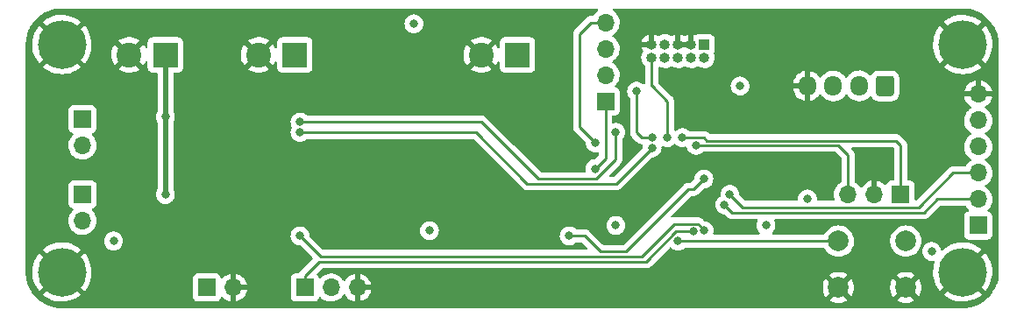
<source format=gbr>
G04 #@! TF.GenerationSoftware,KiCad,Pcbnew,6.0.6-3a73a75311~116~ubuntu22.04.1*
G04 #@! TF.CreationDate,2022-07-04T15:20:00+02:00*
G04 #@! TF.ProjectId,DccDecoder,44636344-6563-46f6-9465-722e6b696361,0.4.1*
G04 #@! TF.SameCoordinates,Original*
G04 #@! TF.FileFunction,Copper,L4,Bot*
G04 #@! TF.FilePolarity,Positive*
%FSLAX46Y46*%
G04 Gerber Fmt 4.6, Leading zero omitted, Abs format (unit mm)*
G04 Created by KiCad (PCBNEW 6.0.6-3a73a75311~116~ubuntu22.04.1) date 2022-07-04 15:20:00*
%MOMM*%
%LPD*%
G01*
G04 APERTURE LIST*
G04 #@! TA.AperFunction,ComponentPad*
%ADD10O,1.700000X1.950000*%
G04 #@! TD*
G04 #@! TA.AperFunction,ComponentPad*
%ADD11R,2.400000X2.400000*%
G04 #@! TD*
G04 #@! TA.AperFunction,ComponentPad*
%ADD12C,2.400000*%
G04 #@! TD*
G04 #@! TA.AperFunction,ComponentPad*
%ADD13C,2.000000*%
G04 #@! TD*
G04 #@! TA.AperFunction,ComponentPad*
%ADD14C,4.700000*%
G04 #@! TD*
G04 #@! TA.AperFunction,ComponentPad*
%ADD15R,1.700000X1.700000*%
G04 #@! TD*
G04 #@! TA.AperFunction,ComponentPad*
%ADD16O,1.700000X1.700000*%
G04 #@! TD*
G04 #@! TA.AperFunction,ComponentPad*
%ADD17R,1.000000X1.000000*%
G04 #@! TD*
G04 #@! TA.AperFunction,ComponentPad*
%ADD18O,1.000000X1.000000*%
G04 #@! TD*
G04 #@! TA.AperFunction,ViaPad*
%ADD19C,0.800000*%
G04 #@! TD*
G04 #@! TA.AperFunction,Conductor*
%ADD20C,0.500000*%
G04 #@! TD*
G04 #@! TA.AperFunction,Conductor*
%ADD21C,0.250000*%
G04 #@! TD*
G04 APERTURE END LIST*
G04 #@! TA.AperFunction,ComponentPad*
G36*
G01*
X109350000Y-47275000D02*
X109350000Y-48725000D01*
G75*
G02*
X109100000Y-48975000I-250000J0D01*
G01*
X107900000Y-48975000D01*
G75*
G02*
X107650000Y-48725000I0J250000D01*
G01*
X107650000Y-47275000D01*
G75*
G02*
X107900000Y-47025000I250000J0D01*
G01*
X109100000Y-47025000D01*
G75*
G02*
X109350000Y-47275000I0J-250000D01*
G01*
G37*
G04 #@! TD.AperFunction*
D10*
X106000000Y-48000000D03*
X103500000Y-48000000D03*
X101000000Y-48000000D03*
D11*
X73000000Y-45000000D03*
D12*
X69500000Y-45000000D03*
D11*
X51500000Y-45000000D03*
D12*
X48000000Y-45000000D03*
D13*
X110500000Y-63000000D03*
X104000000Y-63000000D03*
X104000000Y-67500000D03*
X110500000Y-67500000D03*
D14*
X29000000Y-44000000D03*
X29000000Y-66000000D03*
X116000000Y-44000000D03*
X116000000Y-66000000D03*
D11*
X39000000Y-45000000D03*
D12*
X35500000Y-45000000D03*
D15*
X117500000Y-61500000D03*
D16*
X117500000Y-58960000D03*
X117500000Y-56420000D03*
X117500000Y-53880000D03*
X117500000Y-51340000D03*
X117500000Y-48800000D03*
D17*
X91040000Y-44000000D03*
D18*
X91040000Y-45270000D03*
X89770000Y-44000000D03*
X89770000Y-45270000D03*
X88500000Y-44000000D03*
X88500000Y-45270000D03*
X87230000Y-44000000D03*
X87230000Y-45270000D03*
X85960000Y-44000000D03*
X85960000Y-45270000D03*
D15*
X110000000Y-58500000D03*
D16*
X107460000Y-58500000D03*
X104920000Y-58500000D03*
D15*
X30995000Y-51215000D03*
D16*
X30995000Y-53755000D03*
D15*
X31000000Y-58500000D03*
D16*
X31000000Y-61040000D03*
D15*
X52460000Y-67500000D03*
D16*
X55000000Y-67500000D03*
X57540000Y-67500000D03*
D15*
X43000000Y-67500000D03*
D16*
X45540000Y-67500000D03*
D15*
X81500000Y-49500000D03*
D16*
X81500000Y-46960000D03*
X81500000Y-44420000D03*
X81500000Y-41880000D03*
D19*
X78000000Y-50500000D03*
X46000000Y-55500000D03*
X92500000Y-61000000D03*
X97000000Y-56000000D03*
X39000000Y-51000000D03*
X39000000Y-58500000D03*
X63000000Y-42000000D03*
X64500000Y-62000000D03*
X34000000Y-63000000D03*
X82500000Y-61500000D03*
X96999990Y-61500000D03*
X113000000Y-64000000D03*
X94500000Y-48000000D03*
X101000000Y-58925000D03*
X87479978Y-53000000D03*
X88500000Y-63000000D03*
X84500000Y-48500000D03*
X86000000Y-53000000D03*
X93500000Y-58500000D03*
X93000000Y-59500000D03*
X88929990Y-53009065D03*
X90250000Y-53750000D03*
X52000000Y-51500000D03*
X82500000Y-52500000D03*
X86000000Y-54000000D03*
X52000000Y-52500000D03*
X90012653Y-62081702D03*
X52000000Y-62500000D03*
X91012572Y-62000161D03*
X80500000Y-53500000D03*
X80500000Y-56000000D03*
X78000000Y-62500000D03*
X91000000Y-57000000D03*
D20*
X39000000Y-58500000D02*
X39000000Y-51000000D01*
X39000000Y-45000000D02*
X39000000Y-51000000D01*
D21*
X88500000Y-63000000D02*
X104000000Y-63000000D01*
X87479978Y-49479978D02*
X87479978Y-53000000D01*
X85960000Y-47960000D02*
X86000000Y-48000000D01*
X86000000Y-48000000D02*
X87479978Y-49479978D01*
X85960000Y-45270000D02*
X85960000Y-47960000D01*
X84500000Y-48500000D02*
X84500000Y-52500000D01*
X84500000Y-52500000D02*
X85000000Y-53000000D01*
X85000000Y-53000000D02*
X86000000Y-53000000D01*
X93500000Y-58500000D02*
X94750000Y-59750000D01*
X115080000Y-56420000D02*
X117500000Y-56420000D01*
X94750000Y-59750000D02*
X111750000Y-59750000D01*
X111750000Y-59750000D02*
X115080000Y-56420000D01*
X113540000Y-58960000D02*
X117500000Y-58960000D01*
X93000000Y-59500000D02*
X93750000Y-60250000D01*
X112250000Y-60250000D02*
X113540000Y-58960000D01*
X93750000Y-60250000D02*
X112250000Y-60250000D01*
X88929990Y-53009065D02*
X91009065Y-53009065D01*
X110000000Y-53750000D02*
X110000000Y-58500000D01*
X91009065Y-53009065D02*
X91299990Y-53299990D01*
X91299990Y-53299990D02*
X109549990Y-53299990D01*
X109549990Y-53299990D02*
X110000000Y-53750000D01*
X90250000Y-53750000D02*
X104000000Y-53750000D01*
X104000000Y-53750000D02*
X104920000Y-54670000D01*
X104920000Y-54670000D02*
X104920000Y-58500000D01*
X82500000Y-52500000D02*
X82500000Y-55073002D01*
X75000000Y-57000000D02*
X69500000Y-51500000D01*
X82500000Y-55073002D02*
X80573002Y-57000000D01*
X69500000Y-51500000D02*
X52000000Y-51500000D01*
X80573002Y-57000000D02*
X75000000Y-57000000D01*
X73950010Y-57450010D02*
X69000000Y-52500000D01*
X82549990Y-57450010D02*
X73950010Y-57450010D01*
X69000000Y-52500000D02*
X52000000Y-52500000D01*
X86000000Y-54000000D02*
X82549990Y-57450010D01*
X52460000Y-66400000D02*
X53860000Y-65000000D01*
X52460000Y-67500000D02*
X52460000Y-66400000D01*
X88345296Y-62081702D02*
X90012653Y-62081702D01*
X85426998Y-65000000D02*
X88345296Y-62081702D01*
X53860000Y-65000000D02*
X85426998Y-65000000D01*
X54000000Y-64500000D02*
X52000000Y-62500000D01*
X90455000Y-61356692D02*
X88143308Y-61356692D01*
X91012572Y-61914264D02*
X90455000Y-61356692D01*
X88143308Y-61356692D02*
X85000000Y-64500000D01*
X85000000Y-64500000D02*
X54000000Y-64500000D01*
X91012572Y-62000161D02*
X91012572Y-61914264D01*
X79000000Y-52000000D02*
X79000000Y-43000000D01*
X79000000Y-43000000D02*
X80120000Y-41880000D01*
X80500000Y-53500000D02*
X79000000Y-52000000D01*
X80120000Y-41880000D02*
X81500000Y-41880000D01*
X81500000Y-49500000D02*
X81500000Y-55000000D01*
X81500000Y-55000000D02*
X80500000Y-56000000D01*
X79500000Y-62500000D02*
X78000000Y-62500000D01*
X89500000Y-58000000D02*
X83500000Y-64000000D01*
X81000000Y-64000000D02*
X79500000Y-62500000D01*
X82000000Y-64000000D02*
X81000000Y-64000000D01*
X83500000Y-64000000D02*
X82000000Y-64000000D01*
X90000000Y-58000000D02*
X89500000Y-58000000D01*
X91000000Y-57000000D02*
X90000000Y-58000000D01*
G04 #@! TA.AperFunction,Conductor*
G36*
X80754417Y-40528502D02*
G01*
X80800910Y-40582158D01*
X80811014Y-40652432D01*
X80781520Y-40717012D01*
X80761949Y-40735260D01*
X80663774Y-40808972D01*
X80594965Y-40860635D01*
X80440629Y-41022138D01*
X80437715Y-41026410D01*
X80437714Y-41026411D01*
X80325095Y-41191504D01*
X80270184Y-41236507D01*
X80221007Y-41246500D01*
X80198767Y-41246500D01*
X80187584Y-41245973D01*
X80180091Y-41244298D01*
X80172165Y-41244547D01*
X80172164Y-41244547D01*
X80112014Y-41246438D01*
X80108055Y-41246500D01*
X80080144Y-41246500D01*
X80076210Y-41246997D01*
X80076209Y-41246997D01*
X80076144Y-41247005D01*
X80064307Y-41247938D01*
X80032490Y-41248938D01*
X80028029Y-41249078D01*
X80020110Y-41249327D01*
X80002454Y-41254456D01*
X80000658Y-41254978D01*
X79981306Y-41258986D01*
X79974235Y-41259880D01*
X79961203Y-41261526D01*
X79953834Y-41264443D01*
X79953832Y-41264444D01*
X79920097Y-41277800D01*
X79908869Y-41281645D01*
X79866407Y-41293982D01*
X79859585Y-41298016D01*
X79859579Y-41298019D01*
X79848968Y-41304294D01*
X79831218Y-41312990D01*
X79819756Y-41317528D01*
X79819751Y-41317531D01*
X79812383Y-41320448D01*
X79794970Y-41333099D01*
X79776625Y-41346427D01*
X79766707Y-41352943D01*
X79748019Y-41363995D01*
X79728637Y-41375458D01*
X79714313Y-41389782D01*
X79699281Y-41402621D01*
X79682893Y-41414528D01*
X79665168Y-41435954D01*
X79654712Y-41448593D01*
X79646722Y-41457373D01*
X78607747Y-42496348D01*
X78599461Y-42503888D01*
X78592982Y-42508000D01*
X78587557Y-42513777D01*
X78546357Y-42557651D01*
X78543602Y-42560493D01*
X78523865Y-42580230D01*
X78521385Y-42583427D01*
X78513682Y-42592447D01*
X78483414Y-42624679D01*
X78479595Y-42631625D01*
X78479593Y-42631628D01*
X78473652Y-42642434D01*
X78462801Y-42658953D01*
X78450386Y-42674959D01*
X78447241Y-42682228D01*
X78447238Y-42682232D01*
X78432826Y-42715537D01*
X78427609Y-42726187D01*
X78406305Y-42764940D01*
X78404334Y-42772615D01*
X78404334Y-42772616D01*
X78401267Y-42784562D01*
X78394863Y-42803266D01*
X78386819Y-42821855D01*
X78385580Y-42829678D01*
X78385577Y-42829688D01*
X78379901Y-42865524D01*
X78377495Y-42877144D01*
X78366500Y-42919970D01*
X78366500Y-42940224D01*
X78364949Y-42959934D01*
X78361780Y-42979943D01*
X78362526Y-42987835D01*
X78365941Y-43023961D01*
X78366500Y-43035819D01*
X78366500Y-51921233D01*
X78365973Y-51932416D01*
X78364298Y-51939909D01*
X78364547Y-51947835D01*
X78364547Y-51947836D01*
X78366438Y-52007986D01*
X78366500Y-52011945D01*
X78366500Y-52039856D01*
X78366997Y-52043790D01*
X78366997Y-52043791D01*
X78367005Y-52043856D01*
X78367938Y-52055693D01*
X78369327Y-52099889D01*
X78374162Y-52116531D01*
X78374978Y-52119339D01*
X78378987Y-52138700D01*
X78381526Y-52158797D01*
X78384445Y-52166168D01*
X78384445Y-52166170D01*
X78397804Y-52199912D01*
X78401649Y-52211142D01*
X78405236Y-52223489D01*
X78413982Y-52253593D01*
X78418015Y-52260412D01*
X78418017Y-52260417D01*
X78424293Y-52271028D01*
X78432988Y-52288776D01*
X78440448Y-52307617D01*
X78445110Y-52314033D01*
X78445110Y-52314034D01*
X78466436Y-52343387D01*
X78472952Y-52353307D01*
X78487282Y-52377537D01*
X78495458Y-52391362D01*
X78509779Y-52405683D01*
X78522619Y-52420716D01*
X78534528Y-52437107D01*
X78540634Y-52442158D01*
X78568605Y-52465298D01*
X78577384Y-52473288D01*
X79552878Y-53448782D01*
X79586904Y-53511094D01*
X79589092Y-53524703D01*
X79593556Y-53567174D01*
X79603578Y-53662522D01*
X79606458Y-53689928D01*
X79665473Y-53871556D01*
X79668776Y-53877278D01*
X79668777Y-53877279D01*
X79686803Y-53908500D01*
X79760960Y-54036944D01*
X79765378Y-54041851D01*
X79765379Y-54041852D01*
X79837145Y-54121556D01*
X79888747Y-54178866D01*
X79971934Y-54239305D01*
X80031519Y-54282596D01*
X80043248Y-54291118D01*
X80049276Y-54293802D01*
X80049278Y-54293803D01*
X80208806Y-54364829D01*
X80217712Y-54368794D01*
X80311112Y-54388647D01*
X80398056Y-54407128D01*
X80398061Y-54407128D01*
X80404513Y-54408500D01*
X80595487Y-54408500D01*
X80601939Y-54407128D01*
X80601944Y-54407128D01*
X80714303Y-54383245D01*
X80785094Y-54388647D01*
X80841727Y-54431464D01*
X80866220Y-54498102D01*
X80866500Y-54506492D01*
X80866500Y-54685405D01*
X80846498Y-54753526D01*
X80829595Y-54774501D01*
X80549499Y-55054596D01*
X80487187Y-55088621D01*
X80460404Y-55091500D01*
X80404513Y-55091500D01*
X80398061Y-55092872D01*
X80398056Y-55092872D01*
X80320592Y-55109338D01*
X80217712Y-55131206D01*
X80211682Y-55133891D01*
X80211681Y-55133891D01*
X80049278Y-55206197D01*
X80049276Y-55206198D01*
X80043248Y-55208882D01*
X79888747Y-55321134D01*
X79884326Y-55326044D01*
X79884325Y-55326045D01*
X79774226Y-55448323D01*
X79760960Y-55463056D01*
X79665473Y-55628444D01*
X79606458Y-55810072D01*
X79605768Y-55816633D01*
X79605768Y-55816635D01*
X79604177Y-55831772D01*
X79586496Y-56000000D01*
X79606458Y-56189928D01*
X79608497Y-56196203D01*
X79608498Y-56196208D01*
X79610238Y-56201562D01*
X79612267Y-56272529D01*
X79575606Y-56333328D01*
X79511894Y-56364654D01*
X79490406Y-56366500D01*
X75314594Y-56366500D01*
X75246473Y-56346498D01*
X75225499Y-56329595D01*
X72622756Y-53726851D01*
X70003652Y-51107747D01*
X69996112Y-51099461D01*
X69992000Y-51092982D01*
X69942348Y-51046356D01*
X69939507Y-51043602D01*
X69919770Y-51023865D01*
X69916573Y-51021385D01*
X69907551Y-51013680D01*
X69881100Y-50988841D01*
X69875321Y-50983414D01*
X69868375Y-50979595D01*
X69868372Y-50979593D01*
X69857566Y-50973652D01*
X69841047Y-50962801D01*
X69835048Y-50958148D01*
X69825041Y-50950386D01*
X69817772Y-50947241D01*
X69817768Y-50947238D01*
X69784463Y-50932826D01*
X69773813Y-50927609D01*
X69735060Y-50906305D01*
X69715437Y-50901267D01*
X69696734Y-50894863D01*
X69685420Y-50889967D01*
X69685419Y-50889967D01*
X69678145Y-50886819D01*
X69670322Y-50885580D01*
X69670312Y-50885577D01*
X69634476Y-50879901D01*
X69622856Y-50877495D01*
X69587711Y-50868472D01*
X69587710Y-50868472D01*
X69580030Y-50866500D01*
X69559776Y-50866500D01*
X69540065Y-50864949D01*
X69527886Y-50863020D01*
X69520057Y-50861780D01*
X69512165Y-50862526D01*
X69476039Y-50865941D01*
X69464181Y-50866500D01*
X52708200Y-50866500D01*
X52640079Y-50846498D01*
X52620853Y-50830157D01*
X52620580Y-50830460D01*
X52615668Y-50826037D01*
X52611253Y-50821134D01*
X52575598Y-50795229D01*
X52462094Y-50712763D01*
X52462093Y-50712762D01*
X52456752Y-50708882D01*
X52450724Y-50706198D01*
X52450722Y-50706197D01*
X52288319Y-50633891D01*
X52288318Y-50633891D01*
X52282288Y-50631206D01*
X52188887Y-50611353D01*
X52101944Y-50592872D01*
X52101939Y-50592872D01*
X52095487Y-50591500D01*
X51904513Y-50591500D01*
X51898061Y-50592872D01*
X51898056Y-50592872D01*
X51811113Y-50611353D01*
X51717712Y-50631206D01*
X51711682Y-50633891D01*
X51711681Y-50633891D01*
X51549278Y-50706197D01*
X51549276Y-50706198D01*
X51543248Y-50708882D01*
X51537907Y-50712762D01*
X51537906Y-50712763D01*
X51487843Y-50749136D01*
X51388747Y-50821134D01*
X51384326Y-50826044D01*
X51384325Y-50826045D01*
X51275203Y-50947238D01*
X51260960Y-50963056D01*
X51235840Y-51006565D01*
X51174770Y-51112342D01*
X51165473Y-51128444D01*
X51106458Y-51310072D01*
X51086496Y-51500000D01*
X51087186Y-51506565D01*
X51098200Y-51611353D01*
X51106458Y-51689928D01*
X51165473Y-51871556D01*
X51168776Y-51877278D01*
X51168777Y-51877279D01*
X51203257Y-51937000D01*
X51219995Y-52005995D01*
X51203257Y-52063000D01*
X51186803Y-52091500D01*
X51165473Y-52128444D01*
X51106458Y-52310072D01*
X51105768Y-52316633D01*
X51105768Y-52316635D01*
X51088814Y-52477944D01*
X51086496Y-52500000D01*
X51087186Y-52506565D01*
X51105306Y-52678963D01*
X51106458Y-52689928D01*
X51165473Y-52871556D01*
X51168776Y-52877278D01*
X51168777Y-52877279D01*
X51185176Y-52905683D01*
X51260960Y-53036944D01*
X51265375Y-53041847D01*
X51265379Y-53041852D01*
X51301240Y-53081680D01*
X51388747Y-53178866D01*
X51487843Y-53250864D01*
X51533871Y-53284305D01*
X51543248Y-53291118D01*
X51549276Y-53293802D01*
X51549278Y-53293803D01*
X51694899Y-53358637D01*
X51717712Y-53368794D01*
X51811112Y-53388647D01*
X51898056Y-53407128D01*
X51898061Y-53407128D01*
X51904513Y-53408500D01*
X52095487Y-53408500D01*
X52101939Y-53407128D01*
X52101944Y-53407128D01*
X52188888Y-53388647D01*
X52282288Y-53368794D01*
X52305101Y-53358637D01*
X52450722Y-53293803D01*
X52450724Y-53293802D01*
X52456752Y-53291118D01*
X52466130Y-53284305D01*
X52589671Y-53194546D01*
X52611253Y-53178866D01*
X52615668Y-53173963D01*
X52620580Y-53169540D01*
X52621705Y-53170789D01*
X52675014Y-53137949D01*
X52708200Y-53133500D01*
X68685406Y-53133500D01*
X68753527Y-53153502D01*
X68774501Y-53170405D01*
X73446353Y-57842257D01*
X73453897Y-57850547D01*
X73458010Y-57857028D01*
X73463787Y-57862453D01*
X73507677Y-57903668D01*
X73510519Y-57906423D01*
X73530240Y-57926144D01*
X73533435Y-57928622D01*
X73542457Y-57936328D01*
X73574689Y-57966596D01*
X73581638Y-57970416D01*
X73592442Y-57976356D01*
X73608966Y-57987209D01*
X73624969Y-57999623D01*
X73665553Y-58017186D01*
X73676183Y-58022393D01*
X73714950Y-58043705D01*
X73722627Y-58045676D01*
X73722632Y-58045678D01*
X73734568Y-58048742D01*
X73753276Y-58055147D01*
X73771865Y-58063191D01*
X73779693Y-58064431D01*
X73779700Y-58064433D01*
X73815534Y-58070109D01*
X73827154Y-58072515D01*
X73858969Y-58080683D01*
X73869980Y-58083510D01*
X73890234Y-58083510D01*
X73909944Y-58085061D01*
X73929953Y-58088230D01*
X73937845Y-58087484D01*
X73956590Y-58085712D01*
X73973972Y-58084069D01*
X73985829Y-58083510D01*
X82471223Y-58083510D01*
X82482406Y-58084037D01*
X82489899Y-58085712D01*
X82497825Y-58085463D01*
X82497826Y-58085463D01*
X82557976Y-58083572D01*
X82561935Y-58083510D01*
X82589846Y-58083510D01*
X82593781Y-58083013D01*
X82593846Y-58083005D01*
X82605683Y-58082072D01*
X82637941Y-58081058D01*
X82641960Y-58080932D01*
X82649879Y-58080683D01*
X82669333Y-58075031D01*
X82688690Y-58071023D01*
X82700920Y-58069478D01*
X82700921Y-58069478D01*
X82708787Y-58068484D01*
X82716158Y-58065565D01*
X82716160Y-58065565D01*
X82749902Y-58052206D01*
X82761132Y-58048361D01*
X82795973Y-58038239D01*
X82795974Y-58038239D01*
X82803583Y-58036028D01*
X82810402Y-58031995D01*
X82810407Y-58031993D01*
X82821018Y-58025717D01*
X82838766Y-58017022D01*
X82857607Y-58009562D01*
X82877977Y-57994763D01*
X82893377Y-57983574D01*
X82903297Y-57977058D01*
X82934525Y-57958590D01*
X82934528Y-57958588D01*
X82941352Y-57954552D01*
X82955673Y-57940231D01*
X82970707Y-57927390D01*
X82972422Y-57926144D01*
X82987097Y-57915482D01*
X83015288Y-57881405D01*
X83023278Y-57872626D01*
X85950500Y-54945405D01*
X86012812Y-54911379D01*
X86039595Y-54908500D01*
X86095487Y-54908500D01*
X86101939Y-54907128D01*
X86101944Y-54907128D01*
X86188887Y-54888647D01*
X86282288Y-54868794D01*
X86308239Y-54857240D01*
X86450722Y-54793803D01*
X86450724Y-54793802D01*
X86456752Y-54791118D01*
X86611253Y-54678866D01*
X86615675Y-54673955D01*
X86734621Y-54541852D01*
X86734622Y-54541851D01*
X86739040Y-54536944D01*
X86813197Y-54408500D01*
X86831223Y-54377279D01*
X86831224Y-54377278D01*
X86834527Y-54371556D01*
X86893542Y-54189928D01*
X86895840Y-54168069D01*
X86912814Y-54006565D01*
X86913504Y-54000000D01*
X86907897Y-53946655D01*
X86920669Y-53876819D01*
X86969170Y-53824972D01*
X87038003Y-53807577D01*
X87084455Y-53818379D01*
X87197690Y-53868794D01*
X87266241Y-53883365D01*
X87378034Y-53907128D01*
X87378039Y-53907128D01*
X87384491Y-53908500D01*
X87575465Y-53908500D01*
X87581917Y-53907128D01*
X87581922Y-53907128D01*
X87693715Y-53883365D01*
X87762266Y-53868794D01*
X87800321Y-53851851D01*
X87930700Y-53793803D01*
X87930702Y-53793802D01*
X87936730Y-53791118D01*
X87944576Y-53785418D01*
X88009765Y-53738055D01*
X88091231Y-53678866D01*
X88107269Y-53661054D01*
X88167712Y-53623816D01*
X88238696Y-53625167D01*
X88294537Y-53661054D01*
X88318737Y-53687931D01*
X88393176Y-53742014D01*
X88464457Y-53793803D01*
X88473238Y-53800183D01*
X88479266Y-53802867D01*
X88479268Y-53802868D01*
X88630423Y-53870166D01*
X88647702Y-53877859D01*
X88741103Y-53897712D01*
X88828046Y-53916193D01*
X88828051Y-53916193D01*
X88834503Y-53917565D01*
X89025477Y-53917565D01*
X89031929Y-53916193D01*
X89031934Y-53916193D01*
X89212278Y-53877859D01*
X89212618Y-53879458D01*
X89275371Y-53877666D01*
X89336169Y-53914329D01*
X89363171Y-53960589D01*
X89415473Y-54121556D01*
X89418776Y-54127278D01*
X89418777Y-54127279D01*
X89442327Y-54168069D01*
X89510960Y-54286944D01*
X89515378Y-54291851D01*
X89515379Y-54291852D01*
X89597670Y-54383245D01*
X89638747Y-54428866D01*
X89793248Y-54541118D01*
X89799276Y-54543802D01*
X89799278Y-54543803D01*
X89894677Y-54586277D01*
X89967712Y-54618794D01*
X90040624Y-54634292D01*
X90148056Y-54657128D01*
X90148061Y-54657128D01*
X90154513Y-54658500D01*
X90345487Y-54658500D01*
X90351939Y-54657128D01*
X90351944Y-54657128D01*
X90459376Y-54634292D01*
X90532288Y-54618794D01*
X90605323Y-54586277D01*
X90700722Y-54543803D01*
X90700724Y-54543802D01*
X90706752Y-54541118D01*
X90747927Y-54511203D01*
X90839671Y-54444546D01*
X90861253Y-54428866D01*
X90865668Y-54423963D01*
X90870580Y-54419540D01*
X90871705Y-54420789D01*
X90925014Y-54387949D01*
X90958200Y-54383500D01*
X103685406Y-54383500D01*
X103753527Y-54403502D01*
X103774501Y-54420405D01*
X104249595Y-54895499D01*
X104283621Y-54957811D01*
X104286500Y-54984594D01*
X104286500Y-57221692D01*
X104266498Y-57289813D01*
X104218683Y-57333453D01*
X104193607Y-57346507D01*
X104189474Y-57349610D01*
X104189471Y-57349612D01*
X104025204Y-57472947D01*
X104014965Y-57480635D01*
X103980409Y-57516796D01*
X103886070Y-57615516D01*
X103860629Y-57642138D01*
X103857715Y-57646410D01*
X103857714Y-57646411D01*
X103786120Y-57751364D01*
X103734743Y-57826680D01*
X103696764Y-57908500D01*
X103644697Y-58020669D01*
X103640688Y-58029305D01*
X103580989Y-58244570D01*
X103557251Y-58466695D01*
X103557548Y-58471848D01*
X103557548Y-58471851D01*
X103561923Y-58547721D01*
X103570110Y-58689715D01*
X103571247Y-58694761D01*
X103571248Y-58694767D01*
X103582031Y-58742614D01*
X103619222Y-58907639D01*
X103621166Y-58912426D01*
X103621167Y-58912430D01*
X103633619Y-58943097D01*
X103640714Y-59013739D01*
X103608492Y-59077002D01*
X103547182Y-59112801D01*
X103516876Y-59116500D01*
X102033314Y-59116500D01*
X101965193Y-59096498D01*
X101918700Y-59042842D01*
X101908004Y-58977330D01*
X101912814Y-58931565D01*
X101913504Y-58925000D01*
X101899112Y-58788069D01*
X101894232Y-58741635D01*
X101894232Y-58741633D01*
X101893542Y-58735072D01*
X101834527Y-58553444D01*
X101739040Y-58388056D01*
X101678294Y-58320590D01*
X101615675Y-58251045D01*
X101615674Y-58251044D01*
X101611253Y-58246134D01*
X101456752Y-58133882D01*
X101450724Y-58131198D01*
X101450722Y-58131197D01*
X101288319Y-58058891D01*
X101288318Y-58058891D01*
X101282288Y-58056206D01*
X101179215Y-58034297D01*
X101101944Y-58017872D01*
X101101939Y-58017872D01*
X101095487Y-58016500D01*
X100904513Y-58016500D01*
X100898061Y-58017872D01*
X100898056Y-58017872D01*
X100820785Y-58034297D01*
X100717712Y-58056206D01*
X100711682Y-58058891D01*
X100711681Y-58058891D01*
X100549278Y-58131197D01*
X100549276Y-58131198D01*
X100543248Y-58133882D01*
X100388747Y-58246134D01*
X100384326Y-58251044D01*
X100384325Y-58251045D01*
X100321707Y-58320590D01*
X100260960Y-58388056D01*
X100165473Y-58553444D01*
X100106458Y-58735072D01*
X100105768Y-58741633D01*
X100105768Y-58741635D01*
X100100888Y-58788069D01*
X100086496Y-58925000D01*
X100087186Y-58931565D01*
X100091996Y-58977330D01*
X100079224Y-59047168D01*
X100030722Y-59099015D01*
X99966686Y-59116500D01*
X95064594Y-59116500D01*
X94996473Y-59096498D01*
X94975499Y-59079595D01*
X94447122Y-58551218D01*
X94413096Y-58488906D01*
X94410907Y-58475293D01*
X94410365Y-58470131D01*
X94395269Y-58326500D01*
X94394232Y-58316635D01*
X94394232Y-58316633D01*
X94393542Y-58310072D01*
X94334527Y-58128444D01*
X94310594Y-58086990D01*
X94263199Y-58004900D01*
X94239040Y-57963056D01*
X94203282Y-57923342D01*
X94115675Y-57826045D01*
X94115674Y-57826044D01*
X94111253Y-57821134D01*
X93956752Y-57708882D01*
X93950724Y-57706198D01*
X93950722Y-57706197D01*
X93788319Y-57633891D01*
X93788318Y-57633891D01*
X93782288Y-57631206D01*
X93660331Y-57605283D01*
X93601944Y-57592872D01*
X93601939Y-57592872D01*
X93595487Y-57591500D01*
X93404513Y-57591500D01*
X93398061Y-57592872D01*
X93398056Y-57592872D01*
X93339669Y-57605283D01*
X93217712Y-57631206D01*
X93211682Y-57633891D01*
X93211681Y-57633891D01*
X93049278Y-57706197D01*
X93049276Y-57706198D01*
X93043248Y-57708882D01*
X92888747Y-57821134D01*
X92884326Y-57826044D01*
X92884325Y-57826045D01*
X92796719Y-57923342D01*
X92760960Y-57963056D01*
X92736801Y-58004900D01*
X92689407Y-58086990D01*
X92665473Y-58128444D01*
X92606458Y-58310072D01*
X92605768Y-58316633D01*
X92605768Y-58316635D01*
X92604731Y-58326500D01*
X92586496Y-58500000D01*
X92595113Y-58581983D01*
X92596246Y-58592766D01*
X92583474Y-58662604D01*
X92541736Y-58706801D01*
X92543248Y-58708882D01*
X92388747Y-58821134D01*
X92384326Y-58826044D01*
X92384325Y-58826045D01*
X92266732Y-58956646D01*
X92260960Y-58963056D01*
X92212398Y-59047168D01*
X92173457Y-59114616D01*
X92165473Y-59128444D01*
X92106458Y-59310072D01*
X92105768Y-59316633D01*
X92105768Y-59316635D01*
X92097202Y-59398134D01*
X92086496Y-59500000D01*
X92087186Y-59506565D01*
X92102647Y-59653665D01*
X92106458Y-59689928D01*
X92165473Y-59871556D01*
X92260960Y-60036944D01*
X92265378Y-60041851D01*
X92265379Y-60041852D01*
X92361185Y-60148255D01*
X92388747Y-60178866D01*
X92424402Y-60204771D01*
X92529815Y-60281358D01*
X92543248Y-60291118D01*
X92549276Y-60293802D01*
X92549278Y-60293803D01*
X92549539Y-60293919D01*
X92717712Y-60368794D01*
X92811112Y-60388647D01*
X92898056Y-60407128D01*
X92898061Y-60407128D01*
X92904513Y-60408500D01*
X92960406Y-60408500D01*
X93028527Y-60428502D01*
X93049501Y-60445405D01*
X93246343Y-60642247D01*
X93253887Y-60650537D01*
X93258000Y-60657018D01*
X93263777Y-60662443D01*
X93307667Y-60703658D01*
X93310509Y-60706413D01*
X93330230Y-60726134D01*
X93333425Y-60728612D01*
X93342447Y-60736318D01*
X93374679Y-60766586D01*
X93381628Y-60770406D01*
X93392432Y-60776346D01*
X93408956Y-60787199D01*
X93424959Y-60799613D01*
X93465543Y-60817176D01*
X93476173Y-60822383D01*
X93514940Y-60843695D01*
X93522617Y-60845666D01*
X93522622Y-60845668D01*
X93534558Y-60848732D01*
X93553266Y-60855137D01*
X93571855Y-60863181D01*
X93579683Y-60864421D01*
X93579690Y-60864423D01*
X93615524Y-60870099D01*
X93627144Y-60872505D01*
X93658507Y-60880557D01*
X93669970Y-60883500D01*
X93690224Y-60883500D01*
X93709934Y-60885051D01*
X93729943Y-60888220D01*
X93737835Y-60887474D01*
X93756580Y-60885702D01*
X93773962Y-60884059D01*
X93785819Y-60883500D01*
X96088643Y-60883500D01*
X96156764Y-60903502D01*
X96203257Y-60957158D01*
X96213361Y-61027432D01*
X96197762Y-61072500D01*
X96178080Y-61106590D01*
X96165463Y-61128444D01*
X96106448Y-61310072D01*
X96105758Y-61316633D01*
X96105758Y-61316635D01*
X96104769Y-61326045D01*
X96086486Y-61500000D01*
X96087176Y-61506565D01*
X96102737Y-61654616D01*
X96106448Y-61689928D01*
X96165463Y-61871556D01*
X96168766Y-61877278D01*
X96168767Y-61877279D01*
X96193023Y-61919292D01*
X96260950Y-62036944D01*
X96265368Y-62041851D01*
X96265369Y-62041852D01*
X96368319Y-62156190D01*
X96399037Y-62220197D01*
X96390272Y-62290651D01*
X96344809Y-62345182D01*
X96274683Y-62366500D01*
X92022219Y-62366500D01*
X91954098Y-62346498D01*
X91907605Y-62292842D01*
X91897501Y-62222568D01*
X91902385Y-62201565D01*
X91904073Y-62196370D01*
X91906114Y-62190089D01*
X91906886Y-62182749D01*
X91925386Y-62006726D01*
X91926076Y-62000161D01*
X91921355Y-61955242D01*
X91906804Y-61816796D01*
X91906804Y-61816794D01*
X91906114Y-61810233D01*
X91847099Y-61628605D01*
X91751612Y-61463217D01*
X91623825Y-61321295D01*
X91504730Y-61234767D01*
X91474666Y-61212924D01*
X91474665Y-61212923D01*
X91469324Y-61209043D01*
X91463296Y-61206359D01*
X91463294Y-61206358D01*
X91300891Y-61134052D01*
X91300890Y-61134052D01*
X91294860Y-61131367D01*
X91116391Y-61093432D01*
X91053493Y-61059280D01*
X90958652Y-60964439D01*
X90951112Y-60956153D01*
X90947000Y-60949674D01*
X90897348Y-60903048D01*
X90894507Y-60900294D01*
X90874770Y-60880557D01*
X90871573Y-60878077D01*
X90862551Y-60870372D01*
X90862260Y-60870099D01*
X90830321Y-60840106D01*
X90823375Y-60836287D01*
X90823372Y-60836285D01*
X90812566Y-60830344D01*
X90796047Y-60819493D01*
X90793049Y-60817168D01*
X90780041Y-60807078D01*
X90772772Y-60803933D01*
X90772768Y-60803930D01*
X90739463Y-60789518D01*
X90728813Y-60784301D01*
X90690060Y-60762997D01*
X90670437Y-60757959D01*
X90651734Y-60751555D01*
X90640420Y-60746659D01*
X90640419Y-60746659D01*
X90633145Y-60743511D01*
X90625322Y-60742272D01*
X90625312Y-60742269D01*
X90589476Y-60736593D01*
X90577856Y-60734187D01*
X90542711Y-60725164D01*
X90542710Y-60725164D01*
X90535030Y-60723192D01*
X90514776Y-60723192D01*
X90495065Y-60721641D01*
X90485532Y-60720131D01*
X90475057Y-60718472D01*
X90445786Y-60721239D01*
X90431039Y-60722633D01*
X90419181Y-60723192D01*
X88222075Y-60723192D01*
X88210892Y-60722665D01*
X88203399Y-60720990D01*
X88195473Y-60721239D01*
X88195472Y-60721239D01*
X88135309Y-60723130D01*
X88131351Y-60723192D01*
X88103452Y-60723192D01*
X88099462Y-60723696D01*
X88087628Y-60724628D01*
X88043419Y-60726018D01*
X88035805Y-60728230D01*
X88035800Y-60728231D01*
X88023967Y-60731669D01*
X88004604Y-60735680D01*
X88000805Y-60736160D01*
X87992370Y-60737225D01*
X87992368Y-60737225D01*
X87987186Y-60737880D01*
X87987184Y-60737880D01*
X87984511Y-60738218D01*
X87984457Y-60737787D01*
X87918553Y-60735526D01*
X87860178Y-60695117D01*
X87832917Y-60629563D01*
X87845424Y-60559677D01*
X87869081Y-60526823D01*
X89725499Y-58670405D01*
X89787811Y-58636379D01*
X89814594Y-58633500D01*
X89921233Y-58633500D01*
X89932416Y-58634027D01*
X89939909Y-58635702D01*
X89947835Y-58635453D01*
X89947836Y-58635453D01*
X90007986Y-58633562D01*
X90011945Y-58633500D01*
X90039856Y-58633500D01*
X90043791Y-58633003D01*
X90043856Y-58632995D01*
X90055693Y-58632062D01*
X90087951Y-58631048D01*
X90091970Y-58630922D01*
X90099889Y-58630673D01*
X90119343Y-58625021D01*
X90138700Y-58621013D01*
X90150930Y-58619468D01*
X90150931Y-58619468D01*
X90158797Y-58618474D01*
X90166168Y-58615555D01*
X90166170Y-58615555D01*
X90199912Y-58602196D01*
X90211142Y-58598351D01*
X90245983Y-58588229D01*
X90245984Y-58588229D01*
X90253593Y-58586018D01*
X90260412Y-58581985D01*
X90260417Y-58581983D01*
X90271028Y-58575707D01*
X90288776Y-58567012D01*
X90307617Y-58559552D01*
X90343387Y-58533564D01*
X90353307Y-58527048D01*
X90384535Y-58508580D01*
X90384538Y-58508578D01*
X90391362Y-58504542D01*
X90405683Y-58490221D01*
X90420717Y-58477380D01*
X90437107Y-58465472D01*
X90465298Y-58431395D01*
X90473288Y-58422616D01*
X90950499Y-57945405D01*
X91012811Y-57911379D01*
X91039594Y-57908500D01*
X91095487Y-57908500D01*
X91101939Y-57907128D01*
X91101944Y-57907128D01*
X91188888Y-57888647D01*
X91282288Y-57868794D01*
X91288319Y-57866109D01*
X91450722Y-57793803D01*
X91450724Y-57793802D01*
X91456752Y-57791118D01*
X91611253Y-57678866D01*
X91668294Y-57615516D01*
X91734621Y-57541852D01*
X91734622Y-57541851D01*
X91739040Y-57536944D01*
X91811348Y-57411703D01*
X91831223Y-57377279D01*
X91831224Y-57377278D01*
X91834527Y-57371556D01*
X91893542Y-57189928D01*
X91894260Y-57183102D01*
X91912814Y-57006565D01*
X91913504Y-57000000D01*
X91905286Y-56921811D01*
X91894232Y-56816635D01*
X91894232Y-56816633D01*
X91893542Y-56810072D01*
X91834527Y-56628444D01*
X91822723Y-56607998D01*
X91742341Y-56468774D01*
X91739040Y-56463056D01*
X91611253Y-56321134D01*
X91456752Y-56208882D01*
X91450724Y-56206198D01*
X91450722Y-56206197D01*
X91288319Y-56133891D01*
X91288318Y-56133891D01*
X91282288Y-56131206D01*
X91188888Y-56111353D01*
X91101944Y-56092872D01*
X91101939Y-56092872D01*
X91095487Y-56091500D01*
X90904513Y-56091500D01*
X90898061Y-56092872D01*
X90898056Y-56092872D01*
X90811112Y-56111353D01*
X90717712Y-56131206D01*
X90711682Y-56133891D01*
X90711681Y-56133891D01*
X90549278Y-56206197D01*
X90549276Y-56206198D01*
X90543248Y-56208882D01*
X90388747Y-56321134D01*
X90260960Y-56463056D01*
X90257659Y-56468774D01*
X90177278Y-56607998D01*
X90165473Y-56628444D01*
X90106458Y-56810072D01*
X90105768Y-56816633D01*
X90105768Y-56816635D01*
X90089093Y-56975292D01*
X90062080Y-57040949D01*
X90052878Y-57051218D01*
X89774499Y-57329596D01*
X89712187Y-57363621D01*
X89685404Y-57366500D01*
X89578763Y-57366500D01*
X89567579Y-57365973D01*
X89560091Y-57364299D01*
X89552168Y-57364548D01*
X89492033Y-57366438D01*
X89488075Y-57366500D01*
X89460144Y-57366500D01*
X89456229Y-57366995D01*
X89456225Y-57366995D01*
X89456167Y-57367003D01*
X89456138Y-57367006D01*
X89444296Y-57367939D01*
X89400110Y-57369327D01*
X89382744Y-57374372D01*
X89380658Y-57374978D01*
X89361306Y-57378986D01*
X89349068Y-57380532D01*
X89349066Y-57380533D01*
X89341203Y-57381526D01*
X89300086Y-57397806D01*
X89288885Y-57401641D01*
X89246406Y-57413982D01*
X89239587Y-57418015D01*
X89239582Y-57418017D01*
X89228971Y-57424293D01*
X89211221Y-57432990D01*
X89192383Y-57440448D01*
X89185967Y-57445109D01*
X89185966Y-57445110D01*
X89156625Y-57466428D01*
X89146701Y-57472947D01*
X89115460Y-57491422D01*
X89115455Y-57491426D01*
X89108637Y-57495458D01*
X89094313Y-57509782D01*
X89079281Y-57522621D01*
X89062893Y-57534528D01*
X89052129Y-57547540D01*
X89034712Y-57568593D01*
X89026722Y-57577373D01*
X83274500Y-63329595D01*
X83212188Y-63363621D01*
X83185405Y-63366500D01*
X81314595Y-63366500D01*
X81246474Y-63346498D01*
X81225500Y-63329595D01*
X80003652Y-62107747D01*
X79996112Y-62099461D01*
X79992000Y-62092982D01*
X79942348Y-62046356D01*
X79939507Y-62043602D01*
X79919770Y-62023865D01*
X79916573Y-62021385D01*
X79907551Y-62013680D01*
X79881100Y-61988841D01*
X79875321Y-61983414D01*
X79868375Y-61979595D01*
X79868372Y-61979593D01*
X79857566Y-61973652D01*
X79841047Y-61962801D01*
X79835048Y-61958148D01*
X79825041Y-61950386D01*
X79817772Y-61947241D01*
X79817768Y-61947238D01*
X79784463Y-61932826D01*
X79773813Y-61927609D01*
X79735060Y-61906305D01*
X79715437Y-61901267D01*
X79696734Y-61894863D01*
X79685420Y-61889967D01*
X79685419Y-61889967D01*
X79678145Y-61886819D01*
X79670322Y-61885580D01*
X79670312Y-61885577D01*
X79634476Y-61879901D01*
X79622856Y-61877495D01*
X79587711Y-61868472D01*
X79587710Y-61868472D01*
X79580030Y-61866500D01*
X79559776Y-61866500D01*
X79540065Y-61864949D01*
X79527886Y-61863020D01*
X79520057Y-61861780D01*
X79483127Y-61865271D01*
X79476039Y-61865941D01*
X79464181Y-61866500D01*
X78708200Y-61866500D01*
X78640079Y-61846498D01*
X78620853Y-61830157D01*
X78620580Y-61830460D01*
X78615668Y-61826037D01*
X78611253Y-61821134D01*
X78456752Y-61708882D01*
X78450724Y-61706198D01*
X78450722Y-61706197D01*
X78288319Y-61633891D01*
X78288318Y-61633891D01*
X78282288Y-61631206D01*
X78188888Y-61611353D01*
X78101944Y-61592872D01*
X78101939Y-61592872D01*
X78095487Y-61591500D01*
X77904513Y-61591500D01*
X77898061Y-61592872D01*
X77898056Y-61592872D01*
X77811112Y-61611353D01*
X77717712Y-61631206D01*
X77711682Y-61633891D01*
X77711681Y-61633891D01*
X77549278Y-61706197D01*
X77549276Y-61706198D01*
X77543248Y-61708882D01*
X77388747Y-61821134D01*
X77384326Y-61826044D01*
X77384325Y-61826045D01*
X77275203Y-61947238D01*
X77260960Y-61963056D01*
X77235840Y-62006565D01*
X77173352Y-62114798D01*
X77165473Y-62128444D01*
X77106458Y-62310072D01*
X77105768Y-62316633D01*
X77105768Y-62316635D01*
X77097202Y-62398134D01*
X77086496Y-62500000D01*
X77106458Y-62689928D01*
X77165473Y-62871556D01*
X77168776Y-62877278D01*
X77168777Y-62877279D01*
X77186803Y-62908500D01*
X77260960Y-63036944D01*
X77265378Y-63041851D01*
X77265379Y-63041852D01*
X77383623Y-63173175D01*
X77388747Y-63178866D01*
X77543248Y-63291118D01*
X77549276Y-63293802D01*
X77549278Y-63293803D01*
X77629669Y-63329595D01*
X77717712Y-63368794D01*
X77811113Y-63388647D01*
X77898056Y-63407128D01*
X77898061Y-63407128D01*
X77904513Y-63408500D01*
X78095487Y-63408500D01*
X78101939Y-63407128D01*
X78101944Y-63407128D01*
X78188887Y-63388647D01*
X78282288Y-63368794D01*
X78370331Y-63329595D01*
X78450722Y-63293803D01*
X78450724Y-63293802D01*
X78456752Y-63291118D01*
X78489571Y-63267274D01*
X78605061Y-63183365D01*
X78611253Y-63178866D01*
X78615668Y-63173963D01*
X78620580Y-63169540D01*
X78621705Y-63170789D01*
X78675014Y-63137949D01*
X78708200Y-63133500D01*
X79185406Y-63133500D01*
X79253527Y-63153502D01*
X79274501Y-63170405D01*
X79755501Y-63651405D01*
X79789527Y-63713717D01*
X79784462Y-63784532D01*
X79741915Y-63841368D01*
X79675395Y-63866179D01*
X79666406Y-63866500D01*
X54314594Y-63866500D01*
X54246473Y-63846498D01*
X54225499Y-63829595D01*
X52947122Y-62551217D01*
X52913096Y-62488905D01*
X52910907Y-62475292D01*
X52894232Y-62316635D01*
X52894232Y-62316633D01*
X52893542Y-62310072D01*
X52834527Y-62128444D01*
X52826649Y-62114798D01*
X52764160Y-62006565D01*
X52760370Y-62000000D01*
X63586496Y-62000000D01*
X63587186Y-62006565D01*
X63598562Y-62114798D01*
X63606458Y-62189928D01*
X63665473Y-62371556D01*
X63668776Y-62377278D01*
X63668777Y-62377279D01*
X63686803Y-62408500D01*
X63760960Y-62536944D01*
X63888747Y-62678866D01*
X64043248Y-62791118D01*
X64049276Y-62793802D01*
X64049278Y-62793803D01*
X64179419Y-62851745D01*
X64217712Y-62868794D01*
X64311113Y-62888647D01*
X64398056Y-62907128D01*
X64398061Y-62907128D01*
X64404513Y-62908500D01*
X64595487Y-62908500D01*
X64601939Y-62907128D01*
X64601944Y-62907128D01*
X64688887Y-62888647D01*
X64782288Y-62868794D01*
X64820581Y-62851745D01*
X64950722Y-62793803D01*
X64950724Y-62793802D01*
X64956752Y-62791118D01*
X65111253Y-62678866D01*
X65239040Y-62536944D01*
X65313197Y-62408500D01*
X65331223Y-62377279D01*
X65331224Y-62377278D01*
X65334527Y-62371556D01*
X65393542Y-62189928D01*
X65401439Y-62114798D01*
X65412814Y-62006565D01*
X65413504Y-62000000D01*
X65405813Y-61926823D01*
X65394232Y-61816635D01*
X65394232Y-61816633D01*
X65393542Y-61810072D01*
X65334527Y-61628444D01*
X65313990Y-61592872D01*
X65263301Y-61505077D01*
X65260370Y-61500000D01*
X81586496Y-61500000D01*
X81587186Y-61506565D01*
X81602747Y-61654616D01*
X81606458Y-61689928D01*
X81665473Y-61871556D01*
X81668776Y-61877278D01*
X81668777Y-61877279D01*
X81693033Y-61919292D01*
X81760960Y-62036944D01*
X81765378Y-62041851D01*
X81765379Y-62041852D01*
X81868329Y-62156190D01*
X81888747Y-62178866D01*
X81987843Y-62250864D01*
X82013271Y-62269338D01*
X82043248Y-62291118D01*
X82049276Y-62293802D01*
X82049278Y-62293803D01*
X82209799Y-62365271D01*
X82217712Y-62368794D01*
X82311112Y-62388647D01*
X82398056Y-62407128D01*
X82398061Y-62407128D01*
X82404513Y-62408500D01*
X82595487Y-62408500D01*
X82601939Y-62407128D01*
X82601944Y-62407128D01*
X82688888Y-62388647D01*
X82782288Y-62368794D01*
X82790201Y-62365271D01*
X82950722Y-62293803D01*
X82950724Y-62293802D01*
X82956752Y-62291118D01*
X82986730Y-62269338D01*
X83012157Y-62250864D01*
X83111253Y-62178866D01*
X83131671Y-62156190D01*
X83234621Y-62041852D01*
X83234622Y-62041851D01*
X83239040Y-62036944D01*
X83306967Y-61919292D01*
X83331223Y-61877279D01*
X83331224Y-61877278D01*
X83334527Y-61871556D01*
X83393542Y-61689928D01*
X83397254Y-61654616D01*
X83412814Y-61506565D01*
X83413504Y-61500000D01*
X83395221Y-61326045D01*
X83394232Y-61316635D01*
X83394232Y-61316633D01*
X83393542Y-61310072D01*
X83334527Y-61128444D01*
X83319976Y-61103240D01*
X83294595Y-61059280D01*
X83239040Y-60963056D01*
X83233730Y-60957158D01*
X83115675Y-60826045D01*
X83115674Y-60826044D01*
X83111253Y-60821134D01*
X82993636Y-60735680D01*
X82962094Y-60712763D01*
X82962093Y-60712762D01*
X82956752Y-60708882D01*
X82950724Y-60706198D01*
X82950722Y-60706197D01*
X82788319Y-60633891D01*
X82788318Y-60633891D01*
X82782288Y-60631206D01*
X82688887Y-60611353D01*
X82601944Y-60592872D01*
X82601939Y-60592872D01*
X82595487Y-60591500D01*
X82404513Y-60591500D01*
X82398061Y-60592872D01*
X82398056Y-60592872D01*
X82311113Y-60611353D01*
X82217712Y-60631206D01*
X82211682Y-60633891D01*
X82211681Y-60633891D01*
X82049278Y-60706197D01*
X82049276Y-60706198D01*
X82043248Y-60708882D01*
X82037907Y-60712762D01*
X82037906Y-60712763D01*
X82006364Y-60735680D01*
X81888747Y-60821134D01*
X81884326Y-60826044D01*
X81884325Y-60826045D01*
X81766271Y-60957158D01*
X81760960Y-60963056D01*
X81705405Y-61059280D01*
X81680025Y-61103240D01*
X81665473Y-61128444D01*
X81606458Y-61310072D01*
X81605768Y-61316633D01*
X81605768Y-61316635D01*
X81604779Y-61326045D01*
X81586496Y-61500000D01*
X65260370Y-61500000D01*
X65239040Y-61463056D01*
X65225159Y-61447639D01*
X65115675Y-61326045D01*
X65115674Y-61326044D01*
X65111253Y-61321134D01*
X64978313Y-61224547D01*
X64962094Y-61212763D01*
X64962093Y-61212762D01*
X64956752Y-61208882D01*
X64950724Y-61206198D01*
X64950722Y-61206197D01*
X64788319Y-61133891D01*
X64788318Y-61133891D01*
X64782288Y-61131206D01*
X64688888Y-61111353D01*
X64601944Y-61092872D01*
X64601939Y-61092872D01*
X64595487Y-61091500D01*
X64404513Y-61091500D01*
X64398061Y-61092872D01*
X64398056Y-61092872D01*
X64311112Y-61111353D01*
X64217712Y-61131206D01*
X64211682Y-61133891D01*
X64211681Y-61133891D01*
X64049278Y-61206197D01*
X64049276Y-61206198D01*
X64043248Y-61208882D01*
X64037907Y-61212762D01*
X64037906Y-61212763D01*
X64021687Y-61224547D01*
X63888747Y-61321134D01*
X63884326Y-61326044D01*
X63884325Y-61326045D01*
X63774842Y-61447639D01*
X63760960Y-61463056D01*
X63736699Y-61505077D01*
X63686011Y-61592872D01*
X63665473Y-61628444D01*
X63606458Y-61810072D01*
X63605768Y-61816633D01*
X63605768Y-61816635D01*
X63594187Y-61926823D01*
X63586496Y-62000000D01*
X52760370Y-62000000D01*
X52739040Y-61963056D01*
X52724798Y-61947238D01*
X52615675Y-61826045D01*
X52615674Y-61826044D01*
X52611253Y-61821134D01*
X52456752Y-61708882D01*
X52450724Y-61706198D01*
X52450722Y-61706197D01*
X52288319Y-61633891D01*
X52288318Y-61633891D01*
X52282288Y-61631206D01*
X52188888Y-61611353D01*
X52101944Y-61592872D01*
X52101939Y-61592872D01*
X52095487Y-61591500D01*
X51904513Y-61591500D01*
X51898061Y-61592872D01*
X51898056Y-61592872D01*
X51811112Y-61611353D01*
X51717712Y-61631206D01*
X51711682Y-61633891D01*
X51711681Y-61633891D01*
X51549278Y-61706197D01*
X51549276Y-61706198D01*
X51543248Y-61708882D01*
X51388747Y-61821134D01*
X51384326Y-61826044D01*
X51384325Y-61826045D01*
X51275203Y-61947238D01*
X51260960Y-61963056D01*
X51235840Y-62006565D01*
X51173352Y-62114798D01*
X51165473Y-62128444D01*
X51106458Y-62310072D01*
X51105768Y-62316633D01*
X51105768Y-62316635D01*
X51097202Y-62398134D01*
X51086496Y-62500000D01*
X51106458Y-62689928D01*
X51165473Y-62871556D01*
X51168776Y-62877278D01*
X51168777Y-62877279D01*
X51186803Y-62908500D01*
X51260960Y-63036944D01*
X51265378Y-63041851D01*
X51265379Y-63041852D01*
X51383623Y-63173175D01*
X51388747Y-63178866D01*
X51543248Y-63291118D01*
X51549276Y-63293802D01*
X51549278Y-63293803D01*
X51629669Y-63329595D01*
X51717712Y-63368794D01*
X51811113Y-63388647D01*
X51898056Y-63407128D01*
X51898061Y-63407128D01*
X51904513Y-63408500D01*
X51960406Y-63408500D01*
X52028527Y-63428502D01*
X52049501Y-63445405D01*
X53195001Y-64590905D01*
X53229027Y-64653217D01*
X53223962Y-64724032D01*
X53195001Y-64769095D01*
X52067747Y-65896348D01*
X52059461Y-65903888D01*
X52052982Y-65908000D01*
X52047557Y-65913777D01*
X52006357Y-65957651D01*
X52003602Y-65960493D01*
X51983865Y-65980230D01*
X51981385Y-65983427D01*
X51973682Y-65992447D01*
X51943414Y-66024679D01*
X51939595Y-66031625D01*
X51939593Y-66031628D01*
X51933652Y-66042434D01*
X51922801Y-66058953D01*
X51910386Y-66074959D01*
X51908082Y-66080283D01*
X51856881Y-66128091D01*
X51800319Y-66141500D01*
X51561866Y-66141500D01*
X51499684Y-66148255D01*
X51363295Y-66199385D01*
X51246739Y-66286739D01*
X51159385Y-66403295D01*
X51108255Y-66539684D01*
X51101500Y-66601866D01*
X51101500Y-68398134D01*
X51108255Y-68460316D01*
X51159385Y-68596705D01*
X51246739Y-68713261D01*
X51363295Y-68800615D01*
X51499684Y-68851745D01*
X51561866Y-68858500D01*
X53358134Y-68858500D01*
X53420316Y-68851745D01*
X53556705Y-68800615D01*
X53673261Y-68713261D01*
X53760615Y-68596705D01*
X53782799Y-68537529D01*
X53804598Y-68479382D01*
X53847240Y-68422618D01*
X53913802Y-68397918D01*
X53983150Y-68413126D01*
X54017817Y-68441114D01*
X54046250Y-68473938D01*
X54218126Y-68616632D01*
X54411000Y-68729338D01*
X54415825Y-68731180D01*
X54415826Y-68731181D01*
X54439759Y-68740320D01*
X54619692Y-68809030D01*
X54624760Y-68810061D01*
X54624763Y-68810062D01*
X54719862Y-68829410D01*
X54838597Y-68853567D01*
X54843772Y-68853757D01*
X54843774Y-68853757D01*
X55056673Y-68861564D01*
X55056677Y-68861564D01*
X55061837Y-68861753D01*
X55066957Y-68861097D01*
X55066959Y-68861097D01*
X55278288Y-68834025D01*
X55278289Y-68834025D01*
X55283416Y-68833368D01*
X55288366Y-68831883D01*
X55492429Y-68770661D01*
X55492434Y-68770659D01*
X55497384Y-68769174D01*
X55697994Y-68670896D01*
X55879860Y-68541173D01*
X56038096Y-68383489D01*
X56054199Y-68361080D01*
X56168453Y-68202077D01*
X56169640Y-68202930D01*
X56216960Y-68159362D01*
X56286897Y-68147145D01*
X56352338Y-68174678D01*
X56380166Y-68206511D01*
X56437694Y-68300388D01*
X56443777Y-68308699D01*
X56583213Y-68469667D01*
X56590580Y-68476883D01*
X56754434Y-68612916D01*
X56762881Y-68618831D01*
X56946756Y-68726279D01*
X56956042Y-68730729D01*
X57155001Y-68806703D01*
X57164899Y-68809579D01*
X57268250Y-68830606D01*
X57282299Y-68829410D01*
X57286000Y-68819065D01*
X57286000Y-68818517D01*
X57794000Y-68818517D01*
X57798064Y-68832359D01*
X57811478Y-68834393D01*
X57818184Y-68833534D01*
X57828262Y-68831392D01*
X58032255Y-68770191D01*
X58041842Y-68766433D01*
X58110761Y-68732670D01*
X103132160Y-68732670D01*
X103137887Y-68740320D01*
X103309042Y-68845205D01*
X103317837Y-68849687D01*
X103527988Y-68936734D01*
X103537373Y-68939783D01*
X103758554Y-68992885D01*
X103768301Y-68994428D01*
X103995070Y-69012275D01*
X104004930Y-69012275D01*
X104231699Y-68994428D01*
X104241446Y-68992885D01*
X104462627Y-68939783D01*
X104472012Y-68936734D01*
X104682163Y-68849687D01*
X104690958Y-68845205D01*
X104858445Y-68742568D01*
X104867400Y-68732670D01*
X109632160Y-68732670D01*
X109637887Y-68740320D01*
X109809042Y-68845205D01*
X109817837Y-68849687D01*
X110027988Y-68936734D01*
X110037373Y-68939783D01*
X110258554Y-68992885D01*
X110268301Y-68994428D01*
X110495070Y-69012275D01*
X110504930Y-69012275D01*
X110731699Y-68994428D01*
X110741446Y-68992885D01*
X110962627Y-68939783D01*
X110972012Y-68936734D01*
X111182163Y-68849687D01*
X111190958Y-68845205D01*
X111358445Y-68742568D01*
X111367907Y-68732110D01*
X111364124Y-68723334D01*
X110512812Y-67872022D01*
X110498868Y-67864408D01*
X110497035Y-67864539D01*
X110490420Y-67868790D01*
X109638920Y-68720290D01*
X109632160Y-68732670D01*
X104867400Y-68732670D01*
X104867907Y-68732110D01*
X104864124Y-68723334D01*
X104012812Y-67872022D01*
X103998868Y-67864408D01*
X103997035Y-67864539D01*
X103990420Y-67868790D01*
X103138920Y-68720290D01*
X103132160Y-68732670D01*
X58110761Y-68732670D01*
X58233095Y-68672739D01*
X58241945Y-68667464D01*
X58415328Y-68543792D01*
X58423200Y-68537139D01*
X58574052Y-68386812D01*
X58580730Y-68378965D01*
X58705003Y-68206020D01*
X58710313Y-68197183D01*
X58804670Y-68006267D01*
X58808469Y-67996672D01*
X58870377Y-67792910D01*
X58872555Y-67782837D01*
X58873986Y-67771962D01*
X58871775Y-67757778D01*
X58858617Y-67754000D01*
X57812115Y-67754000D01*
X57796876Y-67758475D01*
X57795671Y-67759865D01*
X57794000Y-67767548D01*
X57794000Y-68818517D01*
X57286000Y-68818517D01*
X57286000Y-67504930D01*
X102487725Y-67504930D01*
X102505572Y-67731699D01*
X102507115Y-67741446D01*
X102560217Y-67962627D01*
X102563266Y-67972012D01*
X102650313Y-68182163D01*
X102654795Y-68190958D01*
X102757432Y-68358445D01*
X102767890Y-68367907D01*
X102776666Y-68364124D01*
X103627978Y-67512812D01*
X103634356Y-67501132D01*
X104364408Y-67501132D01*
X104364539Y-67502965D01*
X104368790Y-67509580D01*
X105220290Y-68361080D01*
X105232670Y-68367840D01*
X105240320Y-68362113D01*
X105345205Y-68190958D01*
X105349687Y-68182163D01*
X105436734Y-67972012D01*
X105439783Y-67962627D01*
X105492885Y-67741446D01*
X105494428Y-67731699D01*
X105512275Y-67504930D01*
X108987725Y-67504930D01*
X109005572Y-67731699D01*
X109007115Y-67741446D01*
X109060217Y-67962627D01*
X109063266Y-67972012D01*
X109150313Y-68182163D01*
X109154795Y-68190958D01*
X109257432Y-68358445D01*
X109267890Y-68367907D01*
X109276666Y-68364124D01*
X110127978Y-67512812D01*
X110134356Y-67501132D01*
X110864408Y-67501132D01*
X110864539Y-67502965D01*
X110868790Y-67509580D01*
X111720290Y-68361080D01*
X111732670Y-68367840D01*
X111740320Y-68362113D01*
X111842427Y-68195492D01*
X114170049Y-68195492D01*
X114170067Y-68195745D01*
X114175981Y-68204488D01*
X114195672Y-68222405D01*
X114201304Y-68226966D01*
X114463062Y-68415058D01*
X114469192Y-68418948D01*
X114750831Y-68575706D01*
X114757351Y-68578858D01*
X115055151Y-68702211D01*
X115062002Y-68704597D01*
X115371989Y-68792899D01*
X115379078Y-68794484D01*
X115697171Y-68846574D01*
X115704377Y-68847331D01*
X116026352Y-68862515D01*
X116033602Y-68862439D01*
X116355178Y-68840517D01*
X116362387Y-68839606D01*
X116679319Y-68780866D01*
X116686349Y-68779139D01*
X116994445Y-68684356D01*
X117001222Y-68681836D01*
X117296389Y-68552267D01*
X117302829Y-68548986D01*
X117581143Y-68386352D01*
X117587176Y-68382343D01*
X117821689Y-68206266D01*
X117830143Y-68194939D01*
X117823398Y-68182609D01*
X116012810Y-66372020D01*
X115998869Y-66364408D01*
X115997034Y-66364539D01*
X115990420Y-66368790D01*
X114177663Y-68181548D01*
X114170049Y-68195492D01*
X111842427Y-68195492D01*
X111845205Y-68190958D01*
X111849687Y-68182163D01*
X111936734Y-67972012D01*
X111939783Y-67962627D01*
X111992885Y-67741446D01*
X111994428Y-67731699D01*
X112012275Y-67504930D01*
X112012275Y-67495070D01*
X111994428Y-67268301D01*
X111992885Y-67258554D01*
X111939783Y-67037373D01*
X111936734Y-67027988D01*
X111849687Y-66817837D01*
X111845205Y-66809042D01*
X111742568Y-66641555D01*
X111732110Y-66632093D01*
X111723334Y-66635876D01*
X110872022Y-67487188D01*
X110864408Y-67501132D01*
X110134356Y-67501132D01*
X110135592Y-67498868D01*
X110135461Y-67497035D01*
X110131210Y-67490420D01*
X109279710Y-66638920D01*
X109267330Y-66632160D01*
X109259680Y-66637887D01*
X109154795Y-66809042D01*
X109150313Y-66817837D01*
X109063266Y-67027988D01*
X109060217Y-67037373D01*
X109007115Y-67258554D01*
X109005572Y-67268301D01*
X108987725Y-67495070D01*
X108987725Y-67504930D01*
X105512275Y-67504930D01*
X105512275Y-67495070D01*
X105494428Y-67268301D01*
X105492885Y-67258554D01*
X105439783Y-67037373D01*
X105436734Y-67027988D01*
X105349687Y-66817837D01*
X105345205Y-66809042D01*
X105242568Y-66641555D01*
X105232110Y-66632093D01*
X105223334Y-66635876D01*
X104372022Y-67487188D01*
X104364408Y-67501132D01*
X103634356Y-67501132D01*
X103635592Y-67498868D01*
X103635461Y-67497035D01*
X103631210Y-67490420D01*
X102779710Y-66638920D01*
X102767330Y-66632160D01*
X102759680Y-66637887D01*
X102654795Y-66809042D01*
X102650313Y-66817837D01*
X102563266Y-67027988D01*
X102560217Y-67037373D01*
X102507115Y-67258554D01*
X102505572Y-67268301D01*
X102487725Y-67495070D01*
X102487725Y-67504930D01*
X57286000Y-67504930D01*
X57286000Y-67227885D01*
X57794000Y-67227885D01*
X57798475Y-67243124D01*
X57799865Y-67244329D01*
X57807548Y-67246000D01*
X58858344Y-67246000D01*
X58871875Y-67242027D01*
X58873180Y-67232947D01*
X58831214Y-67065875D01*
X58827894Y-67056124D01*
X58742972Y-66860814D01*
X58738105Y-66851739D01*
X58622426Y-66672926D01*
X58616136Y-66664757D01*
X58472806Y-66507240D01*
X58465273Y-66500215D01*
X58298139Y-66368222D01*
X58289552Y-66362517D01*
X58118136Y-66267890D01*
X103132093Y-66267890D01*
X103135876Y-66276666D01*
X103987188Y-67127978D01*
X104001132Y-67135592D01*
X104002965Y-67135461D01*
X104009580Y-67131210D01*
X104861080Y-66279710D01*
X104867534Y-66267890D01*
X109632093Y-66267890D01*
X109635876Y-66276666D01*
X110487188Y-67127978D01*
X110501132Y-67135592D01*
X110502965Y-67135461D01*
X110509580Y-67131210D01*
X111361080Y-66279710D01*
X111367840Y-66267330D01*
X111362113Y-66259680D01*
X111190958Y-66154795D01*
X111182163Y-66150313D01*
X110972012Y-66063266D01*
X110962627Y-66060217D01*
X110741446Y-66007115D01*
X110731699Y-66005572D01*
X110504930Y-65987725D01*
X110495070Y-65987725D01*
X110268301Y-66005572D01*
X110258554Y-66007115D01*
X110037373Y-66060217D01*
X110027988Y-66063266D01*
X109817837Y-66150313D01*
X109809042Y-66154795D01*
X109641555Y-66257432D01*
X109632093Y-66267890D01*
X104867534Y-66267890D01*
X104867840Y-66267330D01*
X104862113Y-66259680D01*
X104690958Y-66154795D01*
X104682163Y-66150313D01*
X104472012Y-66063266D01*
X104462627Y-66060217D01*
X104241446Y-66007115D01*
X104231699Y-66005572D01*
X104004930Y-65987725D01*
X103995070Y-65987725D01*
X103768301Y-66005572D01*
X103758554Y-66007115D01*
X103537373Y-66060217D01*
X103527988Y-66063266D01*
X103317837Y-66150313D01*
X103309042Y-66154795D01*
X103141555Y-66257432D01*
X103132093Y-66267890D01*
X58118136Y-66267890D01*
X58103117Y-66259599D01*
X58093705Y-66255369D01*
X57892959Y-66184280D01*
X57882988Y-66181646D01*
X57811837Y-66168972D01*
X57798540Y-66170432D01*
X57794000Y-66184989D01*
X57794000Y-67227885D01*
X57286000Y-67227885D01*
X57286000Y-66183102D01*
X57282082Y-66169758D01*
X57267806Y-66167771D01*
X57229324Y-66173660D01*
X57219288Y-66176051D01*
X57016868Y-66242212D01*
X57007359Y-66246209D01*
X56818463Y-66344542D01*
X56809738Y-66350036D01*
X56639433Y-66477905D01*
X56631726Y-66484748D01*
X56484590Y-66638717D01*
X56478109Y-66646722D01*
X56373498Y-66800074D01*
X56318587Y-66845076D01*
X56248062Y-66853247D01*
X56184315Y-66821993D01*
X56163618Y-66797509D01*
X56082822Y-66672617D01*
X56082820Y-66672614D01*
X56080014Y-66668277D01*
X55929670Y-66503051D01*
X55925619Y-66499852D01*
X55925615Y-66499848D01*
X55758414Y-66367800D01*
X55758410Y-66367798D01*
X55754359Y-66364598D01*
X55724928Y-66348351D01*
X55702136Y-66335769D01*
X55558789Y-66256638D01*
X55553920Y-66254914D01*
X55553916Y-66254912D01*
X55353087Y-66183795D01*
X55353083Y-66183794D01*
X55348212Y-66182069D01*
X55343119Y-66181162D01*
X55343116Y-66181161D01*
X55133373Y-66143800D01*
X55133367Y-66143799D01*
X55128284Y-66142894D01*
X55054452Y-66141992D01*
X54910081Y-66140228D01*
X54910079Y-66140228D01*
X54904911Y-66140165D01*
X54684091Y-66173955D01*
X54471756Y-66243357D01*
X54273607Y-66346507D01*
X54269474Y-66349610D01*
X54269471Y-66349612D01*
X54099100Y-66477530D01*
X54094965Y-66480635D01*
X54016959Y-66562264D01*
X54014283Y-66565064D01*
X53952759Y-66600494D01*
X53881846Y-66597037D01*
X53824060Y-66555791D01*
X53805207Y-66522243D01*
X53763767Y-66411703D01*
X53760615Y-66403295D01*
X53673261Y-66286739D01*
X53666081Y-66281358D01*
X53659731Y-66275008D01*
X53662357Y-66272382D01*
X53630363Y-66229563D01*
X53625362Y-66158743D01*
X53659363Y-66096541D01*
X53842128Y-65913777D01*
X54085501Y-65670404D01*
X54147813Y-65636379D01*
X54174596Y-65633500D01*
X85348231Y-65633500D01*
X85359414Y-65634027D01*
X85366907Y-65635702D01*
X85374833Y-65635453D01*
X85374834Y-65635453D01*
X85434984Y-65633562D01*
X85438943Y-65633500D01*
X85466854Y-65633500D01*
X85470789Y-65633003D01*
X85470854Y-65632995D01*
X85482691Y-65632062D01*
X85514949Y-65631048D01*
X85518968Y-65630922D01*
X85526887Y-65630673D01*
X85546341Y-65625021D01*
X85565698Y-65621013D01*
X85577928Y-65619468D01*
X85577929Y-65619468D01*
X85585795Y-65618474D01*
X85593166Y-65615555D01*
X85593168Y-65615555D01*
X85626910Y-65602196D01*
X85638140Y-65598351D01*
X85672981Y-65588229D01*
X85672982Y-65588229D01*
X85680591Y-65586018D01*
X85687410Y-65581985D01*
X85687415Y-65581983D01*
X85698026Y-65575707D01*
X85715774Y-65567012D01*
X85734615Y-65559552D01*
X85770385Y-65533564D01*
X85780305Y-65527048D01*
X85811533Y-65508580D01*
X85811536Y-65508578D01*
X85818360Y-65504542D01*
X85832681Y-65490221D01*
X85847715Y-65477380D01*
X85857692Y-65470131D01*
X85864105Y-65465472D01*
X85892296Y-65431395D01*
X85900286Y-65422616D01*
X87678917Y-63643985D01*
X87741229Y-63609959D01*
X87812044Y-63615024D01*
X87861647Y-63648768D01*
X87888747Y-63678866D01*
X88043248Y-63791118D01*
X88049276Y-63793802D01*
X88049278Y-63793803D01*
X88167634Y-63846498D01*
X88217712Y-63868794D01*
X88311112Y-63888647D01*
X88398056Y-63907128D01*
X88398061Y-63907128D01*
X88404513Y-63908500D01*
X88595487Y-63908500D01*
X88601939Y-63907128D01*
X88601944Y-63907128D01*
X88688888Y-63888647D01*
X88782288Y-63868794D01*
X88832366Y-63846498D01*
X88950722Y-63793803D01*
X88950724Y-63793802D01*
X88956752Y-63791118D01*
X89111253Y-63678866D01*
X89115668Y-63673963D01*
X89120580Y-63669540D01*
X89121705Y-63670789D01*
X89175014Y-63637949D01*
X89208200Y-63633500D01*
X102548434Y-63633500D01*
X102616555Y-63653502D01*
X102655867Y-63693665D01*
X102773241Y-63885202D01*
X102773245Y-63885208D01*
X102775824Y-63889416D01*
X102930031Y-64069969D01*
X103110584Y-64224176D01*
X103114792Y-64226755D01*
X103114798Y-64226759D01*
X103308817Y-64345654D01*
X103313037Y-64348240D01*
X103317607Y-64350133D01*
X103317611Y-64350135D01*
X103527833Y-64437211D01*
X103532406Y-64439105D01*
X103552479Y-64443924D01*
X103758476Y-64493380D01*
X103758482Y-64493381D01*
X103763289Y-64494535D01*
X104000000Y-64513165D01*
X104236711Y-64494535D01*
X104241518Y-64493381D01*
X104241524Y-64493380D01*
X104447521Y-64443924D01*
X104467594Y-64439105D01*
X104472167Y-64437211D01*
X104682389Y-64350135D01*
X104682393Y-64350133D01*
X104686963Y-64348240D01*
X104691183Y-64345654D01*
X104885202Y-64226759D01*
X104885208Y-64226755D01*
X104889416Y-64224176D01*
X105069969Y-64069969D01*
X105224176Y-63889416D01*
X105226755Y-63885208D01*
X105226759Y-63885202D01*
X105345654Y-63691183D01*
X105348240Y-63686963D01*
X105353627Y-63673959D01*
X105437211Y-63472167D01*
X105437212Y-63472165D01*
X105439105Y-63467594D01*
X105462825Y-63368794D01*
X105493380Y-63241524D01*
X105493381Y-63241518D01*
X105494535Y-63236711D01*
X105513165Y-63000000D01*
X108986835Y-63000000D01*
X109005465Y-63236711D01*
X109006619Y-63241518D01*
X109006620Y-63241524D01*
X109037175Y-63368794D01*
X109060895Y-63467594D01*
X109062788Y-63472165D01*
X109062789Y-63472167D01*
X109146374Y-63673959D01*
X109151760Y-63686963D01*
X109154346Y-63691183D01*
X109273241Y-63885202D01*
X109273245Y-63885208D01*
X109275824Y-63889416D01*
X109430031Y-64069969D01*
X109610584Y-64224176D01*
X109614792Y-64226755D01*
X109614798Y-64226759D01*
X109808817Y-64345654D01*
X109813037Y-64348240D01*
X109817607Y-64350133D01*
X109817611Y-64350135D01*
X110027833Y-64437211D01*
X110032406Y-64439105D01*
X110052479Y-64443924D01*
X110258476Y-64493380D01*
X110258482Y-64493381D01*
X110263289Y-64494535D01*
X110500000Y-64513165D01*
X110736711Y-64494535D01*
X110741518Y-64493381D01*
X110741524Y-64493380D01*
X110947521Y-64443924D01*
X110967594Y-64439105D01*
X110972167Y-64437211D01*
X111182389Y-64350135D01*
X111182393Y-64350133D01*
X111186963Y-64348240D01*
X111191183Y-64345654D01*
X111385202Y-64226759D01*
X111385208Y-64226755D01*
X111389416Y-64224176D01*
X111569969Y-64069969D01*
X111629728Y-64000000D01*
X112086496Y-64000000D01*
X112106458Y-64189928D01*
X112165473Y-64371556D01*
X112260960Y-64536944D01*
X112265378Y-64541851D01*
X112265379Y-64541852D01*
X112384325Y-64673955D01*
X112388747Y-64678866D01*
X112543248Y-64791118D01*
X112549276Y-64793802D01*
X112549278Y-64793803D01*
X112711681Y-64866109D01*
X112717712Y-64868794D01*
X112811113Y-64888647D01*
X112898056Y-64907128D01*
X112898061Y-64907128D01*
X112904513Y-64908500D01*
X113095487Y-64908500D01*
X113108892Y-64905651D01*
X113155163Y-64895816D01*
X113225954Y-64901218D01*
X113282586Y-64944036D01*
X113307079Y-65010673D01*
X113300987Y-65058626D01*
X113235846Y-65255596D01*
X113233969Y-65262600D01*
X113168604Y-65578237D01*
X113167547Y-65585398D01*
X113138893Y-65906455D01*
X113138665Y-65913708D01*
X113147102Y-66235932D01*
X113147708Y-66243148D01*
X113193126Y-66562264D01*
X113194560Y-66569375D01*
X113276356Y-66881164D01*
X113278593Y-66888047D01*
X113395679Y-67188358D01*
X113398699Y-67194956D01*
X113549532Y-67479831D01*
X113553278Y-67486016D01*
X113735856Y-67751668D01*
X113740291Y-67757387D01*
X113795061Y-67820170D01*
X113808233Y-67828573D01*
X113818084Y-67822705D01*
X115639659Y-66001131D01*
X116364408Y-66001131D01*
X116364539Y-66002966D01*
X116368790Y-66009580D01*
X118179776Y-67820565D01*
X118193130Y-67827857D01*
X118203102Y-67820803D01*
X118296013Y-67709681D01*
X118300329Y-67703870D01*
X118477308Y-67434447D01*
X118480922Y-67428185D01*
X118625759Y-67140208D01*
X118628632Y-67133570D01*
X118739407Y-66830864D01*
X118741503Y-66823923D01*
X118816751Y-66510495D01*
X118818035Y-66503356D01*
X118856858Y-66182538D01*
X118857282Y-66176968D01*
X118862755Y-66002797D01*
X118862682Y-65997204D01*
X118844079Y-65674573D01*
X118843247Y-65667383D01*
X118787828Y-65349840D01*
X118786173Y-65342785D01*
X118694627Y-65033733D01*
X118692170Y-65026908D01*
X118565706Y-64730417D01*
X118562485Y-64723928D01*
X118402773Y-64443924D01*
X118398841Y-64437869D01*
X118208003Y-64178075D01*
X118206760Y-64176573D01*
X118194037Y-64169007D01*
X118193431Y-64169028D01*
X118184951Y-64174260D01*
X116372020Y-65987190D01*
X116364408Y-66001131D01*
X115639659Y-66001131D01*
X116000000Y-65640790D01*
X117820677Y-63820112D01*
X117828067Y-63806578D01*
X117821280Y-63796877D01*
X117733637Y-63722022D01*
X117727849Y-63717629D01*
X117460314Y-63537852D01*
X117454091Y-63534172D01*
X117167643Y-63386325D01*
X117161032Y-63383382D01*
X116859507Y-63269445D01*
X116852581Y-63267274D01*
X116539957Y-63188749D01*
X116532850Y-63187393D01*
X116213273Y-63145319D01*
X116206031Y-63144788D01*
X115883759Y-63139725D01*
X115876497Y-63140029D01*
X115555761Y-63172043D01*
X115548613Y-63173175D01*
X115233670Y-63241844D01*
X115226692Y-63243792D01*
X114921727Y-63348205D01*
X114915033Y-63350937D01*
X114624090Y-63489710D01*
X114617735Y-63493204D01*
X114344694Y-63664482D01*
X114338770Y-63668691D01*
X114091330Y-63866928D01*
X114025660Y-63893910D01*
X113955828Y-63881105D01*
X113904004Y-63832578D01*
X113892716Y-63807530D01*
X113885243Y-63784532D01*
X113834527Y-63628444D01*
X113739040Y-63463056D01*
X113707928Y-63428502D01*
X113615675Y-63326045D01*
X113615674Y-63326044D01*
X113611253Y-63321134D01*
X113456752Y-63208882D01*
X113450724Y-63206198D01*
X113450722Y-63206197D01*
X113288319Y-63133891D01*
X113288318Y-63133891D01*
X113282288Y-63131206D01*
X113188888Y-63111353D01*
X113101944Y-63092872D01*
X113101939Y-63092872D01*
X113095487Y-63091500D01*
X112904513Y-63091500D01*
X112898061Y-63092872D01*
X112898056Y-63092872D01*
X112811112Y-63111353D01*
X112717712Y-63131206D01*
X112711682Y-63133891D01*
X112711681Y-63133891D01*
X112549278Y-63206197D01*
X112549276Y-63206198D01*
X112543248Y-63208882D01*
X112388747Y-63321134D01*
X112384326Y-63326044D01*
X112384325Y-63326045D01*
X112292073Y-63428502D01*
X112260960Y-63463056D01*
X112165473Y-63628444D01*
X112106458Y-63810072D01*
X112105768Y-63816633D01*
X112105768Y-63816635D01*
X112098119Y-63889416D01*
X112086496Y-64000000D01*
X111629728Y-64000000D01*
X111724176Y-63889416D01*
X111726755Y-63885208D01*
X111726759Y-63885202D01*
X111845654Y-63691183D01*
X111848240Y-63686963D01*
X111853627Y-63673959D01*
X111937211Y-63472167D01*
X111937212Y-63472165D01*
X111939105Y-63467594D01*
X111962825Y-63368794D01*
X111993380Y-63241524D01*
X111993381Y-63241518D01*
X111994535Y-63236711D01*
X112013165Y-63000000D01*
X111994535Y-62763289D01*
X111983817Y-62718642D01*
X111940260Y-62537218D01*
X111939105Y-62532406D01*
X111937211Y-62527833D01*
X111850135Y-62317611D01*
X111850133Y-62317607D01*
X111848240Y-62313037D01*
X111836453Y-62293803D01*
X111726759Y-62114798D01*
X111726755Y-62114792D01*
X111724176Y-62110584D01*
X111569969Y-61930031D01*
X111389416Y-61775824D01*
X111385208Y-61773245D01*
X111385202Y-61773241D01*
X111191183Y-61654346D01*
X111186963Y-61651760D01*
X111182393Y-61649867D01*
X111182389Y-61649865D01*
X110972167Y-61562789D01*
X110972165Y-61562788D01*
X110967594Y-61560895D01*
X110887391Y-61541640D01*
X110741524Y-61506620D01*
X110741518Y-61506619D01*
X110736711Y-61505465D01*
X110500000Y-61486835D01*
X110263289Y-61505465D01*
X110258482Y-61506619D01*
X110258476Y-61506620D01*
X110112609Y-61541640D01*
X110032406Y-61560895D01*
X110027835Y-61562788D01*
X110027833Y-61562789D01*
X109817611Y-61649865D01*
X109817607Y-61649867D01*
X109813037Y-61651760D01*
X109808817Y-61654346D01*
X109614798Y-61773241D01*
X109614792Y-61773245D01*
X109610584Y-61775824D01*
X109430031Y-61930031D01*
X109275824Y-62110584D01*
X109273245Y-62114792D01*
X109273241Y-62114798D01*
X109163547Y-62293803D01*
X109151760Y-62313037D01*
X109149867Y-62317607D01*
X109149865Y-62317611D01*
X109062789Y-62527833D01*
X109060895Y-62532406D01*
X109059740Y-62537218D01*
X109016184Y-62718642D01*
X109005465Y-62763289D01*
X108986835Y-63000000D01*
X105513165Y-63000000D01*
X105494535Y-62763289D01*
X105483817Y-62718642D01*
X105440260Y-62537218D01*
X105439105Y-62532406D01*
X105437211Y-62527833D01*
X105350135Y-62317611D01*
X105350133Y-62317607D01*
X105348240Y-62313037D01*
X105336453Y-62293803D01*
X105226759Y-62114798D01*
X105226755Y-62114792D01*
X105224176Y-62110584D01*
X105069969Y-61930031D01*
X104889416Y-61775824D01*
X104885208Y-61773245D01*
X104885202Y-61773241D01*
X104691183Y-61654346D01*
X104686963Y-61651760D01*
X104682393Y-61649867D01*
X104682389Y-61649865D01*
X104472167Y-61562789D01*
X104472165Y-61562788D01*
X104467594Y-61560895D01*
X104387391Y-61541640D01*
X104241524Y-61506620D01*
X104241518Y-61506619D01*
X104236711Y-61505465D01*
X104000000Y-61486835D01*
X103763289Y-61505465D01*
X103758482Y-61506619D01*
X103758476Y-61506620D01*
X103612609Y-61541640D01*
X103532406Y-61560895D01*
X103527835Y-61562788D01*
X103527833Y-61562789D01*
X103317611Y-61649865D01*
X103317607Y-61649867D01*
X103313037Y-61651760D01*
X103308817Y-61654346D01*
X103114798Y-61773241D01*
X103114792Y-61773245D01*
X103110584Y-61775824D01*
X102930031Y-61930031D01*
X102775824Y-62110584D01*
X102773245Y-62114792D01*
X102773241Y-62114798D01*
X102655867Y-62306335D01*
X102603219Y-62353966D01*
X102548434Y-62366500D01*
X97725297Y-62366500D01*
X97657176Y-62346498D01*
X97610683Y-62292842D01*
X97600579Y-62222568D01*
X97631661Y-62156190D01*
X97734611Y-62041852D01*
X97734612Y-62041851D01*
X97739030Y-62036944D01*
X97806957Y-61919292D01*
X97831213Y-61877279D01*
X97831214Y-61877278D01*
X97834517Y-61871556D01*
X97893532Y-61689928D01*
X97897244Y-61654616D01*
X97912804Y-61506565D01*
X97913494Y-61500000D01*
X97895211Y-61326045D01*
X97894222Y-61316635D01*
X97894222Y-61316633D01*
X97893532Y-61310072D01*
X97834517Y-61128444D01*
X97821900Y-61106590D01*
X97802218Y-61072500D01*
X97785480Y-61003504D01*
X97808701Y-60936412D01*
X97864508Y-60892525D01*
X97911337Y-60883500D01*
X112171233Y-60883500D01*
X112182416Y-60884027D01*
X112189909Y-60885702D01*
X112197835Y-60885453D01*
X112197836Y-60885453D01*
X112257986Y-60883562D01*
X112261945Y-60883500D01*
X112289856Y-60883500D01*
X112293791Y-60883003D01*
X112293856Y-60882995D01*
X112305693Y-60882062D01*
X112337951Y-60881048D01*
X112341970Y-60880922D01*
X112349889Y-60880673D01*
X112369343Y-60875021D01*
X112388700Y-60871013D01*
X112400930Y-60869468D01*
X112400931Y-60869468D01*
X112408797Y-60868474D01*
X112416168Y-60865555D01*
X112416170Y-60865555D01*
X112449912Y-60852196D01*
X112461142Y-60848351D01*
X112495983Y-60838229D01*
X112495984Y-60838229D01*
X112503593Y-60836018D01*
X112510412Y-60831985D01*
X112510417Y-60831983D01*
X112521028Y-60825707D01*
X112538776Y-60817012D01*
X112557617Y-60809552D01*
X112577987Y-60794753D01*
X112593387Y-60783564D01*
X112603307Y-60777048D01*
X112634535Y-60758580D01*
X112634538Y-60758578D01*
X112641362Y-60754542D01*
X112655683Y-60740221D01*
X112670717Y-60727380D01*
X112673767Y-60725164D01*
X112687107Y-60715472D01*
X112715298Y-60681395D01*
X112723288Y-60672616D01*
X113765499Y-59630405D01*
X113827811Y-59596379D01*
X113854594Y-59593500D01*
X116224274Y-59593500D01*
X116292395Y-59613502D01*
X116331707Y-59653665D01*
X116399987Y-59765088D01*
X116546250Y-59933938D01*
X116550230Y-59937242D01*
X116554981Y-59941187D01*
X116594616Y-60000090D01*
X116596113Y-60071071D01*
X116558997Y-60131593D01*
X116518724Y-60156112D01*
X116403295Y-60199385D01*
X116286739Y-60286739D01*
X116199385Y-60403295D01*
X116148255Y-60539684D01*
X116141500Y-60601866D01*
X116141500Y-62398134D01*
X116148255Y-62460316D01*
X116199385Y-62596705D01*
X116286739Y-62713261D01*
X116403295Y-62800615D01*
X116539684Y-62851745D01*
X116601866Y-62858500D01*
X118398134Y-62858500D01*
X118460316Y-62851745D01*
X118596705Y-62800615D01*
X118713261Y-62713261D01*
X118800615Y-62596705D01*
X118851745Y-62460316D01*
X118858500Y-62398134D01*
X118858500Y-60601866D01*
X118851745Y-60539684D01*
X118800615Y-60403295D01*
X118713261Y-60286739D01*
X118596705Y-60199385D01*
X118541971Y-60178866D01*
X118478203Y-60154960D01*
X118421439Y-60112318D01*
X118396739Y-60045756D01*
X118411947Y-59976408D01*
X118433493Y-59947727D01*
X118534435Y-59847137D01*
X118538096Y-59843489D01*
X118668453Y-59662077D01*
X118672611Y-59653665D01*
X118765136Y-59466453D01*
X118765137Y-59466451D01*
X118767430Y-59461811D01*
X118832370Y-59248069D01*
X118861529Y-59026590D01*
X118861611Y-59023240D01*
X118863074Y-58963365D01*
X118863074Y-58963361D01*
X118863156Y-58960000D01*
X118844852Y-58737361D01*
X118790431Y-58520702D01*
X118701354Y-58315840D01*
X118652024Y-58239588D01*
X118582822Y-58132617D01*
X118582820Y-58132614D01*
X118580014Y-58128277D01*
X118429670Y-57963051D01*
X118425619Y-57959852D01*
X118425615Y-57959848D01*
X118258414Y-57827800D01*
X118258410Y-57827798D01*
X118254359Y-57824598D01*
X118213053Y-57801796D01*
X118163084Y-57751364D01*
X118148312Y-57681921D01*
X118173428Y-57615516D01*
X118200780Y-57588909D01*
X118258777Y-57547540D01*
X118379860Y-57461173D01*
X118411803Y-57429342D01*
X118469807Y-57371540D01*
X118538096Y-57303489D01*
X118541933Y-57298150D01*
X118665435Y-57126277D01*
X118668453Y-57122077D01*
X118672611Y-57113665D01*
X118765136Y-56926453D01*
X118765137Y-56926451D01*
X118767430Y-56921811D01*
X118832370Y-56708069D01*
X118861529Y-56486590D01*
X118863156Y-56420000D01*
X118844852Y-56197361D01*
X118790431Y-55980702D01*
X118701354Y-55775840D01*
X118580014Y-55588277D01*
X118429670Y-55423051D01*
X118425619Y-55419852D01*
X118425615Y-55419848D01*
X118258414Y-55287800D01*
X118258410Y-55287798D01*
X118254359Y-55284598D01*
X118213053Y-55261796D01*
X118163084Y-55211364D01*
X118148312Y-55141921D01*
X118173428Y-55075516D01*
X118200780Y-55048909D01*
X118244603Y-55017650D01*
X118379860Y-54921173D01*
X118389689Y-54911379D01*
X118502289Y-54799171D01*
X118538096Y-54763489D01*
X118597594Y-54680689D01*
X118665435Y-54586277D01*
X118668453Y-54582077D01*
X118674368Y-54570110D01*
X118765136Y-54386453D01*
X118765137Y-54386451D01*
X118767430Y-54381811D01*
X118832370Y-54168069D01*
X118861529Y-53946590D01*
X118863156Y-53880000D01*
X118844852Y-53657361D01*
X118790431Y-53440702D01*
X118701354Y-53235840D01*
X118648087Y-53153502D01*
X118582822Y-53052617D01*
X118582820Y-53052614D01*
X118580014Y-53048277D01*
X118429670Y-52883051D01*
X118425619Y-52879852D01*
X118425615Y-52879848D01*
X118258414Y-52747800D01*
X118258410Y-52747798D01*
X118254359Y-52744598D01*
X118213053Y-52721796D01*
X118163084Y-52671364D01*
X118148312Y-52601921D01*
X118173428Y-52535516D01*
X118200780Y-52508909D01*
X118263310Y-52464307D01*
X118379860Y-52381173D01*
X118392326Y-52368751D01*
X118486908Y-52274498D01*
X118538096Y-52223489D01*
X118545804Y-52212763D01*
X118665435Y-52046277D01*
X118668453Y-52042077D01*
X118704682Y-51968774D01*
X118765136Y-51846453D01*
X118765137Y-51846451D01*
X118767430Y-51841811D01*
X118832370Y-51628069D01*
X118861529Y-51406590D01*
X118863156Y-51340000D01*
X118844852Y-51117361D01*
X118790431Y-50900702D01*
X118701354Y-50695840D01*
X118654051Y-50622721D01*
X118582822Y-50512617D01*
X118582820Y-50512614D01*
X118580014Y-50508277D01*
X118429670Y-50343051D01*
X118425619Y-50339852D01*
X118425615Y-50339848D01*
X118258414Y-50207800D01*
X118258410Y-50207798D01*
X118254359Y-50204598D01*
X118212569Y-50181529D01*
X118162598Y-50131097D01*
X118147826Y-50061654D01*
X118172942Y-49995248D01*
X118200294Y-49968641D01*
X118375328Y-49843792D01*
X118383200Y-49837139D01*
X118534052Y-49686812D01*
X118540730Y-49678965D01*
X118665003Y-49506020D01*
X118670313Y-49497183D01*
X118764670Y-49306267D01*
X118768469Y-49296672D01*
X118830377Y-49092910D01*
X118832555Y-49082837D01*
X118833986Y-49071962D01*
X118831775Y-49057778D01*
X118818617Y-49054000D01*
X116183225Y-49054000D01*
X116169694Y-49057973D01*
X116168257Y-49067966D01*
X116198565Y-49202446D01*
X116201645Y-49212275D01*
X116281770Y-49409603D01*
X116286413Y-49418794D01*
X116397694Y-49600388D01*
X116403777Y-49608699D01*
X116543213Y-49769667D01*
X116550580Y-49776883D01*
X116714434Y-49912916D01*
X116722881Y-49918831D01*
X116791969Y-49959203D01*
X116840693Y-50010842D01*
X116853764Y-50080625D01*
X116827033Y-50146396D01*
X116786584Y-50179752D01*
X116773607Y-50186507D01*
X116769474Y-50189610D01*
X116769471Y-50189612D01*
X116599100Y-50317530D01*
X116594965Y-50320635D01*
X116591393Y-50324373D01*
X116461483Y-50460316D01*
X116440629Y-50482138D01*
X116314743Y-50666680D01*
X116299003Y-50700590D01*
X116223835Y-50862526D01*
X116220688Y-50869305D01*
X116160989Y-51084570D01*
X116137251Y-51306695D01*
X116137548Y-51311848D01*
X116137548Y-51311851D01*
X116143011Y-51406590D01*
X116150110Y-51529715D01*
X116151247Y-51534761D01*
X116151248Y-51534767D01*
X116171119Y-51622939D01*
X116199222Y-51747639D01*
X116283266Y-51954616D01*
X116285965Y-51959020D01*
X116389788Y-52128444D01*
X116399987Y-52145088D01*
X116403367Y-52148990D01*
X116411862Y-52158797D01*
X116546250Y-52313938D01*
X116718126Y-52456632D01*
X116772932Y-52488658D01*
X116791445Y-52499476D01*
X116840169Y-52551114D01*
X116853240Y-52620897D01*
X116826509Y-52686669D01*
X116786055Y-52720027D01*
X116773607Y-52726507D01*
X116769474Y-52729610D01*
X116769471Y-52729612D01*
X116604725Y-52853307D01*
X116594965Y-52860635D01*
X116440629Y-53022138D01*
X116437715Y-53026410D01*
X116437714Y-53026411D01*
X116430529Y-53036944D01*
X116314743Y-53206680D01*
X116299003Y-53240590D01*
X116224167Y-53401811D01*
X116220688Y-53409305D01*
X116160989Y-53624570D01*
X116137251Y-53846695D01*
X116137548Y-53851848D01*
X116137548Y-53851851D01*
X116146982Y-54015458D01*
X116150110Y-54069715D01*
X116151247Y-54074761D01*
X116151248Y-54074767D01*
X116160377Y-54115274D01*
X116199222Y-54287639D01*
X116252781Y-54419540D01*
X116269729Y-54461277D01*
X116283266Y-54494616D01*
X116323387Y-54560088D01*
X116393165Y-54673955D01*
X116399987Y-54685088D01*
X116546250Y-54853938D01*
X116718126Y-54996632D01*
X116787521Y-55037183D01*
X116791445Y-55039476D01*
X116840169Y-55091114D01*
X116853240Y-55160897D01*
X116826509Y-55226669D01*
X116786055Y-55260027D01*
X116773607Y-55266507D01*
X116769474Y-55269610D01*
X116769471Y-55269612D01*
X116599100Y-55397530D01*
X116594965Y-55400635D01*
X116440629Y-55562138D01*
X116437715Y-55566410D01*
X116437714Y-55566411D01*
X116325095Y-55731504D01*
X116270184Y-55776507D01*
X116221007Y-55786500D01*
X115158767Y-55786500D01*
X115147584Y-55785973D01*
X115140091Y-55784298D01*
X115132165Y-55784547D01*
X115132164Y-55784547D01*
X115072014Y-55786438D01*
X115068055Y-55786500D01*
X115040144Y-55786500D01*
X115036210Y-55786997D01*
X115036209Y-55786997D01*
X115036144Y-55787005D01*
X115024307Y-55787938D01*
X114992490Y-55788938D01*
X114988029Y-55789078D01*
X114980110Y-55789327D01*
X114962454Y-55794456D01*
X114960658Y-55794978D01*
X114941306Y-55798986D01*
X114934235Y-55799880D01*
X114921203Y-55801526D01*
X114913834Y-55804443D01*
X114913832Y-55804444D01*
X114880097Y-55817800D01*
X114868869Y-55821645D01*
X114826407Y-55833982D01*
X114819585Y-55838016D01*
X114819579Y-55838019D01*
X114808968Y-55844294D01*
X114791218Y-55852990D01*
X114779756Y-55857528D01*
X114779751Y-55857531D01*
X114772383Y-55860448D01*
X114765968Y-55865109D01*
X114736625Y-55886427D01*
X114726707Y-55892943D01*
X114708019Y-55903995D01*
X114688637Y-55915458D01*
X114674313Y-55929782D01*
X114659281Y-55942621D01*
X114642893Y-55954528D01*
X114625168Y-55975954D01*
X114614712Y-55988593D01*
X114606722Y-55997373D01*
X111573595Y-59030500D01*
X111511283Y-59064526D01*
X111440468Y-59059461D01*
X111383632Y-59016914D01*
X111358821Y-58950394D01*
X111358500Y-58941405D01*
X111358500Y-57601866D01*
X111351745Y-57539684D01*
X111300615Y-57403295D01*
X111213261Y-57286739D01*
X111096705Y-57199385D01*
X110960316Y-57148255D01*
X110898134Y-57141500D01*
X110759500Y-57141500D01*
X110691379Y-57121498D01*
X110644886Y-57067842D01*
X110633500Y-57015500D01*
X110633500Y-53828767D01*
X110634027Y-53817584D01*
X110635702Y-53810091D01*
X110634927Y-53785418D01*
X110633562Y-53742014D01*
X110633500Y-53738055D01*
X110633500Y-53710144D01*
X110632995Y-53706144D01*
X110632062Y-53694301D01*
X110630922Y-53658029D01*
X110630673Y-53650110D01*
X110625022Y-53630658D01*
X110621014Y-53611306D01*
X110619467Y-53599063D01*
X110618474Y-53591203D01*
X110611028Y-53572396D01*
X110602200Y-53550097D01*
X110598355Y-53538870D01*
X110596464Y-53532361D01*
X110586018Y-53496407D01*
X110581984Y-53489585D01*
X110581981Y-53489579D01*
X110575706Y-53478968D01*
X110567010Y-53461218D01*
X110562472Y-53449756D01*
X110562469Y-53449751D01*
X110559552Y-53442383D01*
X110533938Y-53407128D01*
X110533573Y-53406625D01*
X110527057Y-53396707D01*
X110508575Y-53365457D01*
X110504542Y-53358637D01*
X110490218Y-53344313D01*
X110477376Y-53329278D01*
X110465472Y-53312893D01*
X110431406Y-53284711D01*
X110422627Y-53276722D01*
X110053642Y-52907737D01*
X110046102Y-52899451D01*
X110041990Y-52892972D01*
X110033006Y-52884535D01*
X109992339Y-52846347D01*
X109989497Y-52843592D01*
X109969760Y-52823855D01*
X109966563Y-52821375D01*
X109957541Y-52813670D01*
X109931090Y-52788831D01*
X109925311Y-52783404D01*
X109918365Y-52779585D01*
X109918362Y-52779583D01*
X109907556Y-52773642D01*
X109891037Y-52762791D01*
X109884926Y-52758051D01*
X109875031Y-52750376D01*
X109867762Y-52747231D01*
X109867758Y-52747228D01*
X109834453Y-52732816D01*
X109823803Y-52727599D01*
X109785050Y-52706295D01*
X109765427Y-52701257D01*
X109746724Y-52694853D01*
X109735410Y-52689957D01*
X109735409Y-52689957D01*
X109728135Y-52686809D01*
X109720312Y-52685570D01*
X109720302Y-52685567D01*
X109684466Y-52679891D01*
X109672846Y-52677485D01*
X109637701Y-52668462D01*
X109637700Y-52668462D01*
X109630020Y-52666490D01*
X109609766Y-52666490D01*
X109590055Y-52664939D01*
X109577876Y-52663010D01*
X109570047Y-52661770D01*
X109562155Y-52662516D01*
X109526029Y-52665931D01*
X109514171Y-52666490D01*
X91614585Y-52666490D01*
X91546464Y-52646488D01*
X91525490Y-52629585D01*
X91512717Y-52616812D01*
X91505177Y-52608526D01*
X91501065Y-52602047D01*
X91451412Y-52555420D01*
X91448571Y-52552666D01*
X91428835Y-52532930D01*
X91425638Y-52530450D01*
X91416616Y-52522745D01*
X91390165Y-52497906D01*
X91384386Y-52492479D01*
X91377440Y-52488660D01*
X91377437Y-52488658D01*
X91366631Y-52482717D01*
X91350112Y-52471866D01*
X91340873Y-52464700D01*
X91334106Y-52459451D01*
X91326837Y-52456306D01*
X91326833Y-52456303D01*
X91293528Y-52441891D01*
X91282878Y-52436674D01*
X91244125Y-52415370D01*
X91233715Y-52412697D01*
X91224503Y-52410332D01*
X91205799Y-52403928D01*
X91194485Y-52399032D01*
X91194484Y-52399032D01*
X91187210Y-52395884D01*
X91179387Y-52394645D01*
X91179377Y-52394642D01*
X91143541Y-52388966D01*
X91131921Y-52386560D01*
X91096776Y-52377537D01*
X91096775Y-52377537D01*
X91089095Y-52375565D01*
X91068841Y-52375565D01*
X91049130Y-52374014D01*
X91036951Y-52372085D01*
X91029122Y-52370845D01*
X91021230Y-52371591D01*
X90985104Y-52375006D01*
X90973246Y-52375565D01*
X89638190Y-52375565D01*
X89570069Y-52355563D01*
X89550843Y-52339222D01*
X89550570Y-52339525D01*
X89545658Y-52335102D01*
X89541243Y-52330199D01*
X89471549Y-52279563D01*
X89392084Y-52221828D01*
X89392083Y-52221827D01*
X89386742Y-52217947D01*
X89380714Y-52215263D01*
X89380712Y-52215262D01*
X89218309Y-52142956D01*
X89218308Y-52142956D01*
X89212278Y-52140271D01*
X89100591Y-52116531D01*
X89031934Y-52101937D01*
X89031929Y-52101937D01*
X89025477Y-52100565D01*
X88834503Y-52100565D01*
X88828051Y-52101937D01*
X88828046Y-52101937D01*
X88759389Y-52116531D01*
X88647702Y-52140271D01*
X88641672Y-52142956D01*
X88641671Y-52142956D01*
X88479268Y-52215262D01*
X88479266Y-52215263D01*
X88473238Y-52217947D01*
X88467897Y-52221827D01*
X88467896Y-52221828D01*
X88388431Y-52279563D01*
X88318737Y-52330199D01*
X88318093Y-52329313D01*
X88259777Y-52357297D01*
X88189324Y-52348531D01*
X88134794Y-52303066D01*
X88113478Y-52232943D01*
X88113478Y-49558745D01*
X88114005Y-49547562D01*
X88115680Y-49540069D01*
X88113540Y-49471978D01*
X88113478Y-49468021D01*
X88113478Y-49440122D01*
X88112974Y-49436131D01*
X88112041Y-49424289D01*
X88111869Y-49418794D01*
X88110652Y-49380089D01*
X88108440Y-49372475D01*
X88108439Y-49372470D01*
X88105001Y-49360637D01*
X88100990Y-49341273D01*
X88099445Y-49329042D01*
X88098452Y-49321181D01*
X88095535Y-49313814D01*
X88095534Y-49313809D01*
X88082176Y-49280070D01*
X88078332Y-49268843D01*
X88068208Y-49234000D01*
X88065996Y-49226385D01*
X88055685Y-49208950D01*
X88046990Y-49191202D01*
X88039530Y-49172361D01*
X88013542Y-49136591D01*
X88007026Y-49126671D01*
X87988558Y-49095443D01*
X87988556Y-49095440D01*
X87984520Y-49088616D01*
X87970199Y-49074295D01*
X87957358Y-49059261D01*
X87956422Y-49057973D01*
X87945450Y-49042871D01*
X87911373Y-49014680D01*
X87902594Y-49006690D01*
X86895905Y-48000000D01*
X93586496Y-48000000D01*
X93587186Y-48006565D01*
X93600254Y-48130896D01*
X93606458Y-48189928D01*
X93665473Y-48371556D01*
X93668776Y-48377278D01*
X93668777Y-48377279D01*
X93688652Y-48411703D01*
X93760960Y-48536944D01*
X93765378Y-48541851D01*
X93765379Y-48541852D01*
X93884325Y-48673955D01*
X93888747Y-48678866D01*
X94043248Y-48791118D01*
X94049276Y-48793802D01*
X94049278Y-48793803D01*
X94211681Y-48866109D01*
X94217712Y-48868794D01*
X94300490Y-48886389D01*
X94398056Y-48907128D01*
X94398061Y-48907128D01*
X94404513Y-48908500D01*
X94595487Y-48908500D01*
X94601939Y-48907128D01*
X94601944Y-48907128D01*
X94699510Y-48886389D01*
X94782288Y-48868794D01*
X94788319Y-48866109D01*
X94950722Y-48793803D01*
X94950724Y-48793802D01*
X94956752Y-48791118D01*
X95111253Y-48678866D01*
X95115675Y-48673955D01*
X95234621Y-48541852D01*
X95234622Y-48541851D01*
X95239040Y-48536944D01*
X95311348Y-48411703D01*
X95331223Y-48377279D01*
X95331224Y-48377278D01*
X95334527Y-48371556D01*
X95367462Y-48270193D01*
X99649410Y-48270193D01*
X99656124Y-48349325D01*
X99657914Y-48359797D01*
X99713130Y-48572535D01*
X99716665Y-48582575D01*
X99806937Y-48782970D01*
X99812106Y-48792256D01*
X99934850Y-48974575D01*
X99941519Y-48982870D01*
X100093228Y-49141900D01*
X100101186Y-49148941D01*
X100277525Y-49280141D01*
X100286562Y-49285745D01*
X100482484Y-49385357D01*
X100492335Y-49389357D01*
X100702240Y-49454534D01*
X100712624Y-49456817D01*
X100728043Y-49458861D01*
X100742207Y-49456665D01*
X100746000Y-49443478D01*
X100746000Y-49441192D01*
X101254000Y-49441192D01*
X101257973Y-49454723D01*
X101268580Y-49456248D01*
X101386421Y-49431523D01*
X101396617Y-49428463D01*
X101601029Y-49347737D01*
X101610561Y-49343006D01*
X101798462Y-49228984D01*
X101807052Y-49222720D01*
X101973052Y-49078673D01*
X101980472Y-49071042D01*
X102119826Y-48901089D01*
X102125848Y-48892326D01*
X102141238Y-48865289D01*
X102192320Y-48815982D01*
X102261951Y-48802120D01*
X102328022Y-48828103D01*
X102355261Y-48857253D01*
X102384773Y-48901089D01*
X102437441Y-48979319D01*
X102441120Y-48983176D01*
X102441122Y-48983178D01*
X102497090Y-49041847D01*
X102596576Y-49146135D01*
X102781542Y-49283754D01*
X102786293Y-49286170D01*
X102786297Y-49286172D01*
X102859673Y-49323478D01*
X102987051Y-49388240D01*
X102992145Y-49389822D01*
X102992148Y-49389823D01*
X103192020Y-49451885D01*
X103207227Y-49456607D01*
X103212516Y-49457308D01*
X103430489Y-49486198D01*
X103430494Y-49486198D01*
X103435774Y-49486898D01*
X103441103Y-49486698D01*
X103441105Y-49486698D01*
X103550966Y-49482574D01*
X103666158Y-49478249D01*
X103688802Y-49473498D01*
X103866617Y-49436189D01*
X103891791Y-49430907D01*
X103896750Y-49428949D01*
X103896752Y-49428948D01*
X104101256Y-49348185D01*
X104101258Y-49348184D01*
X104106221Y-49346224D01*
X104111525Y-49343006D01*
X104298757Y-49229390D01*
X104298756Y-49229390D01*
X104303317Y-49226623D01*
X104386826Y-49154158D01*
X104473412Y-49079023D01*
X104473414Y-49079021D01*
X104477445Y-49075523D01*
X104541048Y-48997954D01*
X104620240Y-48901373D01*
X104620244Y-48901367D01*
X104623624Y-48897245D01*
X104641552Y-48865750D01*
X104692632Y-48816445D01*
X104762262Y-48802583D01*
X104828333Y-48828566D01*
X104855573Y-48857716D01*
X104860983Y-48865752D01*
X104937441Y-48979319D01*
X104941120Y-48983176D01*
X104941122Y-48983178D01*
X104997090Y-49041847D01*
X105096576Y-49146135D01*
X105281542Y-49283754D01*
X105286293Y-49286170D01*
X105286297Y-49286172D01*
X105359673Y-49323478D01*
X105487051Y-49388240D01*
X105492145Y-49389822D01*
X105492148Y-49389823D01*
X105692020Y-49451885D01*
X105707227Y-49456607D01*
X105712516Y-49457308D01*
X105930489Y-49486198D01*
X105930494Y-49486198D01*
X105935774Y-49486898D01*
X105941103Y-49486698D01*
X105941105Y-49486698D01*
X106050966Y-49482574D01*
X106166158Y-49478249D01*
X106188802Y-49473498D01*
X106366617Y-49436189D01*
X106391791Y-49430907D01*
X106396750Y-49428949D01*
X106396752Y-49428948D01*
X106601256Y-49348185D01*
X106601258Y-49348184D01*
X106606221Y-49346224D01*
X106611525Y-49343006D01*
X106798757Y-49229390D01*
X106798756Y-49229390D01*
X106803317Y-49226623D01*
X106886826Y-49154158D01*
X106973412Y-49079023D01*
X106973414Y-49079021D01*
X106977445Y-49075523D01*
X107006670Y-49039880D01*
X107065329Y-48999886D01*
X107136299Y-48997954D01*
X107197048Y-49034698D01*
X107211248Y-49053468D01*
X107235656Y-49092910D01*
X107301522Y-49199348D01*
X107426697Y-49324305D01*
X107432927Y-49328145D01*
X107432928Y-49328146D01*
X107570090Y-49412694D01*
X107577262Y-49417115D01*
X107612938Y-49428948D01*
X107738611Y-49470632D01*
X107738613Y-49470632D01*
X107745139Y-49472797D01*
X107751975Y-49473497D01*
X107751978Y-49473498D01*
X107787663Y-49477154D01*
X107849600Y-49483500D01*
X109150400Y-49483500D01*
X109153646Y-49483163D01*
X109153650Y-49483163D01*
X109249308Y-49473238D01*
X109249312Y-49473237D01*
X109256166Y-49472526D01*
X109262702Y-49470345D01*
X109262704Y-49470345D01*
X109400749Y-49424289D01*
X109423946Y-49416550D01*
X109574348Y-49323478D01*
X109699305Y-49198303D01*
X109709218Y-49182221D01*
X109788275Y-49053968D01*
X109788276Y-49053966D01*
X109792115Y-49047738D01*
X109842031Y-48897245D01*
X109845632Y-48886389D01*
X109845632Y-48886387D01*
X109847797Y-48879861D01*
X109848791Y-48870166D01*
X109853100Y-48828103D01*
X109858500Y-48775400D01*
X109858500Y-48534183D01*
X116164389Y-48534183D01*
X116165912Y-48542607D01*
X116178292Y-48546000D01*
X117227885Y-48546000D01*
X117243124Y-48541525D01*
X117244329Y-48540135D01*
X117246000Y-48532452D01*
X117246000Y-48527885D01*
X117754000Y-48527885D01*
X117758475Y-48543124D01*
X117759865Y-48544329D01*
X117767548Y-48546000D01*
X118818344Y-48546000D01*
X118831875Y-48542027D01*
X118833180Y-48532947D01*
X118791214Y-48365875D01*
X118787894Y-48356124D01*
X118702972Y-48160814D01*
X118698105Y-48151739D01*
X118582426Y-47972926D01*
X118576136Y-47964757D01*
X118432806Y-47807240D01*
X118425273Y-47800215D01*
X118258139Y-47668222D01*
X118249552Y-47662517D01*
X118063117Y-47559599D01*
X118053705Y-47555369D01*
X117852959Y-47484280D01*
X117842988Y-47481646D01*
X117771837Y-47468972D01*
X117758540Y-47470432D01*
X117754000Y-47484989D01*
X117754000Y-48527885D01*
X117246000Y-48527885D01*
X117246000Y-47483102D01*
X117242082Y-47469758D01*
X117227806Y-47467771D01*
X117189324Y-47473660D01*
X117179288Y-47476051D01*
X116976868Y-47542212D01*
X116967359Y-47546209D01*
X116778463Y-47644542D01*
X116769738Y-47650036D01*
X116599433Y-47777905D01*
X116591726Y-47784748D01*
X116444590Y-47938717D01*
X116438104Y-47946727D01*
X116318098Y-48122649D01*
X116313000Y-48131623D01*
X116223338Y-48324783D01*
X116219775Y-48334470D01*
X116164389Y-48534183D01*
X109858500Y-48534183D01*
X109858500Y-47224600D01*
X109854292Y-47184041D01*
X109848238Y-47125692D01*
X109848237Y-47125688D01*
X109847526Y-47118834D01*
X109840785Y-47098627D01*
X109793868Y-46958002D01*
X109791550Y-46951054D01*
X109698478Y-46800652D01*
X109678658Y-46780866D01*
X109578483Y-46680866D01*
X109573303Y-46675695D01*
X109542965Y-46656994D01*
X109428968Y-46586725D01*
X109428966Y-46586724D01*
X109422738Y-46582885D01*
X109309353Y-46545277D01*
X109261389Y-46529368D01*
X109261387Y-46529368D01*
X109254861Y-46527203D01*
X109248025Y-46526503D01*
X109248022Y-46526502D01*
X109204969Y-46522091D01*
X109150400Y-46516500D01*
X107849600Y-46516500D01*
X107846354Y-46516837D01*
X107846350Y-46516837D01*
X107750692Y-46526762D01*
X107750688Y-46526763D01*
X107743834Y-46527474D01*
X107737298Y-46529655D01*
X107737296Y-46529655D01*
X107609549Y-46572275D01*
X107576054Y-46583450D01*
X107425652Y-46676522D01*
X107300695Y-46801697D01*
X107227170Y-46920977D01*
X107210920Y-46947339D01*
X107158148Y-46994832D01*
X107088076Y-47006256D01*
X107022952Y-46977982D01*
X107012490Y-46968195D01*
X106967446Y-46920977D01*
X106903424Y-46853865D01*
X106718458Y-46716246D01*
X106713707Y-46713830D01*
X106713703Y-46713828D01*
X106593836Y-46652885D01*
X106512949Y-46611760D01*
X106507855Y-46610178D01*
X106507852Y-46610177D01*
X106297871Y-46544976D01*
X106292773Y-46543393D01*
X106287484Y-46542692D01*
X106069511Y-46513802D01*
X106069506Y-46513802D01*
X106064226Y-46513102D01*
X106058897Y-46513302D01*
X106058895Y-46513302D01*
X105949034Y-46517427D01*
X105833842Y-46521751D01*
X105828623Y-46522846D01*
X105806566Y-46527474D01*
X105608209Y-46569093D01*
X105603250Y-46571051D01*
X105603248Y-46571052D01*
X105398744Y-46651815D01*
X105398742Y-46651816D01*
X105393779Y-46653776D01*
X105389220Y-46656543D01*
X105389217Y-46656544D01*
X105264306Y-46732342D01*
X105196683Y-46773377D01*
X105192653Y-46776874D01*
X105094048Y-46862439D01*
X105022555Y-46924477D01*
X105003809Y-46947339D01*
X104879760Y-47098627D01*
X104879756Y-47098633D01*
X104876376Y-47102755D01*
X104858448Y-47134250D01*
X104807368Y-47183555D01*
X104737738Y-47197417D01*
X104671667Y-47171434D01*
X104644427Y-47142284D01*
X104617814Y-47102755D01*
X104562559Y-47020681D01*
X104501473Y-46956646D01*
X104474725Y-46928608D01*
X104403424Y-46853865D01*
X104218458Y-46716246D01*
X104213707Y-46713830D01*
X104213703Y-46713828D01*
X104093836Y-46652885D01*
X104012949Y-46611760D01*
X104007855Y-46610178D01*
X104007852Y-46610177D01*
X103797871Y-46544976D01*
X103792773Y-46543393D01*
X103787484Y-46542692D01*
X103569511Y-46513802D01*
X103569506Y-46513802D01*
X103564226Y-46513102D01*
X103558897Y-46513302D01*
X103558895Y-46513302D01*
X103449034Y-46517427D01*
X103333842Y-46521751D01*
X103328623Y-46522846D01*
X103306566Y-46527474D01*
X103108209Y-46569093D01*
X103103250Y-46571051D01*
X103103248Y-46571052D01*
X102898744Y-46651815D01*
X102898742Y-46651816D01*
X102893779Y-46653776D01*
X102889220Y-46656543D01*
X102889217Y-46656544D01*
X102764306Y-46732342D01*
X102696683Y-46773377D01*
X102692653Y-46776874D01*
X102594048Y-46862439D01*
X102522555Y-46924477D01*
X102503809Y-46947339D01*
X102379760Y-47098627D01*
X102379756Y-47098633D01*
X102376376Y-47102755D01*
X102373738Y-47107390D01*
X102373733Y-47107398D01*
X102358171Y-47134735D01*
X102307088Y-47184041D01*
X102237458Y-47197902D01*
X102171387Y-47171918D01*
X102144149Y-47142768D01*
X102065148Y-47025422D01*
X102058481Y-47017130D01*
X101906772Y-46858100D01*
X101898814Y-46851059D01*
X101722475Y-46719859D01*
X101713438Y-46714255D01*
X101517516Y-46614643D01*
X101507665Y-46610643D01*
X101297760Y-46545466D01*
X101287376Y-46543183D01*
X101271957Y-46541139D01*
X101257793Y-46543335D01*
X101254000Y-46556522D01*
X101254000Y-49441192D01*
X100746000Y-49441192D01*
X100746000Y-48272115D01*
X100741525Y-48256876D01*
X100740135Y-48255671D01*
X100732452Y-48254000D01*
X99666151Y-48254000D01*
X99651473Y-48258310D01*
X99649410Y-48270193D01*
X95367462Y-48270193D01*
X95393542Y-48189928D01*
X95399747Y-48130896D01*
X95412814Y-48006565D01*
X95413504Y-48000000D01*
X95410658Y-47972926D01*
X95394232Y-47816635D01*
X95394232Y-47816633D01*
X95393542Y-47810072D01*
X95366932Y-47728174D01*
X99646496Y-47728174D01*
X99647915Y-47741414D01*
X99662550Y-47746000D01*
X100727885Y-47746000D01*
X100743124Y-47741525D01*
X100744329Y-47740135D01*
X100746000Y-47732452D01*
X100746000Y-46558808D01*
X100742027Y-46545277D01*
X100731420Y-46543752D01*
X100613579Y-46568477D01*
X100603383Y-46571537D01*
X100398971Y-46652263D01*
X100389439Y-46656994D01*
X100201538Y-46771016D01*
X100192948Y-46777280D01*
X100026948Y-46921327D01*
X100019528Y-46928958D01*
X99880174Y-47098911D01*
X99874150Y-47107678D01*
X99765424Y-47298682D01*
X99760959Y-47308346D01*
X99685969Y-47514941D01*
X99683198Y-47525208D01*
X99646496Y-47728174D01*
X95366932Y-47728174D01*
X95334527Y-47628444D01*
X95313990Y-47592872D01*
X95292337Y-47555369D01*
X95239040Y-47463056D01*
X95233459Y-47456857D01*
X95115675Y-47326045D01*
X95115674Y-47326044D01*
X95111253Y-47321134D01*
X94956752Y-47208882D01*
X94950724Y-47206198D01*
X94950722Y-47206197D01*
X94788319Y-47133891D01*
X94788318Y-47133891D01*
X94782288Y-47131206D01*
X94688887Y-47111353D01*
X94601944Y-47092872D01*
X94601939Y-47092872D01*
X94595487Y-47091500D01*
X94404513Y-47091500D01*
X94398061Y-47092872D01*
X94398056Y-47092872D01*
X94311113Y-47111353D01*
X94217712Y-47131206D01*
X94211682Y-47133891D01*
X94211681Y-47133891D01*
X94049278Y-47206197D01*
X94049276Y-47206198D01*
X94043248Y-47208882D01*
X93888747Y-47321134D01*
X93884326Y-47326044D01*
X93884325Y-47326045D01*
X93766542Y-47456857D01*
X93760960Y-47463056D01*
X93707663Y-47555369D01*
X93686011Y-47592872D01*
X93665473Y-47628444D01*
X93606458Y-47810072D01*
X93605768Y-47816633D01*
X93605768Y-47816635D01*
X93589342Y-47972926D01*
X93586496Y-48000000D01*
X86895905Y-48000000D01*
X86630405Y-47734500D01*
X86596379Y-47672188D01*
X86593500Y-47645405D01*
X86593500Y-46284399D01*
X86613502Y-46216278D01*
X86667158Y-46169785D01*
X86737432Y-46159681D01*
X86780969Y-46174410D01*
X86795639Y-46182609D01*
X86817701Y-46194939D01*
X86824294Y-46198624D01*
X87012392Y-46259740D01*
X87208777Y-46283158D01*
X87214912Y-46282686D01*
X87214914Y-46282686D01*
X87399830Y-46268457D01*
X87399834Y-46268456D01*
X87405972Y-46267984D01*
X87596463Y-46214798D01*
X87601967Y-46212018D01*
X87601969Y-46212017D01*
X87767493Y-46128405D01*
X87767495Y-46128404D01*
X87772996Y-46125625D01*
X87777850Y-46121833D01*
X87777859Y-46121827D01*
X87786548Y-46115038D01*
X87852542Y-46088860D01*
X87925592Y-46104339D01*
X88094294Y-46198624D01*
X88282392Y-46259740D01*
X88478777Y-46283158D01*
X88484912Y-46282686D01*
X88484914Y-46282686D01*
X88669830Y-46268457D01*
X88669834Y-46268456D01*
X88675972Y-46267984D01*
X88866463Y-46214798D01*
X88871967Y-46212018D01*
X88871969Y-46212017D01*
X89037493Y-46128405D01*
X89037495Y-46128404D01*
X89042996Y-46125625D01*
X89047850Y-46121833D01*
X89047859Y-46121827D01*
X89056548Y-46115038D01*
X89122542Y-46088860D01*
X89195592Y-46104339D01*
X89364294Y-46198624D01*
X89552392Y-46259740D01*
X89748777Y-46283158D01*
X89754912Y-46282686D01*
X89754914Y-46282686D01*
X89939830Y-46268457D01*
X89939834Y-46268456D01*
X89945972Y-46267984D01*
X90136463Y-46214798D01*
X90141967Y-46212018D01*
X90141969Y-46212017D01*
X90307493Y-46128405D01*
X90307495Y-46128404D01*
X90312996Y-46125625D01*
X90317850Y-46121833D01*
X90317859Y-46121827D01*
X90326548Y-46115038D01*
X90392542Y-46088860D01*
X90465592Y-46104339D01*
X90634294Y-46198624D01*
X90822392Y-46259740D01*
X91018777Y-46283158D01*
X91024912Y-46282686D01*
X91024914Y-46282686D01*
X91209830Y-46268457D01*
X91209834Y-46268456D01*
X91215972Y-46267984D01*
X91406463Y-46214798D01*
X91411967Y-46212018D01*
X91411969Y-46212017D01*
X91444683Y-46195492D01*
X114170049Y-46195492D01*
X114170067Y-46195745D01*
X114175981Y-46204488D01*
X114195672Y-46222405D01*
X114201304Y-46226966D01*
X114463062Y-46415058D01*
X114469192Y-46418948D01*
X114750831Y-46575706D01*
X114757351Y-46578858D01*
X115055151Y-46702211D01*
X115062002Y-46704597D01*
X115371989Y-46792899D01*
X115379078Y-46794484D01*
X115697171Y-46846574D01*
X115704377Y-46847331D01*
X116026352Y-46862515D01*
X116033602Y-46862439D01*
X116355178Y-46840517D01*
X116362387Y-46839606D01*
X116679319Y-46780866D01*
X116686349Y-46779139D01*
X116994445Y-46684356D01*
X117001222Y-46681836D01*
X117296389Y-46552267D01*
X117302829Y-46548986D01*
X117581143Y-46386352D01*
X117587176Y-46382343D01*
X117821689Y-46206266D01*
X117830143Y-46194939D01*
X117823398Y-46182609D01*
X116012810Y-44372020D01*
X115998869Y-44364408D01*
X115997034Y-44364539D01*
X115990420Y-44368790D01*
X114177663Y-46181548D01*
X114170049Y-46195492D01*
X91444683Y-46195492D01*
X91577495Y-46128404D01*
X91577497Y-46128403D01*
X91582996Y-46125625D01*
X91738847Y-46003861D01*
X91868078Y-45854145D01*
X91965769Y-45682179D01*
X92028197Y-45494513D01*
X92052985Y-45298295D01*
X92053380Y-45270000D01*
X92034080Y-45073167D01*
X92023771Y-45039020D01*
X91999863Y-44959835D01*
X91976916Y-44883831D01*
X91974024Y-44878391D01*
X91972195Y-44873954D01*
X91964731Y-44803350D01*
X91982512Y-44762631D01*
X91980921Y-44761760D01*
X91985229Y-44753891D01*
X91990615Y-44746705D01*
X92041745Y-44610316D01*
X92048500Y-44548134D01*
X92048500Y-43913708D01*
X113138665Y-43913708D01*
X113147102Y-44235932D01*
X113147708Y-44243148D01*
X113193126Y-44562264D01*
X113194560Y-44569375D01*
X113276356Y-44881164D01*
X113278593Y-44888047D01*
X113395679Y-45188358D01*
X113398699Y-45194956D01*
X113549532Y-45479831D01*
X113553278Y-45486016D01*
X113735856Y-45751668D01*
X113740291Y-45757387D01*
X113795061Y-45820170D01*
X113808233Y-45828573D01*
X113818084Y-45822705D01*
X115627980Y-44012810D01*
X115634357Y-44001131D01*
X116364408Y-44001131D01*
X116364539Y-44002966D01*
X116368790Y-44009580D01*
X118179776Y-45820565D01*
X118193130Y-45827857D01*
X118203102Y-45820803D01*
X118296013Y-45709681D01*
X118300329Y-45703870D01*
X118477308Y-45434447D01*
X118480922Y-45428185D01*
X118625759Y-45140208D01*
X118628632Y-45133570D01*
X118739407Y-44830864D01*
X118741503Y-44823923D01*
X118816751Y-44510495D01*
X118818035Y-44503356D01*
X118856858Y-44182538D01*
X118857282Y-44176968D01*
X118862755Y-44002797D01*
X118862682Y-43997204D01*
X118844079Y-43674573D01*
X118843247Y-43667383D01*
X118787828Y-43349840D01*
X118786173Y-43342785D01*
X118694627Y-43033733D01*
X118692170Y-43026908D01*
X118565706Y-42730417D01*
X118562485Y-42723928D01*
X118402773Y-42443924D01*
X118398841Y-42437869D01*
X118208003Y-42178075D01*
X118206760Y-42176573D01*
X118194037Y-42169007D01*
X118193431Y-42169028D01*
X118184951Y-42174260D01*
X116372020Y-43987190D01*
X116364408Y-44001131D01*
X115634357Y-44001131D01*
X115635592Y-43998869D01*
X115635461Y-43997034D01*
X115631210Y-43990420D01*
X113819218Y-42178429D01*
X113806425Y-42171443D01*
X113795671Y-42179308D01*
X113651419Y-42363280D01*
X113647284Y-42369229D01*
X113478856Y-42644078D01*
X113475445Y-42650439D01*
X113339724Y-42942826D01*
X113337056Y-42949564D01*
X113235845Y-43255596D01*
X113233969Y-43262600D01*
X113168604Y-43578237D01*
X113167547Y-43585398D01*
X113138893Y-43906455D01*
X113138665Y-43913708D01*
X92048500Y-43913708D01*
X92048500Y-43451866D01*
X92041745Y-43389684D01*
X91990615Y-43253295D01*
X91903261Y-43136739D01*
X91786705Y-43049385D01*
X91650316Y-42998255D01*
X91588134Y-42991500D01*
X90491866Y-42991500D01*
X90429684Y-42998255D01*
X90293295Y-43049385D01*
X90286108Y-43054771D01*
X90278240Y-43059079D01*
X90277105Y-43057006D01*
X90222606Y-43077368D01*
X90164723Y-43067850D01*
X90156620Y-43064444D01*
X90041308Y-43028750D01*
X90027205Y-43028544D01*
X90024000Y-43035299D01*
X90024000Y-44128000D01*
X90003998Y-44196121D01*
X89950342Y-44242614D01*
X89898000Y-44254000D01*
X88372000Y-44254000D01*
X88303879Y-44233998D01*
X88257386Y-44180342D01*
X88246000Y-44128000D01*
X88246000Y-43727885D01*
X88754000Y-43727885D01*
X88758475Y-43743124D01*
X88759865Y-43744329D01*
X88767548Y-43746000D01*
X89497885Y-43746000D01*
X89513124Y-43741525D01*
X89514329Y-43740135D01*
X89516000Y-43732452D01*
X89516000Y-43042076D01*
X89512027Y-43028545D01*
X89504232Y-43027425D01*
X89396479Y-43059138D01*
X89385111Y-43063731D01*
X89220846Y-43149607D01*
X89205426Y-43159697D01*
X89204095Y-43157663D01*
X89148357Y-43180653D01*
X89078508Y-43167943D01*
X89064617Y-43159814D01*
X89060971Y-43157355D01*
X88897924Y-43069196D01*
X88886619Y-43064444D01*
X88771308Y-43028750D01*
X88757205Y-43028544D01*
X88754000Y-43035299D01*
X88754000Y-43727885D01*
X88246000Y-43727885D01*
X88246000Y-43042076D01*
X88242027Y-43028545D01*
X88234232Y-43027425D01*
X88126479Y-43059138D01*
X88115111Y-43063731D01*
X87950846Y-43149607D01*
X87935426Y-43159697D01*
X87934003Y-43157522D01*
X87878864Y-43180314D01*
X87809005Y-43167657D01*
X87799055Y-43161839D01*
X87796675Y-43159870D01*
X87622701Y-43065802D01*
X87433768Y-43007318D01*
X87427643Y-43006674D01*
X87427642Y-43006674D01*
X87243204Y-42987289D01*
X87243202Y-42987289D01*
X87237075Y-42986645D01*
X87163652Y-42993327D01*
X87046251Y-43004011D01*
X87046248Y-43004012D01*
X87040112Y-43004570D01*
X87034206Y-43006308D01*
X87034202Y-43006309D01*
X86941023Y-43033733D01*
X86850381Y-43060410D01*
X86844923Y-43063263D01*
X86844919Y-43063265D01*
X86791650Y-43091114D01*
X86675110Y-43152040D01*
X86670310Y-43155900D01*
X86665153Y-43159274D01*
X86663849Y-43157281D01*
X86607977Y-43180354D01*
X86538122Y-43167674D01*
X86524186Y-43159522D01*
X86520980Y-43157360D01*
X86357924Y-43069196D01*
X86346619Y-43064444D01*
X86231308Y-43028750D01*
X86217205Y-43028544D01*
X86214000Y-43035299D01*
X86214000Y-44128000D01*
X86193998Y-44196121D01*
X86140342Y-44242614D01*
X86088000Y-44254000D01*
X85002282Y-44254000D01*
X84988751Y-44257973D01*
X84987601Y-44265975D01*
X85016552Y-44366941D01*
X85021067Y-44378345D01*
X85105794Y-44543207D01*
X85112432Y-44553507D01*
X85114131Y-44555650D01*
X85114667Y-44556975D01*
X85115774Y-44558692D01*
X85115448Y-44558902D01*
X85140770Y-44621460D01*
X85127600Y-44691224D01*
X85123979Y-44697316D01*
X85123846Y-44697474D01*
X85123370Y-44698341D01*
X85123364Y-44698350D01*
X85052288Y-44827639D01*
X85028567Y-44870787D01*
X85026706Y-44876654D01*
X85026705Y-44876656D01*
X84987937Y-44998868D01*
X84968765Y-45059306D01*
X84946719Y-45255851D01*
X84947235Y-45261995D01*
X84961716Y-45434447D01*
X84963268Y-45452934D01*
X84966490Y-45464171D01*
X85009888Y-45615516D01*
X85017783Y-45643050D01*
X85108187Y-45818956D01*
X85231035Y-45973953D01*
X85274897Y-46011282D01*
X85282163Y-46017466D01*
X85321076Y-46076848D01*
X85326500Y-46113420D01*
X85326500Y-47732872D01*
X85306498Y-47800993D01*
X85252842Y-47847486D01*
X85182568Y-47857590D01*
X85116188Y-47826507D01*
X85115675Y-47826045D01*
X85111253Y-47821134D01*
X84956752Y-47708882D01*
X84950724Y-47706198D01*
X84950722Y-47706197D01*
X84788319Y-47633891D01*
X84788318Y-47633891D01*
X84782288Y-47631206D01*
X84688887Y-47611353D01*
X84601944Y-47592872D01*
X84601939Y-47592872D01*
X84595487Y-47591500D01*
X84404513Y-47591500D01*
X84398061Y-47592872D01*
X84398056Y-47592872D01*
X84311113Y-47611353D01*
X84217712Y-47631206D01*
X84211682Y-47633891D01*
X84211681Y-47633891D01*
X84049278Y-47706197D01*
X84049276Y-47706198D01*
X84043248Y-47708882D01*
X83888747Y-47821134D01*
X83884326Y-47826044D01*
X83884325Y-47826045D01*
X83826688Y-47890058D01*
X83760960Y-47963056D01*
X83665473Y-48128444D01*
X83606458Y-48310072D01*
X83586496Y-48500000D01*
X83587186Y-48506565D01*
X83597562Y-48605283D01*
X83606458Y-48689928D01*
X83665473Y-48871556D01*
X83668776Y-48877278D01*
X83668777Y-48877279D01*
X83686803Y-48908500D01*
X83760960Y-49036944D01*
X83834137Y-49118215D01*
X83864853Y-49182221D01*
X83866500Y-49202524D01*
X83866500Y-52421233D01*
X83865973Y-52432416D01*
X83864298Y-52439909D01*
X83864547Y-52447835D01*
X83864547Y-52447836D01*
X83866438Y-52507986D01*
X83866500Y-52511945D01*
X83866500Y-52539856D01*
X83866997Y-52543790D01*
X83866997Y-52543791D01*
X83867005Y-52543856D01*
X83867938Y-52555693D01*
X83869327Y-52599889D01*
X83874978Y-52619339D01*
X83878987Y-52638700D01*
X83881526Y-52658797D01*
X83884445Y-52666168D01*
X83884445Y-52666170D01*
X83897804Y-52699912D01*
X83901649Y-52711142D01*
X83907946Y-52732816D01*
X83913982Y-52753593D01*
X83918015Y-52760412D01*
X83918017Y-52760417D01*
X83924293Y-52771028D01*
X83932988Y-52788776D01*
X83940448Y-52807617D01*
X83945110Y-52814033D01*
X83945110Y-52814034D01*
X83966436Y-52843387D01*
X83972952Y-52853307D01*
X83990543Y-52883051D01*
X83995458Y-52891362D01*
X84009779Y-52905683D01*
X84022619Y-52920716D01*
X84034528Y-52937107D01*
X84066413Y-52963484D01*
X84068593Y-52965288D01*
X84077374Y-52973278D01*
X84496353Y-53392258D01*
X84503887Y-53400537D01*
X84508000Y-53407018D01*
X84553512Y-53449756D01*
X84557651Y-53453643D01*
X84560493Y-53456398D01*
X84580230Y-53476135D01*
X84583427Y-53478615D01*
X84592447Y-53486318D01*
X84624679Y-53516586D01*
X84631625Y-53520405D01*
X84631628Y-53520407D01*
X84642434Y-53526348D01*
X84658953Y-53537199D01*
X84674959Y-53549614D01*
X84682228Y-53552759D01*
X84682232Y-53552762D01*
X84715537Y-53567174D01*
X84726187Y-53572391D01*
X84764940Y-53593695D01*
X84772615Y-53595666D01*
X84772616Y-53595666D01*
X84784562Y-53598733D01*
X84803267Y-53605137D01*
X84821855Y-53613181D01*
X84829678Y-53614420D01*
X84829688Y-53614423D01*
X84865524Y-53620099D01*
X84877144Y-53622505D01*
X84912289Y-53631528D01*
X84919970Y-53633500D01*
X84940224Y-53633500D01*
X84959934Y-53635051D01*
X84979943Y-53638220D01*
X84987832Y-53637474D01*
X84993041Y-53637638D01*
X85060500Y-53659771D01*
X85105284Y-53714861D01*
X85113174Y-53785418D01*
X85108914Y-53802514D01*
X85106458Y-53810072D01*
X85105768Y-53816633D01*
X85105768Y-53816635D01*
X85105247Y-53821590D01*
X85093487Y-53933490D01*
X85089093Y-53975293D01*
X85062080Y-54040950D01*
X85052878Y-54051218D01*
X82324490Y-56779605D01*
X82262178Y-56813631D01*
X82235395Y-56816510D01*
X81956586Y-56816510D01*
X81888465Y-56796508D01*
X81841972Y-56742852D01*
X81831868Y-56672578D01*
X81861362Y-56607998D01*
X81867491Y-56601415D01*
X82892247Y-55576659D01*
X82900537Y-55569115D01*
X82907018Y-55565002D01*
X82953659Y-55515334D01*
X82956413Y-55512493D01*
X82976135Y-55492771D01*
X82978619Y-55489569D01*
X82986317Y-55480557D01*
X83011161Y-55454100D01*
X83016586Y-55448323D01*
X83026347Y-55430568D01*
X83037198Y-55414049D01*
X83049614Y-55398043D01*
X83067174Y-55357465D01*
X83072391Y-55346815D01*
X83093695Y-55308062D01*
X83098733Y-55288439D01*
X83105137Y-55269736D01*
X83110033Y-55258422D01*
X83110033Y-55258421D01*
X83113181Y-55251147D01*
X83114420Y-55243324D01*
X83114423Y-55243314D01*
X83120099Y-55207478D01*
X83122505Y-55195858D01*
X83131528Y-55160713D01*
X83131528Y-55160712D01*
X83133500Y-55153032D01*
X83133500Y-55132778D01*
X83135051Y-55113067D01*
X83136980Y-55100888D01*
X83138220Y-55093059D01*
X83134059Y-55049040D01*
X83133500Y-55037183D01*
X83133500Y-53202524D01*
X83153502Y-53134403D01*
X83165858Y-53118221D01*
X83239040Y-53036944D01*
X83314824Y-52905683D01*
X83331223Y-52877279D01*
X83331224Y-52877278D01*
X83334527Y-52871556D01*
X83393542Y-52689928D01*
X83394695Y-52678963D01*
X83412814Y-52506565D01*
X83413504Y-52500000D01*
X83411186Y-52477944D01*
X83394232Y-52316635D01*
X83394232Y-52316633D01*
X83393542Y-52310072D01*
X83334527Y-52128444D01*
X83313990Y-52092872D01*
X83283381Y-52039856D01*
X83239040Y-51963056D01*
X83227131Y-51949829D01*
X83115675Y-51826045D01*
X83115674Y-51826044D01*
X83111253Y-51821134D01*
X82956752Y-51708882D01*
X82950724Y-51706198D01*
X82950722Y-51706197D01*
X82788319Y-51633891D01*
X82788318Y-51633891D01*
X82782288Y-51631206D01*
X82688887Y-51611353D01*
X82601944Y-51592872D01*
X82601939Y-51592872D01*
X82595487Y-51591500D01*
X82404513Y-51591500D01*
X82398061Y-51592872D01*
X82398056Y-51592872D01*
X82285697Y-51616755D01*
X82214906Y-51611353D01*
X82158273Y-51568536D01*
X82133780Y-51501898D01*
X82133500Y-51493508D01*
X82133500Y-50984500D01*
X82153502Y-50916379D01*
X82207158Y-50869886D01*
X82259500Y-50858500D01*
X82398134Y-50858500D01*
X82460316Y-50851745D01*
X82596705Y-50800615D01*
X82713261Y-50713261D01*
X82800615Y-50596705D01*
X82851745Y-50460316D01*
X82858500Y-50398134D01*
X82858500Y-48601866D01*
X82851745Y-48539684D01*
X82800615Y-48403295D01*
X82713261Y-48286739D01*
X82596705Y-48199385D01*
X82552705Y-48182890D01*
X82478203Y-48154960D01*
X82421439Y-48112318D01*
X82396739Y-48045756D01*
X82411947Y-47976408D01*
X82433493Y-47947727D01*
X82538096Y-47843489D01*
X82557393Y-47816635D01*
X82665435Y-47666277D01*
X82668453Y-47662077D01*
X82677120Y-47644542D01*
X82765136Y-47466453D01*
X82765137Y-47466451D01*
X82767430Y-47461811D01*
X82832370Y-47248069D01*
X82861529Y-47026590D01*
X82861611Y-47023240D01*
X82863074Y-46963365D01*
X82863074Y-46963361D01*
X82863156Y-46960000D01*
X82844852Y-46737361D01*
X82790431Y-46520702D01*
X82701354Y-46315840D01*
X82637060Y-46216457D01*
X82582822Y-46132617D01*
X82582820Y-46132614D01*
X82580014Y-46128277D01*
X82429670Y-45963051D01*
X82425619Y-45959852D01*
X82425615Y-45959848D01*
X82258414Y-45827800D01*
X82258410Y-45827798D01*
X82254359Y-45824598D01*
X82213053Y-45801796D01*
X82163084Y-45751364D01*
X82148312Y-45681921D01*
X82173428Y-45615516D01*
X82200780Y-45588909D01*
X82244603Y-45557650D01*
X82379860Y-45461173D01*
X82394291Y-45446793D01*
X82534435Y-45307137D01*
X82538096Y-45303489D01*
X82544361Y-45294771D01*
X82665435Y-45126277D01*
X82668453Y-45122077D01*
X82702378Y-45053436D01*
X82765136Y-44926453D01*
X82765137Y-44926451D01*
X82767430Y-44921811D01*
X82816057Y-44761760D01*
X82830865Y-44713023D01*
X82830865Y-44713021D01*
X82832370Y-44708069D01*
X82861529Y-44486590D01*
X82863156Y-44420000D01*
X82844852Y-44197361D01*
X82790431Y-43980702D01*
X82701354Y-43775840D01*
X82680000Y-43742831D01*
X84988202Y-43742831D01*
X84994763Y-43746000D01*
X85687885Y-43746000D01*
X85703124Y-43741525D01*
X85704329Y-43740135D01*
X85706000Y-43732452D01*
X85706000Y-43042076D01*
X85702027Y-43028545D01*
X85694232Y-43027425D01*
X85586479Y-43059138D01*
X85575111Y-43063731D01*
X85410846Y-43149607D01*
X85400585Y-43156321D01*
X85256127Y-43272468D01*
X85247368Y-43281046D01*
X85128222Y-43423039D01*
X85121292Y-43433159D01*
X85031998Y-43595585D01*
X85027166Y-43606858D01*
X84988506Y-43728731D01*
X84988202Y-43742831D01*
X82680000Y-43742831D01*
X82640831Y-43682285D01*
X82582822Y-43592617D01*
X82582820Y-43592614D01*
X82580014Y-43588277D01*
X82429670Y-43423051D01*
X82425619Y-43419852D01*
X82425615Y-43419848D01*
X82258414Y-43287800D01*
X82258410Y-43287798D01*
X82254359Y-43284598D01*
X82213053Y-43261796D01*
X82163084Y-43211364D01*
X82148312Y-43141921D01*
X82173428Y-43075516D01*
X82200780Y-43048909D01*
X82267905Y-43001029D01*
X82379860Y-42921173D01*
X82392578Y-42908500D01*
X82498180Y-42803266D01*
X82538096Y-42763489D01*
X82598904Y-42678866D01*
X82665435Y-42586277D01*
X82668453Y-42582077D01*
X82679121Y-42560493D01*
X82765136Y-42386453D01*
X82765137Y-42386451D01*
X82767430Y-42381811D01*
X82828955Y-42179308D01*
X82830865Y-42173023D01*
X82830865Y-42173021D01*
X82832370Y-42168069D01*
X82861529Y-41946590D01*
X82863156Y-41880000D01*
X82857217Y-41807762D01*
X114171846Y-41807762D01*
X114178241Y-41819030D01*
X115987190Y-43627980D01*
X116001131Y-43635592D01*
X116002966Y-43635461D01*
X116009580Y-43631210D01*
X117820675Y-41820114D01*
X117828067Y-41806577D01*
X117821279Y-41796875D01*
X117733637Y-41722022D01*
X117727849Y-41717629D01*
X117460314Y-41537852D01*
X117454091Y-41534172D01*
X117167643Y-41386325D01*
X117161032Y-41383382D01*
X116859507Y-41269445D01*
X116852581Y-41267274D01*
X116539957Y-41188749D01*
X116532850Y-41187393D01*
X116213273Y-41145319D01*
X116206031Y-41144788D01*
X115883759Y-41139725D01*
X115876497Y-41140029D01*
X115555761Y-41172043D01*
X115548613Y-41173175D01*
X115233670Y-41241844D01*
X115226692Y-41243792D01*
X114921727Y-41348205D01*
X114915033Y-41350937D01*
X114624090Y-41489710D01*
X114617735Y-41493204D01*
X114344694Y-41664482D01*
X114338766Y-41668694D01*
X114180316Y-41795636D01*
X114171846Y-41807762D01*
X82857217Y-41807762D01*
X82844852Y-41657361D01*
X82790431Y-41440702D01*
X82701354Y-41235840D01*
X82632776Y-41129834D01*
X82582822Y-41052617D01*
X82582820Y-41052614D01*
X82580014Y-41048277D01*
X82429670Y-40883051D01*
X82425619Y-40879852D01*
X82425615Y-40879848D01*
X82258416Y-40747802D01*
X82254359Y-40744598D01*
X82249835Y-40742100D01*
X82245841Y-40739447D01*
X82200172Y-40685089D01*
X82191140Y-40614669D01*
X82221614Y-40550546D01*
X82281919Y-40513077D01*
X82315570Y-40508500D01*
X115950633Y-40508500D01*
X115970018Y-40510000D01*
X115984852Y-40512310D01*
X115984855Y-40512310D01*
X115993724Y-40513691D01*
X116002627Y-40512527D01*
X116002628Y-40512527D01*
X116013076Y-40511161D01*
X116035594Y-40510249D01*
X116336051Y-40525010D01*
X116348345Y-40526221D01*
X116675034Y-40574680D01*
X116687156Y-40577090D01*
X116707387Y-40582158D01*
X117007523Y-40657339D01*
X117019355Y-40660928D01*
X117330311Y-40772190D01*
X117341735Y-40776922D01*
X117409500Y-40808972D01*
X117640292Y-40918128D01*
X117651188Y-40923953D01*
X117792101Y-41008412D01*
X117934467Y-41093744D01*
X117944748Y-41100614D01*
X117997893Y-41140029D01*
X118210017Y-41297350D01*
X118219556Y-41305177D01*
X118464282Y-41526985D01*
X118473015Y-41535718D01*
X118694823Y-41780444D01*
X118702650Y-41789983D01*
X118816313Y-41943240D01*
X118899386Y-42055252D01*
X118906256Y-42065533D01*
X119076045Y-42348807D01*
X119081872Y-42359708D01*
X119092326Y-42381811D01*
X119223078Y-42658265D01*
X119227810Y-42669689D01*
X119339072Y-42980645D01*
X119342661Y-42992477D01*
X119388792Y-43176638D01*
X119417305Y-43290467D01*
X119422909Y-43312841D01*
X119425320Y-43324966D01*
X119471378Y-43635461D01*
X119473779Y-43651650D01*
X119474990Y-43663949D01*
X119489256Y-43954297D01*
X119489390Y-43957034D01*
X119488042Y-43982598D01*
X119486309Y-43993724D01*
X119488771Y-44012552D01*
X119490436Y-44025283D01*
X119491500Y-44041621D01*
X119491500Y-65950633D01*
X119490000Y-65970018D01*
X119487914Y-65983419D01*
X119486309Y-65993724D01*
X119487473Y-66002627D01*
X119487473Y-66002628D01*
X119488839Y-66013076D01*
X119489751Y-66035594D01*
X119477061Y-66293919D01*
X119474991Y-66336045D01*
X119473779Y-66348345D01*
X119430200Y-66642138D01*
X119425321Y-66675031D01*
X119422909Y-66687159D01*
X119342661Y-67007523D01*
X119339072Y-67019355D01*
X119227810Y-67330311D01*
X119223078Y-67341735D01*
X119081874Y-67640288D01*
X119076045Y-67651193D01*
X118906256Y-67934467D01*
X118899386Y-67944748D01*
X118702650Y-68210017D01*
X118694823Y-68219556D01*
X118483730Y-68452460D01*
X118473020Y-68464277D01*
X118464282Y-68473015D01*
X118219556Y-68694823D01*
X118210017Y-68702650D01*
X118025353Y-68839606D01*
X117944748Y-68899386D01*
X117934467Y-68906256D01*
X117883618Y-68936734D01*
X117651188Y-69076047D01*
X117640292Y-69081872D01*
X117505870Y-69145448D01*
X117341735Y-69223078D01*
X117330311Y-69227810D01*
X117019355Y-69339072D01*
X117007523Y-69342661D01*
X116781196Y-69399354D01*
X116687156Y-69422910D01*
X116675034Y-69425320D01*
X116348345Y-69473779D01*
X116336051Y-69474990D01*
X116042961Y-69489390D01*
X116017402Y-69488042D01*
X116006276Y-69486309D01*
X115974714Y-69490436D01*
X115958379Y-69491500D01*
X29049367Y-69491500D01*
X29029982Y-69490000D01*
X29015148Y-69487690D01*
X29015145Y-69487690D01*
X29006276Y-69486309D01*
X28997373Y-69487473D01*
X28997372Y-69487473D01*
X28986924Y-69488839D01*
X28964406Y-69489751D01*
X28663949Y-69474990D01*
X28651655Y-69473779D01*
X28324966Y-69425320D01*
X28312844Y-69422910D01*
X28218804Y-69399354D01*
X27992477Y-69342661D01*
X27980645Y-69339072D01*
X27669689Y-69227810D01*
X27658265Y-69223078D01*
X27494130Y-69145448D01*
X27359708Y-69081872D01*
X27348812Y-69076047D01*
X27116382Y-68936734D01*
X27065533Y-68906256D01*
X27055252Y-68899386D01*
X26974647Y-68839606D01*
X26789983Y-68702650D01*
X26780444Y-68694823D01*
X26535718Y-68473015D01*
X26526980Y-68464277D01*
X26516270Y-68452460D01*
X26305177Y-68219556D01*
X26297350Y-68210017D01*
X26286578Y-68195492D01*
X27170049Y-68195492D01*
X27170067Y-68195745D01*
X27175981Y-68204488D01*
X27195672Y-68222405D01*
X27201304Y-68226966D01*
X27463062Y-68415058D01*
X27469192Y-68418948D01*
X27750831Y-68575706D01*
X27757351Y-68578858D01*
X28055151Y-68702211D01*
X28062002Y-68704597D01*
X28371989Y-68792899D01*
X28379078Y-68794484D01*
X28697171Y-68846574D01*
X28704377Y-68847331D01*
X29026352Y-68862515D01*
X29033602Y-68862439D01*
X29355178Y-68840517D01*
X29362387Y-68839606D01*
X29679319Y-68780866D01*
X29686349Y-68779139D01*
X29994445Y-68684356D01*
X30001222Y-68681836D01*
X30296389Y-68552267D01*
X30302829Y-68548986D01*
X30560981Y-68398134D01*
X41641500Y-68398134D01*
X41648255Y-68460316D01*
X41699385Y-68596705D01*
X41786739Y-68713261D01*
X41903295Y-68800615D01*
X42039684Y-68851745D01*
X42101866Y-68858500D01*
X43898134Y-68858500D01*
X43960316Y-68851745D01*
X44096705Y-68800615D01*
X44213261Y-68713261D01*
X44300615Y-68596705D01*
X44322945Y-68537139D01*
X44344798Y-68478848D01*
X44387440Y-68422084D01*
X44454001Y-68397384D01*
X44523350Y-68412592D01*
X44558017Y-68440580D01*
X44583218Y-68469673D01*
X44590580Y-68476883D01*
X44754434Y-68612916D01*
X44762881Y-68618831D01*
X44946756Y-68726279D01*
X44956042Y-68730729D01*
X45155001Y-68806703D01*
X45164899Y-68809579D01*
X45268250Y-68830606D01*
X45282299Y-68829410D01*
X45286000Y-68819065D01*
X45286000Y-68818517D01*
X45794000Y-68818517D01*
X45798064Y-68832359D01*
X45811478Y-68834393D01*
X45818184Y-68833534D01*
X45828262Y-68831392D01*
X46032255Y-68770191D01*
X46041842Y-68766433D01*
X46233095Y-68672739D01*
X46241945Y-68667464D01*
X46415328Y-68543792D01*
X46423200Y-68537139D01*
X46574052Y-68386812D01*
X46580730Y-68378965D01*
X46705003Y-68206020D01*
X46710313Y-68197183D01*
X46804670Y-68006267D01*
X46808469Y-67996672D01*
X46870377Y-67792910D01*
X46872555Y-67782837D01*
X46873986Y-67771962D01*
X46871775Y-67757778D01*
X46858617Y-67754000D01*
X45812115Y-67754000D01*
X45796876Y-67758475D01*
X45795671Y-67759865D01*
X45794000Y-67767548D01*
X45794000Y-68818517D01*
X45286000Y-68818517D01*
X45286000Y-67227885D01*
X45794000Y-67227885D01*
X45798475Y-67243124D01*
X45799865Y-67244329D01*
X45807548Y-67246000D01*
X46858344Y-67246000D01*
X46871875Y-67242027D01*
X46873180Y-67232947D01*
X46831214Y-67065875D01*
X46827894Y-67056124D01*
X46742972Y-66860814D01*
X46738105Y-66851739D01*
X46622426Y-66672926D01*
X46616136Y-66664757D01*
X46472806Y-66507240D01*
X46465273Y-66500215D01*
X46298139Y-66368222D01*
X46289552Y-66362517D01*
X46103117Y-66259599D01*
X46093705Y-66255369D01*
X45892959Y-66184280D01*
X45882988Y-66181646D01*
X45811837Y-66168972D01*
X45798540Y-66170432D01*
X45794000Y-66184989D01*
X45794000Y-67227885D01*
X45286000Y-67227885D01*
X45286000Y-66183102D01*
X45282082Y-66169758D01*
X45267806Y-66167771D01*
X45229324Y-66173660D01*
X45219288Y-66176051D01*
X45016868Y-66242212D01*
X45007359Y-66246209D01*
X44818463Y-66344542D01*
X44809738Y-66350036D01*
X44639433Y-66477905D01*
X44631726Y-66484748D01*
X44554478Y-66565584D01*
X44492954Y-66601014D01*
X44422042Y-66597557D01*
X44364255Y-66556311D01*
X44345402Y-66522763D01*
X44303767Y-66411703D01*
X44300615Y-66403295D01*
X44213261Y-66286739D01*
X44096705Y-66199385D01*
X43960316Y-66148255D01*
X43898134Y-66141500D01*
X42101866Y-66141500D01*
X42039684Y-66148255D01*
X41903295Y-66199385D01*
X41786739Y-66286739D01*
X41699385Y-66403295D01*
X41648255Y-66539684D01*
X41641500Y-66601866D01*
X41641500Y-68398134D01*
X30560981Y-68398134D01*
X30581143Y-68386352D01*
X30587176Y-68382343D01*
X30821689Y-68206266D01*
X30830143Y-68194939D01*
X30823398Y-68182609D01*
X29012810Y-66372020D01*
X28998869Y-66364408D01*
X28997034Y-66364539D01*
X28990420Y-66368790D01*
X27177663Y-68181548D01*
X27170049Y-68195492D01*
X26286578Y-68195492D01*
X26100614Y-67944748D01*
X26093744Y-67934467D01*
X25923955Y-67651193D01*
X25918126Y-67640288D01*
X25776922Y-67341735D01*
X25772190Y-67330311D01*
X25660928Y-67019355D01*
X25657339Y-67007523D01*
X25577091Y-66687159D01*
X25574679Y-66675031D01*
X25569800Y-66642138D01*
X25526220Y-66348343D01*
X25525009Y-66336045D01*
X25521634Y-66267330D01*
X25518141Y-66196233D01*
X25510795Y-66046695D01*
X25512387Y-66019619D01*
X25512508Y-66018900D01*
X25513576Y-66012552D01*
X25513729Y-66000000D01*
X25509773Y-65972376D01*
X25508500Y-65954514D01*
X25508500Y-65913708D01*
X26138665Y-65913708D01*
X26147102Y-66235932D01*
X26147708Y-66243148D01*
X26193126Y-66562264D01*
X26194560Y-66569375D01*
X26276356Y-66881164D01*
X26278593Y-66888047D01*
X26395679Y-67188358D01*
X26398699Y-67194956D01*
X26549532Y-67479831D01*
X26553278Y-67486016D01*
X26735856Y-67751668D01*
X26740291Y-67757387D01*
X26795061Y-67820170D01*
X26808233Y-67828573D01*
X26818084Y-67822705D01*
X28627980Y-66012810D01*
X28634357Y-66001131D01*
X29364408Y-66001131D01*
X29364539Y-66002966D01*
X29368790Y-66009580D01*
X31179776Y-67820565D01*
X31193130Y-67827857D01*
X31203102Y-67820803D01*
X31296013Y-67709681D01*
X31300329Y-67703870D01*
X31477308Y-67434447D01*
X31480922Y-67428185D01*
X31625759Y-67140208D01*
X31628632Y-67133570D01*
X31739407Y-66830864D01*
X31741503Y-66823923D01*
X31816751Y-66510495D01*
X31818035Y-66503356D01*
X31856858Y-66182538D01*
X31857282Y-66176968D01*
X31862755Y-66002797D01*
X31862682Y-65997204D01*
X31844079Y-65674573D01*
X31843247Y-65667383D01*
X31787828Y-65349840D01*
X31786173Y-65342785D01*
X31694627Y-65033733D01*
X31692170Y-65026908D01*
X31565706Y-64730417D01*
X31562485Y-64723928D01*
X31402773Y-64443924D01*
X31398841Y-64437869D01*
X31208003Y-64178075D01*
X31206760Y-64176573D01*
X31194037Y-64169007D01*
X31193431Y-64169028D01*
X31184951Y-64174260D01*
X29372020Y-65987190D01*
X29364408Y-66001131D01*
X28634357Y-66001131D01*
X28635592Y-65998869D01*
X28635461Y-65997034D01*
X28631210Y-65990420D01*
X26819218Y-64178429D01*
X26806425Y-64171443D01*
X26795671Y-64179308D01*
X26651419Y-64363280D01*
X26647284Y-64369229D01*
X26478856Y-64644078D01*
X26475445Y-64650439D01*
X26339724Y-64942826D01*
X26337056Y-64949564D01*
X26235845Y-65255596D01*
X26233969Y-65262600D01*
X26168604Y-65578237D01*
X26167547Y-65585398D01*
X26138893Y-65906455D01*
X26138665Y-65913708D01*
X25508500Y-65913708D01*
X25508500Y-63807762D01*
X27171846Y-63807762D01*
X27178241Y-63819030D01*
X28987190Y-65627980D01*
X29001131Y-65635592D01*
X29002966Y-65635461D01*
X29009580Y-65631210D01*
X30820675Y-63820114D01*
X30828067Y-63806577D01*
X30821279Y-63796875D01*
X30733637Y-63722022D01*
X30727849Y-63717629D01*
X30460314Y-63537852D01*
X30454091Y-63534172D01*
X30167643Y-63386325D01*
X30161032Y-63383382D01*
X29859507Y-63269445D01*
X29852581Y-63267274D01*
X29539957Y-63188749D01*
X29532850Y-63187393D01*
X29213273Y-63145319D01*
X29206031Y-63144788D01*
X28883759Y-63139725D01*
X28876497Y-63140029D01*
X28555761Y-63172043D01*
X28548613Y-63173175D01*
X28233670Y-63241844D01*
X28226692Y-63243792D01*
X27921727Y-63348205D01*
X27915033Y-63350937D01*
X27624090Y-63489710D01*
X27617735Y-63493204D01*
X27344694Y-63664482D01*
X27338766Y-63668694D01*
X27180316Y-63795636D01*
X27171846Y-63807762D01*
X25508500Y-63807762D01*
X25508500Y-63000000D01*
X33086496Y-63000000D01*
X33087186Y-63006565D01*
X33102630Y-63153502D01*
X33106458Y-63189928D01*
X33165473Y-63371556D01*
X33168776Y-63377278D01*
X33168777Y-63377279D01*
X33186803Y-63408500D01*
X33260960Y-63536944D01*
X33265378Y-63541851D01*
X33265379Y-63541852D01*
X33379585Y-63668691D01*
X33388747Y-63678866D01*
X33543248Y-63791118D01*
X33549276Y-63793802D01*
X33549278Y-63793803D01*
X33667634Y-63846498D01*
X33717712Y-63868794D01*
X33811112Y-63888647D01*
X33898056Y-63907128D01*
X33898061Y-63907128D01*
X33904513Y-63908500D01*
X34095487Y-63908500D01*
X34101939Y-63907128D01*
X34101944Y-63907128D01*
X34188888Y-63888647D01*
X34282288Y-63868794D01*
X34332366Y-63846498D01*
X34450722Y-63793803D01*
X34450724Y-63793802D01*
X34456752Y-63791118D01*
X34611253Y-63678866D01*
X34620415Y-63668691D01*
X34734621Y-63541852D01*
X34734622Y-63541851D01*
X34739040Y-63536944D01*
X34813197Y-63408500D01*
X34831223Y-63377279D01*
X34831224Y-63377278D01*
X34834527Y-63371556D01*
X34893542Y-63189928D01*
X34897371Y-63153502D01*
X34912814Y-63006565D01*
X34913504Y-63000000D01*
X34897922Y-62851745D01*
X34894232Y-62816635D01*
X34894232Y-62816633D01*
X34893542Y-62810072D01*
X34834527Y-62628444D01*
X34816203Y-62596705D01*
X34784533Y-62541852D01*
X34739040Y-62463056D01*
X34729500Y-62452460D01*
X34615675Y-62326045D01*
X34615674Y-62326044D01*
X34611253Y-62321134D01*
X34456752Y-62208882D01*
X34450724Y-62206198D01*
X34450722Y-62206197D01*
X34288319Y-62133891D01*
X34288318Y-62133891D01*
X34282288Y-62131206D01*
X34171923Y-62107747D01*
X34101944Y-62092872D01*
X34101939Y-62092872D01*
X34095487Y-62091500D01*
X33904513Y-62091500D01*
X33898061Y-62092872D01*
X33898056Y-62092872D01*
X33828077Y-62107747D01*
X33717712Y-62131206D01*
X33711682Y-62133891D01*
X33711681Y-62133891D01*
X33549278Y-62206197D01*
X33549276Y-62206198D01*
X33543248Y-62208882D01*
X33388747Y-62321134D01*
X33384326Y-62326044D01*
X33384325Y-62326045D01*
X33270501Y-62452460D01*
X33260960Y-62463056D01*
X33215467Y-62541852D01*
X33183798Y-62596705D01*
X33165473Y-62628444D01*
X33106458Y-62810072D01*
X33105768Y-62816633D01*
X33105768Y-62816635D01*
X33102078Y-62851745D01*
X33086496Y-63000000D01*
X25508500Y-63000000D01*
X25508500Y-61006695D01*
X29637251Y-61006695D01*
X29637548Y-61011848D01*
X29637548Y-61011851D01*
X29643011Y-61106590D01*
X29650110Y-61229715D01*
X29651247Y-61234761D01*
X29651248Y-61234767D01*
X29669837Y-61317251D01*
X29699222Y-61447639D01*
X29737461Y-61541811D01*
X29774851Y-61633891D01*
X29783266Y-61654616D01*
X29804905Y-61689928D01*
X29882929Y-61817251D01*
X29899987Y-61845088D01*
X30046250Y-62013938D01*
X30218126Y-62156632D01*
X30411000Y-62269338D01*
X30619692Y-62349030D01*
X30624760Y-62350061D01*
X30624763Y-62350062D01*
X30723578Y-62370166D01*
X30838597Y-62393567D01*
X30843772Y-62393757D01*
X30843774Y-62393757D01*
X31056673Y-62401564D01*
X31056677Y-62401564D01*
X31061837Y-62401753D01*
X31066957Y-62401097D01*
X31066959Y-62401097D01*
X31278288Y-62374025D01*
X31278289Y-62374025D01*
X31283416Y-62373368D01*
X31306308Y-62366500D01*
X31492429Y-62310661D01*
X31492434Y-62310659D01*
X31497384Y-62309174D01*
X31697994Y-62210896D01*
X31879860Y-62081173D01*
X32038096Y-61923489D01*
X32065339Y-61885577D01*
X32165435Y-61746277D01*
X32168453Y-61742077D01*
X32194227Y-61689928D01*
X32265136Y-61546453D01*
X32265137Y-61546451D01*
X32267430Y-61541811D01*
X32332370Y-61328069D01*
X32361529Y-61106590D01*
X32361611Y-61103240D01*
X32363074Y-61043365D01*
X32363074Y-61043361D01*
X32363156Y-61040000D01*
X32344852Y-60817361D01*
X32290431Y-60600702D01*
X32201354Y-60395840D01*
X32080014Y-60208277D01*
X32069055Y-60196233D01*
X31932798Y-60046488D01*
X31901746Y-59982642D01*
X31910141Y-59912143D01*
X31955317Y-59857375D01*
X31981761Y-59843706D01*
X32088297Y-59803767D01*
X32096705Y-59800615D01*
X32213261Y-59713261D01*
X32300615Y-59596705D01*
X32351745Y-59460316D01*
X32358500Y-59398134D01*
X32358500Y-57601866D01*
X32351745Y-57539684D01*
X32300615Y-57403295D01*
X32213261Y-57286739D01*
X32096705Y-57199385D01*
X31960316Y-57148255D01*
X31898134Y-57141500D01*
X30101866Y-57141500D01*
X30039684Y-57148255D01*
X29903295Y-57199385D01*
X29786739Y-57286739D01*
X29699385Y-57403295D01*
X29648255Y-57539684D01*
X29641500Y-57601866D01*
X29641500Y-59398134D01*
X29648255Y-59460316D01*
X29699385Y-59596705D01*
X29786739Y-59713261D01*
X29903295Y-59800615D01*
X29911704Y-59803767D01*
X29911705Y-59803768D01*
X30020451Y-59844535D01*
X30077216Y-59887176D01*
X30101916Y-59953738D01*
X30086709Y-60023087D01*
X30067316Y-60049568D01*
X29940629Y-60182138D01*
X29814743Y-60366680D01*
X29801083Y-60396109D01*
X29734438Y-60539684D01*
X29720688Y-60569305D01*
X29660989Y-60784570D01*
X29637251Y-61006695D01*
X25508500Y-61006695D01*
X25508500Y-53721695D01*
X29632251Y-53721695D01*
X29632548Y-53726848D01*
X29632548Y-53726851D01*
X29640812Y-53870166D01*
X29645110Y-53944715D01*
X29646247Y-53949761D01*
X29646248Y-53949767D01*
X29661053Y-54015458D01*
X29694222Y-54162639D01*
X29778266Y-54369616D01*
X29809625Y-54420789D01*
X29885008Y-54543803D01*
X29894987Y-54560088D01*
X30041250Y-54728938D01*
X30122235Y-54796173D01*
X30206474Y-54866109D01*
X30213126Y-54871632D01*
X30406000Y-54984338D01*
X30410825Y-54986180D01*
X30410826Y-54986181D01*
X30483612Y-55013975D01*
X30614692Y-55064030D01*
X30619760Y-55065061D01*
X30619763Y-55065062D01*
X30718583Y-55085167D01*
X30833597Y-55108567D01*
X30838772Y-55108757D01*
X30838774Y-55108757D01*
X31051673Y-55116564D01*
X31051677Y-55116564D01*
X31056837Y-55116753D01*
X31061957Y-55116097D01*
X31061959Y-55116097D01*
X31273288Y-55089025D01*
X31273289Y-55089025D01*
X31278416Y-55088368D01*
X31283366Y-55086883D01*
X31487429Y-55025661D01*
X31487434Y-55025659D01*
X31492384Y-55024174D01*
X31692994Y-54925896D01*
X31874860Y-54796173D01*
X31883828Y-54787237D01*
X31997506Y-54673955D01*
X32033096Y-54638489D01*
X32039093Y-54630144D01*
X32160435Y-54461277D01*
X32163453Y-54457077D01*
X32181578Y-54420405D01*
X32260136Y-54261453D01*
X32260137Y-54261451D01*
X32262430Y-54256811D01*
X32320830Y-54064594D01*
X32325865Y-54048023D01*
X32325865Y-54048021D01*
X32327370Y-54043069D01*
X32356529Y-53821590D01*
X32356611Y-53818240D01*
X32358074Y-53758365D01*
X32358074Y-53758361D01*
X32358156Y-53755000D01*
X32339852Y-53532361D01*
X32285431Y-53315702D01*
X32196354Y-53110840D01*
X32075014Y-52923277D01*
X32059005Y-52905683D01*
X31927798Y-52761488D01*
X31896746Y-52697642D01*
X31905141Y-52627143D01*
X31950317Y-52572375D01*
X31976761Y-52558706D01*
X32083297Y-52518767D01*
X32091705Y-52515615D01*
X32208261Y-52428261D01*
X32295615Y-52311705D01*
X32346745Y-52175316D01*
X32353500Y-52113134D01*
X32353500Y-50316866D01*
X32346745Y-50254684D01*
X32295615Y-50118295D01*
X32208261Y-50001739D01*
X32091705Y-49914385D01*
X31955316Y-49863255D01*
X31893134Y-49856500D01*
X30096866Y-49856500D01*
X30034684Y-49863255D01*
X29898295Y-49914385D01*
X29781739Y-50001739D01*
X29694385Y-50118295D01*
X29643255Y-50254684D01*
X29636500Y-50316866D01*
X29636500Y-52113134D01*
X29643255Y-52175316D01*
X29694385Y-52311705D01*
X29781739Y-52428261D01*
X29898295Y-52515615D01*
X29906704Y-52518767D01*
X29906705Y-52518768D01*
X30015451Y-52559535D01*
X30072216Y-52602176D01*
X30096916Y-52668738D01*
X30081709Y-52738087D01*
X30062316Y-52764568D01*
X29985448Y-52845006D01*
X29935629Y-52897138D01*
X29809743Y-53081680D01*
X29776100Y-53154158D01*
X29738185Y-53235840D01*
X29715688Y-53284305D01*
X29655989Y-53499570D01*
X29632251Y-53721695D01*
X25508500Y-53721695D01*
X25508500Y-46195492D01*
X27170049Y-46195492D01*
X27170067Y-46195745D01*
X27175981Y-46204488D01*
X27195672Y-46222405D01*
X27201304Y-46226966D01*
X27463062Y-46415058D01*
X27469192Y-46418948D01*
X27750831Y-46575706D01*
X27757351Y-46578858D01*
X28055151Y-46702211D01*
X28062002Y-46704597D01*
X28371989Y-46792899D01*
X28379078Y-46794484D01*
X28697171Y-46846574D01*
X28704377Y-46847331D01*
X29026352Y-46862515D01*
X29033602Y-46862439D01*
X29355178Y-46840517D01*
X29362387Y-46839606D01*
X29679319Y-46780866D01*
X29686349Y-46779139D01*
X29994445Y-46684356D01*
X30001222Y-46681836D01*
X30296389Y-46552267D01*
X30302829Y-46548986D01*
X30581143Y-46386352D01*
X30587176Y-46382343D01*
X30599142Y-46373359D01*
X34491386Y-46373359D01*
X34500099Y-46384879D01*
X34588586Y-46449760D01*
X34596505Y-46454708D01*
X34812877Y-46568547D01*
X34821451Y-46572275D01*
X35052282Y-46652885D01*
X35061291Y-46655299D01*
X35301518Y-46700908D01*
X35310775Y-46701962D01*
X35555107Y-46711563D01*
X35564420Y-46711237D01*
X35807478Y-46684618D01*
X35816655Y-46682917D01*
X36053107Y-46620665D01*
X36061926Y-46617628D01*
X36286584Y-46521107D01*
X36294856Y-46516800D01*
X36502777Y-46388135D01*
X36504620Y-46386796D01*
X36512038Y-46375541D01*
X36505974Y-46365184D01*
X35512812Y-45372022D01*
X35498868Y-45364408D01*
X35497035Y-45364539D01*
X35490420Y-45368790D01*
X34498044Y-46361166D01*
X34491386Y-46373359D01*
X30599142Y-46373359D01*
X30821689Y-46206266D01*
X30830143Y-46194939D01*
X30823398Y-46182609D01*
X29012810Y-44372020D01*
X28998869Y-44364408D01*
X28997034Y-44364539D01*
X28990420Y-44368790D01*
X27177663Y-46181548D01*
X27170049Y-46195492D01*
X25508500Y-46195492D01*
X25508500Y-44053250D01*
X25510246Y-44032345D01*
X25512770Y-44017344D01*
X25512770Y-44017341D01*
X25513576Y-44012552D01*
X25513729Y-44000000D01*
X25513040Y-43995185D01*
X25513039Y-43995177D01*
X25511550Y-43984781D01*
X25510429Y-43960735D01*
X25510746Y-43954297D01*
X25512740Y-43913708D01*
X26138665Y-43913708D01*
X26147102Y-44235932D01*
X26147708Y-44243148D01*
X26193126Y-44562264D01*
X26194560Y-44569375D01*
X26276356Y-44881164D01*
X26278593Y-44888047D01*
X26395679Y-45188358D01*
X26398699Y-45194956D01*
X26549532Y-45479831D01*
X26553278Y-45486016D01*
X26735856Y-45751668D01*
X26740291Y-45757387D01*
X26795061Y-45820170D01*
X26808233Y-45828573D01*
X26818084Y-45822705D01*
X28627980Y-44012810D01*
X28634357Y-44001131D01*
X29364408Y-44001131D01*
X29364539Y-44002966D01*
X29368790Y-44009580D01*
X31179776Y-45820565D01*
X31193130Y-45827857D01*
X31203102Y-45820803D01*
X31296013Y-45709681D01*
X31300329Y-45703870D01*
X31477308Y-45434447D01*
X31480922Y-45428185D01*
X31625759Y-45140208D01*
X31628632Y-45133570D01*
X31692210Y-44959835D01*
X33788022Y-44959835D01*
X33799754Y-45204064D01*
X33800891Y-45213324D01*
X33848593Y-45453143D01*
X33851082Y-45462118D01*
X33933708Y-45692250D01*
X33937505Y-45700778D01*
X34053234Y-45916160D01*
X34058245Y-45924027D01*
X34115173Y-46000263D01*
X34126431Y-46008712D01*
X34138850Y-46001940D01*
X35127978Y-45012812D01*
X35134356Y-45001132D01*
X35864408Y-45001132D01*
X35864539Y-45002965D01*
X35868790Y-45009580D01*
X36863732Y-46004522D01*
X36876112Y-46011282D01*
X36884453Y-46005038D01*
X37002700Y-45821202D01*
X37007147Y-45813011D01*
X37050618Y-45716510D01*
X37096834Y-45662616D01*
X37164850Y-45642263D01*
X37233073Y-45661913D01*
X37279842Y-45715328D01*
X37291500Y-45768261D01*
X37291500Y-46248134D01*
X37298255Y-46310316D01*
X37349385Y-46446705D01*
X37436739Y-46563261D01*
X37553295Y-46650615D01*
X37689684Y-46701745D01*
X37751866Y-46708500D01*
X38115500Y-46708500D01*
X38183621Y-46728502D01*
X38230114Y-46782158D01*
X38241500Y-46834500D01*
X38241500Y-50463001D01*
X38224619Y-50526000D01*
X38165473Y-50628444D01*
X38106458Y-50810072D01*
X38105768Y-50816633D01*
X38105768Y-50816635D01*
X38095285Y-50916379D01*
X38086496Y-51000000D01*
X38087186Y-51006565D01*
X38097821Y-51107747D01*
X38106458Y-51189928D01*
X38165473Y-51371556D01*
X38168776Y-51377278D01*
X38168777Y-51377279D01*
X38224619Y-51473999D01*
X38241500Y-51536999D01*
X38241500Y-57963001D01*
X38224619Y-58026001D01*
X38175311Y-58111405D01*
X38165473Y-58128444D01*
X38106458Y-58310072D01*
X38105768Y-58316633D01*
X38105768Y-58316635D01*
X38104731Y-58326500D01*
X38086496Y-58500000D01*
X38087186Y-58506565D01*
X38100733Y-58635453D01*
X38106458Y-58689928D01*
X38165473Y-58871556D01*
X38168776Y-58877278D01*
X38168777Y-58877279D01*
X38189072Y-58912430D01*
X38260960Y-59036944D01*
X38265378Y-59041851D01*
X38265379Y-59041852D01*
X38316849Y-59099015D01*
X38388747Y-59178866D01*
X38543248Y-59291118D01*
X38549276Y-59293802D01*
X38549278Y-59293803D01*
X38600560Y-59316635D01*
X38717712Y-59368794D01*
X38811112Y-59388647D01*
X38898056Y-59407128D01*
X38898061Y-59407128D01*
X38904513Y-59408500D01*
X39095487Y-59408500D01*
X39101939Y-59407128D01*
X39101944Y-59407128D01*
X39188888Y-59388647D01*
X39282288Y-59368794D01*
X39399440Y-59316635D01*
X39450722Y-59293803D01*
X39450724Y-59293802D01*
X39456752Y-59291118D01*
X39611253Y-59178866D01*
X39683151Y-59099015D01*
X39734621Y-59041852D01*
X39734622Y-59041851D01*
X39739040Y-59036944D01*
X39810928Y-58912430D01*
X39831223Y-58877279D01*
X39831224Y-58877278D01*
X39834527Y-58871556D01*
X39893542Y-58689928D01*
X39899268Y-58635453D01*
X39912814Y-58506565D01*
X39913504Y-58500000D01*
X39895269Y-58326500D01*
X39894232Y-58316635D01*
X39894232Y-58316633D01*
X39893542Y-58310072D01*
X39834527Y-58128444D01*
X39824690Y-58111405D01*
X39775381Y-58026001D01*
X39758500Y-57963001D01*
X39758500Y-51536999D01*
X39775381Y-51473999D01*
X39831223Y-51377279D01*
X39831224Y-51377278D01*
X39834527Y-51371556D01*
X39893542Y-51189928D01*
X39902180Y-51107747D01*
X39912814Y-51006565D01*
X39913504Y-51000000D01*
X39904715Y-50916379D01*
X39894232Y-50816635D01*
X39894232Y-50816633D01*
X39893542Y-50810072D01*
X39834527Y-50628444D01*
X39775381Y-50526000D01*
X39758500Y-50463001D01*
X39758500Y-46834500D01*
X39778502Y-46766379D01*
X39832158Y-46719886D01*
X39884500Y-46708500D01*
X40248134Y-46708500D01*
X40310316Y-46701745D01*
X40446705Y-46650615D01*
X40563261Y-46563261D01*
X40650615Y-46446705D01*
X40678111Y-46373359D01*
X46991386Y-46373359D01*
X47000099Y-46384879D01*
X47088586Y-46449760D01*
X47096505Y-46454708D01*
X47312877Y-46568547D01*
X47321451Y-46572275D01*
X47552282Y-46652885D01*
X47561291Y-46655299D01*
X47801518Y-46700908D01*
X47810775Y-46701962D01*
X48055107Y-46711563D01*
X48064420Y-46711237D01*
X48307478Y-46684618D01*
X48316655Y-46682917D01*
X48553107Y-46620665D01*
X48561926Y-46617628D01*
X48786584Y-46521107D01*
X48794856Y-46516800D01*
X49002777Y-46388135D01*
X49004620Y-46386796D01*
X49012038Y-46375541D01*
X49005974Y-46365184D01*
X48012812Y-45372022D01*
X47998868Y-45364408D01*
X47997035Y-45364539D01*
X47990420Y-45368790D01*
X46998044Y-46361166D01*
X46991386Y-46373359D01*
X40678111Y-46373359D01*
X40701745Y-46310316D01*
X40708500Y-46248134D01*
X40708500Y-44959835D01*
X46288022Y-44959835D01*
X46299754Y-45204064D01*
X46300891Y-45213324D01*
X46348593Y-45453143D01*
X46351082Y-45462118D01*
X46433708Y-45692250D01*
X46437505Y-45700778D01*
X46553234Y-45916160D01*
X46558245Y-45924027D01*
X46615173Y-46000263D01*
X46626431Y-46008712D01*
X46638850Y-46001940D01*
X47627978Y-45012812D01*
X47634356Y-45001132D01*
X48364408Y-45001132D01*
X48364539Y-45002965D01*
X48368790Y-45009580D01*
X49363732Y-46004522D01*
X49376112Y-46011282D01*
X49384453Y-46005038D01*
X49502700Y-45821202D01*
X49507147Y-45813011D01*
X49550618Y-45716510D01*
X49596834Y-45662616D01*
X49664850Y-45642263D01*
X49733073Y-45661913D01*
X49779842Y-45715328D01*
X49791500Y-45768261D01*
X49791500Y-46248134D01*
X49798255Y-46310316D01*
X49849385Y-46446705D01*
X49936739Y-46563261D01*
X50053295Y-46650615D01*
X50189684Y-46701745D01*
X50251866Y-46708500D01*
X52748134Y-46708500D01*
X52810316Y-46701745D01*
X52946705Y-46650615D01*
X53063261Y-46563261D01*
X53150615Y-46446705D01*
X53178111Y-46373359D01*
X68491386Y-46373359D01*
X68500099Y-46384879D01*
X68588586Y-46449760D01*
X68596505Y-46454708D01*
X68812877Y-46568547D01*
X68821451Y-46572275D01*
X69052282Y-46652885D01*
X69061291Y-46655299D01*
X69301518Y-46700908D01*
X69310775Y-46701962D01*
X69555107Y-46711563D01*
X69564420Y-46711237D01*
X69807478Y-46684618D01*
X69816655Y-46682917D01*
X70053107Y-46620665D01*
X70061926Y-46617628D01*
X70286584Y-46521107D01*
X70294856Y-46516800D01*
X70502777Y-46388135D01*
X70504620Y-46386796D01*
X70512038Y-46375541D01*
X70505974Y-46365184D01*
X69512812Y-45372022D01*
X69498868Y-45364408D01*
X69497035Y-45364539D01*
X69490420Y-45368790D01*
X68498044Y-46361166D01*
X68491386Y-46373359D01*
X53178111Y-46373359D01*
X53201745Y-46310316D01*
X53208500Y-46248134D01*
X53208500Y-44959835D01*
X67788022Y-44959835D01*
X67799754Y-45204064D01*
X67800891Y-45213324D01*
X67848593Y-45453143D01*
X67851082Y-45462118D01*
X67933708Y-45692250D01*
X67937505Y-45700778D01*
X68053234Y-45916160D01*
X68058245Y-45924027D01*
X68115173Y-46000263D01*
X68126431Y-46008712D01*
X68138850Y-46001940D01*
X69127978Y-45012812D01*
X69134356Y-45001132D01*
X69864408Y-45001132D01*
X69864539Y-45002965D01*
X69868790Y-45009580D01*
X70863732Y-46004522D01*
X70876112Y-46011282D01*
X70884453Y-46005038D01*
X71002700Y-45821202D01*
X71007147Y-45813011D01*
X71050618Y-45716510D01*
X71096834Y-45662616D01*
X71164850Y-45642263D01*
X71233073Y-45661913D01*
X71279842Y-45715328D01*
X71291500Y-45768261D01*
X71291500Y-46248134D01*
X71298255Y-46310316D01*
X71349385Y-46446705D01*
X71436739Y-46563261D01*
X71553295Y-46650615D01*
X71689684Y-46701745D01*
X71751866Y-46708500D01*
X74248134Y-46708500D01*
X74310316Y-46701745D01*
X74446705Y-46650615D01*
X74563261Y-46563261D01*
X74650615Y-46446705D01*
X74701745Y-46310316D01*
X74708500Y-46248134D01*
X74708500Y-43751866D01*
X74701745Y-43689684D01*
X74650615Y-43553295D01*
X74563261Y-43436739D01*
X74446705Y-43349385D01*
X74310316Y-43298255D01*
X74248134Y-43291500D01*
X71751866Y-43291500D01*
X71689684Y-43298255D01*
X71553295Y-43349385D01*
X71436739Y-43436739D01*
X71349385Y-43553295D01*
X71298255Y-43689684D01*
X71291500Y-43751866D01*
X71291500Y-44222433D01*
X71271498Y-44290554D01*
X71217842Y-44337047D01*
X71147568Y-44347151D01*
X71082988Y-44317657D01*
X71050099Y-44270983D01*
X71049644Y-44271200D01*
X71048371Y-44268531D01*
X71048066Y-44268098D01*
X71047631Y-44266980D01*
X71043619Y-44258567D01*
X70922284Y-44046276D01*
X70917074Y-44038553D01*
X70885787Y-43998865D01*
X70873863Y-43990395D01*
X70862328Y-43996882D01*
X69872022Y-44987188D01*
X69864408Y-45001132D01*
X69134356Y-45001132D01*
X69135592Y-44998868D01*
X69135461Y-44997035D01*
X69131210Y-44990420D01*
X68136828Y-43996038D01*
X68123520Y-43988771D01*
X68113481Y-43995893D01*
X68108581Y-44001784D01*
X68103168Y-44009373D01*
X67976322Y-44218409D01*
X67972084Y-44226726D01*
X67877529Y-44452214D01*
X67874572Y-44461052D01*
X67814384Y-44698042D01*
X67812763Y-44707232D01*
X67788267Y-44950510D01*
X67788022Y-44959835D01*
X53208500Y-44959835D01*
X53208500Y-43751866D01*
X53201745Y-43689684D01*
X53177465Y-43624917D01*
X68489330Y-43624917D01*
X68493903Y-43634693D01*
X69487188Y-44627978D01*
X69501132Y-44635592D01*
X69502965Y-44635461D01*
X69509580Y-44631210D01*
X70502488Y-43638302D01*
X70508872Y-43626612D01*
X70499460Y-43614502D01*
X70373144Y-43526873D01*
X70365116Y-43522145D01*
X70145810Y-43413995D01*
X70137177Y-43410507D01*
X69904288Y-43335958D01*
X69895238Y-43333785D01*
X69653891Y-43294480D01*
X69644602Y-43293668D01*
X69400114Y-43290467D01*
X69390803Y-43291037D01*
X69148522Y-43324010D01*
X69139403Y-43325948D01*
X68904668Y-43394367D01*
X68895915Y-43397639D01*
X68673869Y-43500004D01*
X68665714Y-43504524D01*
X68498468Y-43614175D01*
X68489330Y-43624917D01*
X53177465Y-43624917D01*
X53150615Y-43553295D01*
X53063261Y-43436739D01*
X52946705Y-43349385D01*
X52810316Y-43298255D01*
X52748134Y-43291500D01*
X50251866Y-43291500D01*
X50189684Y-43298255D01*
X50053295Y-43349385D01*
X49936739Y-43436739D01*
X49849385Y-43553295D01*
X49798255Y-43689684D01*
X49791500Y-43751866D01*
X49791500Y-44222433D01*
X49771498Y-44290554D01*
X49717842Y-44337047D01*
X49647568Y-44347151D01*
X49582988Y-44317657D01*
X49550099Y-44270983D01*
X49549644Y-44271200D01*
X49548371Y-44268531D01*
X49548066Y-44268098D01*
X49547631Y-44266980D01*
X49543619Y-44258567D01*
X49422284Y-44046276D01*
X49417074Y-44038553D01*
X49385787Y-43998865D01*
X49373863Y-43990395D01*
X49362328Y-43996882D01*
X48372022Y-44987188D01*
X48364408Y-45001132D01*
X47634356Y-45001132D01*
X47635592Y-44998868D01*
X47635461Y-44997035D01*
X47631210Y-44990420D01*
X46636828Y-43996038D01*
X46623520Y-43988771D01*
X46613481Y-43995893D01*
X46608581Y-44001784D01*
X46603168Y-44009373D01*
X46476322Y-44218409D01*
X46472084Y-44226726D01*
X46377529Y-44452214D01*
X46374572Y-44461052D01*
X46314384Y-44698042D01*
X46312763Y-44707232D01*
X46288267Y-44950510D01*
X46288022Y-44959835D01*
X40708500Y-44959835D01*
X40708500Y-43751866D01*
X40701745Y-43689684D01*
X40677465Y-43624917D01*
X46989330Y-43624917D01*
X46993903Y-43634693D01*
X47987188Y-44627978D01*
X48001132Y-44635592D01*
X48002965Y-44635461D01*
X48009580Y-44631210D01*
X49002488Y-43638302D01*
X49008872Y-43626612D01*
X48999460Y-43614502D01*
X48873144Y-43526873D01*
X48865116Y-43522145D01*
X48645810Y-43413995D01*
X48637177Y-43410507D01*
X48404288Y-43335958D01*
X48395238Y-43333785D01*
X48153891Y-43294480D01*
X48144602Y-43293668D01*
X47900114Y-43290467D01*
X47890803Y-43291037D01*
X47648522Y-43324010D01*
X47639403Y-43325948D01*
X47404668Y-43394367D01*
X47395915Y-43397639D01*
X47173869Y-43500004D01*
X47165714Y-43504524D01*
X46998468Y-43614175D01*
X46989330Y-43624917D01*
X40677465Y-43624917D01*
X40650615Y-43553295D01*
X40563261Y-43436739D01*
X40446705Y-43349385D01*
X40310316Y-43298255D01*
X40248134Y-43291500D01*
X37751866Y-43291500D01*
X37689684Y-43298255D01*
X37553295Y-43349385D01*
X37436739Y-43436739D01*
X37349385Y-43553295D01*
X37298255Y-43689684D01*
X37291500Y-43751866D01*
X37291500Y-44222433D01*
X37271498Y-44290554D01*
X37217842Y-44337047D01*
X37147568Y-44347151D01*
X37082988Y-44317657D01*
X37050099Y-44270983D01*
X37049644Y-44271200D01*
X37048371Y-44268531D01*
X37048066Y-44268098D01*
X37047631Y-44266980D01*
X37043619Y-44258567D01*
X36922284Y-44046276D01*
X36917074Y-44038553D01*
X36885787Y-43998865D01*
X36873863Y-43990395D01*
X36862328Y-43996882D01*
X35872022Y-44987188D01*
X35864408Y-45001132D01*
X35134356Y-45001132D01*
X35135592Y-44998868D01*
X35135461Y-44997035D01*
X35131210Y-44990420D01*
X34136828Y-43996038D01*
X34123520Y-43988771D01*
X34113481Y-43995893D01*
X34108581Y-44001784D01*
X34103168Y-44009373D01*
X33976322Y-44218409D01*
X33972084Y-44226726D01*
X33877529Y-44452214D01*
X33874572Y-44461052D01*
X33814384Y-44698042D01*
X33812763Y-44707232D01*
X33788267Y-44950510D01*
X33788022Y-44959835D01*
X31692210Y-44959835D01*
X31739407Y-44830864D01*
X31741503Y-44823923D01*
X31816751Y-44510495D01*
X31818035Y-44503356D01*
X31856858Y-44182538D01*
X31857282Y-44176968D01*
X31862755Y-44002797D01*
X31862682Y-43997204D01*
X31844079Y-43674573D01*
X31843247Y-43667383D01*
X31835836Y-43624917D01*
X34489330Y-43624917D01*
X34493903Y-43634693D01*
X35487188Y-44627978D01*
X35501132Y-44635592D01*
X35502965Y-44635461D01*
X35509580Y-44631210D01*
X36502488Y-43638302D01*
X36508872Y-43626612D01*
X36499460Y-43614502D01*
X36373144Y-43526873D01*
X36365116Y-43522145D01*
X36145810Y-43413995D01*
X36137177Y-43410507D01*
X35904288Y-43335958D01*
X35895238Y-43333785D01*
X35653891Y-43294480D01*
X35644602Y-43293668D01*
X35400114Y-43290467D01*
X35390803Y-43291037D01*
X35148522Y-43324010D01*
X35139403Y-43325948D01*
X34904668Y-43394367D01*
X34895915Y-43397639D01*
X34673869Y-43500004D01*
X34665714Y-43504524D01*
X34498468Y-43614175D01*
X34489330Y-43624917D01*
X31835836Y-43624917D01*
X31787828Y-43349840D01*
X31786173Y-43342785D01*
X31694627Y-43033733D01*
X31692170Y-43026908D01*
X31565706Y-42730417D01*
X31562485Y-42723928D01*
X31402773Y-42443924D01*
X31398841Y-42437869D01*
X31208003Y-42178075D01*
X31206760Y-42176573D01*
X31194037Y-42169007D01*
X31193431Y-42169028D01*
X31184951Y-42174260D01*
X29372020Y-43987190D01*
X29364408Y-44001131D01*
X28634357Y-44001131D01*
X28635592Y-43998869D01*
X28635461Y-43997034D01*
X28631210Y-43990420D01*
X26819218Y-42178429D01*
X26806425Y-42171443D01*
X26795671Y-42179308D01*
X26651419Y-42363280D01*
X26647284Y-42369229D01*
X26478856Y-42644078D01*
X26475445Y-42650439D01*
X26339724Y-42942826D01*
X26337056Y-42949564D01*
X26235845Y-43255596D01*
X26233969Y-43262600D01*
X26168604Y-43578237D01*
X26167547Y-43585398D01*
X26138893Y-43906455D01*
X26138665Y-43913708D01*
X25512740Y-43913708D01*
X25525010Y-43663949D01*
X25526221Y-43651650D01*
X25528623Y-43635461D01*
X25574680Y-43324966D01*
X25577091Y-43312841D01*
X25582696Y-43290467D01*
X25611208Y-43176638D01*
X25657339Y-42992477D01*
X25660928Y-42980645D01*
X25772190Y-42669689D01*
X25776922Y-42658265D01*
X25907674Y-42381811D01*
X25918128Y-42359708D01*
X25923955Y-42348807D01*
X26093744Y-42065533D01*
X26100614Y-42055252D01*
X26183687Y-41943240D01*
X26284164Y-41807762D01*
X27171846Y-41807762D01*
X27178241Y-41819030D01*
X28987190Y-43627980D01*
X29001131Y-43635592D01*
X29002966Y-43635461D01*
X29009580Y-43631210D01*
X30640789Y-42000000D01*
X62086496Y-42000000D01*
X62087186Y-42006565D01*
X62104161Y-42168069D01*
X62106458Y-42189928D01*
X62165473Y-42371556D01*
X62260960Y-42536944D01*
X62265378Y-42541851D01*
X62265379Y-42541852D01*
X62380484Y-42669689D01*
X62388747Y-42678866D01*
X62543248Y-42791118D01*
X62549276Y-42793802D01*
X62549278Y-42793803D01*
X62691761Y-42857240D01*
X62717712Y-42868794D01*
X62811112Y-42888647D01*
X62898056Y-42907128D01*
X62898061Y-42907128D01*
X62904513Y-42908500D01*
X63095487Y-42908500D01*
X63101939Y-42907128D01*
X63101944Y-42907128D01*
X63188888Y-42888647D01*
X63282288Y-42868794D01*
X63308239Y-42857240D01*
X63450722Y-42793803D01*
X63450724Y-42793802D01*
X63456752Y-42791118D01*
X63611253Y-42678866D01*
X63619516Y-42669689D01*
X63734621Y-42541852D01*
X63734622Y-42541851D01*
X63739040Y-42536944D01*
X63834527Y-42371556D01*
X63893542Y-42189928D01*
X63895840Y-42168069D01*
X63912814Y-42006565D01*
X63913504Y-42000000D01*
X63908239Y-41949908D01*
X63894232Y-41816635D01*
X63894232Y-41816633D01*
X63893542Y-41810072D01*
X63834527Y-41628444D01*
X63739040Y-41463056D01*
X63726018Y-41448593D01*
X63615675Y-41326045D01*
X63615674Y-41326044D01*
X63611253Y-41321134D01*
X63456752Y-41208882D01*
X63450724Y-41206198D01*
X63450722Y-41206197D01*
X63288319Y-41133891D01*
X63288318Y-41133891D01*
X63282288Y-41131206D01*
X63188887Y-41111353D01*
X63101944Y-41092872D01*
X63101939Y-41092872D01*
X63095487Y-41091500D01*
X62904513Y-41091500D01*
X62898061Y-41092872D01*
X62898056Y-41092872D01*
X62811113Y-41111353D01*
X62717712Y-41131206D01*
X62711682Y-41133891D01*
X62711681Y-41133891D01*
X62549278Y-41206197D01*
X62549276Y-41206198D01*
X62543248Y-41208882D01*
X62388747Y-41321134D01*
X62384326Y-41326044D01*
X62384325Y-41326045D01*
X62273983Y-41448593D01*
X62260960Y-41463056D01*
X62165473Y-41628444D01*
X62106458Y-41810072D01*
X62105768Y-41816633D01*
X62105768Y-41816635D01*
X62091761Y-41949908D01*
X62086496Y-42000000D01*
X30640789Y-42000000D01*
X30820675Y-41820114D01*
X30828067Y-41806577D01*
X30821279Y-41796875D01*
X30733637Y-41722022D01*
X30727849Y-41717629D01*
X30460314Y-41537852D01*
X30454091Y-41534172D01*
X30167643Y-41386325D01*
X30161032Y-41383382D01*
X29859507Y-41269445D01*
X29852581Y-41267274D01*
X29539957Y-41188749D01*
X29532850Y-41187393D01*
X29213273Y-41145319D01*
X29206031Y-41144788D01*
X28883759Y-41139725D01*
X28876497Y-41140029D01*
X28555761Y-41172043D01*
X28548613Y-41173175D01*
X28233670Y-41241844D01*
X28226692Y-41243792D01*
X27921727Y-41348205D01*
X27915033Y-41350937D01*
X27624090Y-41489710D01*
X27617735Y-41493204D01*
X27344694Y-41664482D01*
X27338766Y-41668694D01*
X27180316Y-41795636D01*
X27171846Y-41807762D01*
X26284164Y-41807762D01*
X26297350Y-41789983D01*
X26305177Y-41780444D01*
X26526985Y-41535718D01*
X26535718Y-41526985D01*
X26780444Y-41305177D01*
X26789983Y-41297350D01*
X27002107Y-41140029D01*
X27055252Y-41100614D01*
X27065533Y-41093744D01*
X27207899Y-41008412D01*
X27348812Y-40923953D01*
X27359708Y-40918128D01*
X27590500Y-40808972D01*
X27658265Y-40776922D01*
X27669689Y-40772190D01*
X27980645Y-40660928D01*
X27992477Y-40657339D01*
X28292613Y-40582158D01*
X28312844Y-40577090D01*
X28324966Y-40574680D01*
X28651655Y-40526221D01*
X28663949Y-40525010D01*
X28957039Y-40510610D01*
X28982598Y-40511958D01*
X28993724Y-40513691D01*
X29025286Y-40509564D01*
X29041621Y-40508500D01*
X80686296Y-40508500D01*
X80754417Y-40528502D01*
G37*
G04 #@! TD.AperFunction*
G04 #@! TA.AperFunction,Conductor*
G36*
X109303517Y-53953492D02*
G01*
X109324491Y-53970395D01*
X109329595Y-53975499D01*
X109363621Y-54037811D01*
X109366500Y-54064594D01*
X109366500Y-57015500D01*
X109346498Y-57083621D01*
X109292842Y-57130114D01*
X109240500Y-57141500D01*
X109101866Y-57141500D01*
X109039684Y-57148255D01*
X108903295Y-57199385D01*
X108786739Y-57286739D01*
X108699385Y-57403295D01*
X108696233Y-57411703D01*
X108696232Y-57411705D01*
X108654722Y-57522433D01*
X108612081Y-57579198D01*
X108545519Y-57603898D01*
X108476170Y-57588691D01*
X108443546Y-57563004D01*
X108392799Y-57507234D01*
X108385273Y-57500215D01*
X108218139Y-57368222D01*
X108209552Y-57362517D01*
X108023117Y-57259599D01*
X108013705Y-57255369D01*
X107812959Y-57184280D01*
X107802988Y-57181646D01*
X107731837Y-57168972D01*
X107718540Y-57170432D01*
X107714000Y-57184989D01*
X107714000Y-58628000D01*
X107693998Y-58696121D01*
X107640342Y-58742614D01*
X107588000Y-58754000D01*
X107332000Y-58754000D01*
X107263879Y-58733998D01*
X107217386Y-58680342D01*
X107206000Y-58628000D01*
X107206000Y-57183102D01*
X107202082Y-57169758D01*
X107187806Y-57167771D01*
X107149324Y-57173660D01*
X107139288Y-57176051D01*
X106936868Y-57242212D01*
X106927359Y-57246209D01*
X106738463Y-57344542D01*
X106729738Y-57350036D01*
X106559433Y-57477905D01*
X106551726Y-57484748D01*
X106404590Y-57638717D01*
X106398109Y-57646722D01*
X106293498Y-57800074D01*
X106238587Y-57845076D01*
X106168062Y-57853247D01*
X106104315Y-57821993D01*
X106083618Y-57797509D01*
X106002822Y-57672617D01*
X106002820Y-57672614D01*
X106000014Y-57668277D01*
X105849670Y-57503051D01*
X105845619Y-57499852D01*
X105845615Y-57499848D01*
X105678414Y-57367800D01*
X105678410Y-57367798D01*
X105674359Y-57364598D01*
X105669835Y-57362101D01*
X105669831Y-57362098D01*
X105618608Y-57333822D01*
X105568636Y-57283390D01*
X105553500Y-57223513D01*
X105553500Y-54748763D01*
X105554027Y-54737579D01*
X105555701Y-54730091D01*
X105553562Y-54662032D01*
X105553500Y-54658075D01*
X105553500Y-54630144D01*
X105552994Y-54626138D01*
X105552061Y-54614292D01*
X105550922Y-54578037D01*
X105550673Y-54570110D01*
X105545022Y-54550658D01*
X105541014Y-54531306D01*
X105539468Y-54519068D01*
X105539467Y-54519066D01*
X105538474Y-54511203D01*
X105522194Y-54470086D01*
X105518359Y-54458885D01*
X105506018Y-54416406D01*
X105501985Y-54409587D01*
X105501983Y-54409582D01*
X105495707Y-54398971D01*
X105487010Y-54381221D01*
X105479552Y-54362383D01*
X105453571Y-54326623D01*
X105447053Y-54316701D01*
X105428578Y-54285460D01*
X105428574Y-54285455D01*
X105424542Y-54278637D01*
X105410218Y-54264313D01*
X105397376Y-54249278D01*
X105385472Y-54232893D01*
X105351406Y-54204711D01*
X105342627Y-54196722D01*
X105294490Y-54148585D01*
X105260464Y-54086273D01*
X105265529Y-54015458D01*
X105308076Y-53958622D01*
X105374596Y-53933811D01*
X105383585Y-53933490D01*
X109235396Y-53933490D01*
X109303517Y-53953492D01*
G37*
G04 #@! TD.AperFunction*
M02*

</source>
